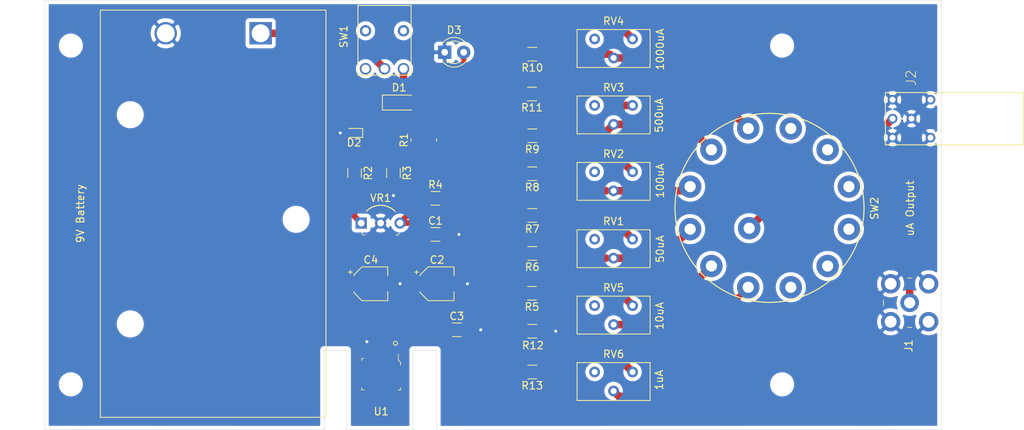
<source format=kicad_pcb>
(kicad_pcb (version 20171130) (host pcbnew "(5.1.4)-1")

  (general
    (thickness 1.6)
    (drawings 23)
    (tracks 141)
    (zones 0)
    (modules 37)
    (nets 19)
  )

  (page A4)
  (title_block
    (title Voltage_Current_Source)
    (rev v01)
    (company FRIB)
    (comment 4 "Author: Mike Scherer")
  )

  (layers
    (0 F.Cu signal)
    (31 B.Cu signal hide)
    (32 B.Adhes user)
    (33 F.Adhes user)
    (34 B.Paste user)
    (35 F.Paste user)
    (36 B.SilkS user)
    (37 F.SilkS user)
    (38 B.Mask user)
    (39 F.Mask user)
    (40 Dwgs.User user)
    (41 Cmts.User user)
    (42 Eco1.User user)
    (43 Eco2.User user)
    (44 Edge.Cuts user)
    (45 Margin user)
    (46 B.CrtYd user)
    (47 F.CrtYd user)
    (48 B.Fab user)
    (49 F.Fab user)
  )

  (setup
    (last_trace_width 0.25)
    (user_trace_width 0.762)
    (user_trace_width 1.016)
    (trace_clearance 0.2)
    (zone_clearance 0.508)
    (zone_45_only no)
    (trace_min 0.2)
    (via_size 0.8)
    (via_drill 0.4)
    (via_min_size 0.4)
    (via_min_drill 0.3)
    (uvia_size 0.3)
    (uvia_drill 0.1)
    (uvias_allowed no)
    (uvia_min_size 0.2)
    (uvia_min_drill 0.1)
    (edge_width 0.05)
    (segment_width 0.2)
    (pcb_text_width 0.3)
    (pcb_text_size 1.5 1.5)
    (mod_edge_width 0.12)
    (mod_text_size 1 1)
    (mod_text_width 0.15)
    (pad_size 2.2 2.2)
    (pad_drill 2.2)
    (pad_to_mask_clearance 0.051)
    (solder_mask_min_width 0.000762)
    (aux_axis_origin 0 0)
    (visible_elements 7FFFFFFF)
    (pcbplotparams
      (layerselection 0x010fc_ffffffff)
      (usegerberextensions false)
      (usegerberattributes false)
      (usegerberadvancedattributes false)
      (creategerberjobfile false)
      (excludeedgelayer true)
      (linewidth 0.100000)
      (plotframeref false)
      (viasonmask false)
      (mode 1)
      (useauxorigin false)
      (hpglpennumber 1)
      (hpglpenspeed 20)
      (hpglpendiameter 15.000000)
      (psnegative false)
      (psa4output false)
      (plotreference true)
      (plotvalue true)
      (plotinvisibletext false)
      (padsonsilk false)
      (subtractmaskfromsilk false)
      (outputformat 1)
      (mirror false)
      (drillshape 1)
      (scaleselection 1)
      (outputdirectory ""))
  )

  (net 0 "")
  (net 1 GNDREF)
  (net 2 "Net-(BT1-Pad1)")
  (net 3 "Net-(C1-Pad1)")
  (net 4 "Net-(C3-Pad1)")
  (net 5 "Net-(D1-Pad1)")
  (net 6 "Net-(D1-Pad2)")
  (net 7 "Net-(D3-Pad2)")
  (net 8 "Net-(J1-Pad1)")
  (net 9 "Net-(R2-Pad2)")
  (net 10 "Net-(R12-Pad1)")
  (net 11 "Net-(R6-Pad1)")
  (net 12 "Net-(R13-Pad1)")
  (net 13 "Net-(R7-Pad1)")
  (net 14 "Net-(R8-Pad1)")
  (net 15 "Net-(R9-Pad1)")
  (net 16 "Net-(R10-Pad1)")
  (net 17 "Net-(RV5-Pad2)")
  (net 18 "Net-(RV6-Pad2)")

  (net_class Default "This is the default net class."
    (clearance 0.2)
    (trace_width 0.25)
    (via_dia 0.8)
    (via_drill 0.4)
    (uvia_dia 0.3)
    (uvia_drill 0.1)
    (add_net GNDREF)
    (add_net "Net-(BT1-Pad1)")
    (add_net "Net-(C1-Pad1)")
    (add_net "Net-(C3-Pad1)")
    (add_net "Net-(D1-Pad1)")
    (add_net "Net-(D1-Pad2)")
    (add_net "Net-(D3-Pad2)")
    (add_net "Net-(J1-Pad1)")
    (add_net "Net-(R10-Pad1)")
    (add_net "Net-(R12-Pad1)")
    (add_net "Net-(R13-Pad1)")
    (add_net "Net-(R2-Pad2)")
    (add_net "Net-(R6-Pad1)")
    (add_net "Net-(R7-Pad1)")
    (add_net "Net-(R8-Pad1)")
    (add_net "Net-(R9-Pad1)")
    (add_net "Net-(RV5-Pad2)")
    (add_net "Net-(RV6-Pad2)")
  )

  (module MountingHole:MountingHole_2.2mm_M2 (layer F.Cu) (tedit 56D1B4CB) (tstamp 5E26420D)
    (at 158.7 76.58)
    (descr "Mounting Hole 2.2mm, no annular, M2")
    (tags "mounting hole 2.2mm no annular m2")
    (attr virtual)
    (fp_text reference REF** (at 0 -3.2) (layer F.SilkS) hide
      (effects (font (size 1 1) (thickness 0.15)))
    )
    (fp_text value MountingHole_2.2mm_M2 (at 0 3.2) (layer F.Fab)
      (effects (font (size 1 1) (thickness 0.15)))
    )
    (fp_circle (center 0 0) (end 2.45 0) (layer F.CrtYd) (width 0.05))
    (fp_circle (center 0 0) (end 2.2 0) (layer Cmts.User) (width 0.15))
    (fp_text user %R (at 0.3 0) (layer F.Fab)
      (effects (font (size 1 1) (thickness 0.15)))
    )
    (pad 1 np_thru_hole circle (at 0 0) (size 2.2 2.2) (drill 2.2) (layers *.Cu *.Mask))
  )

  (module MountingHole:MountingHole_2.2mm_M2 (layer F.Cu) (tedit 56D1B4CB) (tstamp 5E2641F0)
    (at 63.5 76.58)
    (descr "Mounting Hole 2.2mm, no annular, M2")
    (tags "mounting hole 2.2mm no annular m2")
    (attr virtual)
    (fp_text reference REF** (at 0 -3.2) (layer F.SilkS) hide
      (effects (font (size 1 1) (thickness 0.15)))
    )
    (fp_text value MountingHole_2.2mm_M2 (at 0 3.2) (layer F.Fab)
      (effects (font (size 1 1) (thickness 0.15)))
    )
    (fp_circle (center 0 0) (end 2.45 0) (layer F.CrtYd) (width 0.05))
    (fp_circle (center 0 0) (end 2.2 0) (layer Cmts.User) (width 0.15))
    (fp_text user %R (at 0.3 0) (layer F.Fab)
      (effects (font (size 1 1) (thickness 0.15)))
    )
    (pad 1 np_thru_hole circle (at 0 0) (size 2.2 2.2) (drill 2.2) (layers *.Cu *.Mask))
  )

  (module MountingHole:MountingHole_2.2mm_M2 (layer F.Cu) (tedit 56D1B4CB) (tstamp 5E2641D3)
    (at 63.5 121.92)
    (descr "Mounting Hole 2.2mm, no annular, M2")
    (tags "mounting hole 2.2mm no annular m2")
    (attr virtual)
    (fp_text reference REF** (at 0 -3.2) (layer F.SilkS) hide
      (effects (font (size 1 1) (thickness 0.15)))
    )
    (fp_text value MountingHole_2.2mm_M2 (at 0 3.2) (layer F.Fab)
      (effects (font (size 1 1) (thickness 0.15)))
    )
    (fp_circle (center 0 0) (end 2.45 0) (layer F.CrtYd) (width 0.05))
    (fp_circle (center 0 0) (end 2.2 0) (layer Cmts.User) (width 0.15))
    (fp_text user %R (at 0.3 0) (layer F.Fab)
      (effects (font (size 1 1) (thickness 0.15)))
    )
    (pad 1 np_thru_hole circle (at 0 0) (size 2.2 2.2) (drill 2.2) (layers *.Cu *.Mask))
  )

  (module MountingHole:MountingHole_2.2mm_M2 (layer F.Cu) (tedit 56D1B4CB) (tstamp 5E260C7B)
    (at 158.7 121.92)
    (descr "Mounting Hole 2.2mm, no annular, M2")
    (tags "mounting hole 2.2mm no annular m2")
    (attr virtual)
    (fp_text reference REF** (at 0 -3.175) (layer F.SilkS) hide
      (effects (font (size 1 1) (thickness 0.15)))
    )
    (fp_text value MountingHole_2.2mm_M2 (at 0 3.2) (layer F.Fab)
      (effects (font (size 1 1) (thickness 0.15)))
    )
    (fp_circle (center 0 0) (end 2.45 0) (layer F.CrtYd) (width 0.05))
    (fp_circle (center 0 0) (end 2.2 0) (layer Cmts.User) (width 0.15))
    (fp_text user %R (at 0.331 0) (layer F.Fab)
      (effects (font (size 1 1) (thickness 0.15)))
    )
    (pad 1 np_thru_hole circle (at 0 0) (size 2.2 2.2) (drill 2.2) (layers *.Cu *.Mask))
  )

  (module Battery:BatteryHolder_Eagle_12BH611-GR (layer F.Cu) (tedit 5BFC95F9) (tstamp 5E05223F)
    (at 88.9 74.93 90)
    (descr https://eu.mouser.com/datasheet/2/209/EPD-200766-1274481.pdf)
    (tags "9V Battery Holder")
    (path /5E009DDB)
    (fp_text reference "9V Battery" (at -24.13 -24.13 90) (layer F.SilkS)
      (effects (font (size 1 1) (thickness 0.15)))
    )
    (fp_text value 9V (at -24.13 11.43 270) (layer F.Fab)
      (effects (font (size 1 1) (thickness 0.15)))
    )
    (fp_line (start -51.4 -21.45) (end 3.1 -21.45) (layer F.SilkS) (width 0.12))
    (fp_line (start 3.1 -21.45) (end 3.1 8.75) (layer F.SilkS) (width 0.12))
    (fp_line (start 3.1 8.75) (end -51.4 8.75) (layer F.SilkS) (width 0.12))
    (fp_line (start -51.4 8.75) (end -51.4 -21.45) (layer F.SilkS) (width 0.12))
    (fp_text user + (at -7 0 90) (layer F.Fab)
      (effects (font (size 3 3) (thickness 0.45)))
    )
    (fp_text user - (at -7 -12.7 90) (layer F.Fab)
      (effects (font (size 3 3) (thickness 0.45)))
    )
    (fp_line (start -51.9 -21.95) (end 3.6 -21.95) (layer F.CrtYd) (width 0.05))
    (fp_line (start 3.6 -21.95) (end 3.6 9.25) (layer F.CrtYd) (width 0.05))
    (fp_line (start 3.6 9.25) (end -51.9 9.25) (layer F.CrtYd) (width 0.05))
    (fp_line (start -51.9 9.25) (end -51.9 -21.95) (layer F.CrtYd) (width 0.05))
    (fp_line (start 1.85 8.75) (end 1.85 -21.45) (layer F.Fab) (width 0.1))
    (fp_line (start -2 -21.45) (end -2 8.75) (layer F.Fab) (width 0.1))
    (fp_line (start -2 -14.75) (end -4 -14.75) (layer F.Fab) (width 0.1))
    (fp_line (start -4 -14.75) (end -4 -10.65) (layer F.Fab) (width 0.1))
    (fp_line (start -4 -10.65) (end -2 -10.65) (layer F.Fab) (width 0.1))
    (fp_line (start -2 -0.25) (end -4 -0.25) (layer F.Fab) (width 0.1))
    (fp_line (start -4 -2.55) (end -4 2.55) (layer F.Fab) (width 0.1))
    (fp_line (start -4 0.25) (end -2 0.25) (layer F.Fab) (width 0.1))
    (fp_line (start -4 -2.05) (end -2 -2.05) (layer F.Fab) (width 0.1))
    (fp_line (start -2 -2.55) (end -4 -2.55) (layer F.Fab) (width 0.1))
    (fp_line (start -4 2.55) (end -2 2.55) (layer F.Fab) (width 0.1))
    (fp_line (start -2 2.05) (end -4 2.05) (layer F.Fab) (width 0.1))
    (fp_line (start -2 -19.35) (end -27 -19.35) (layer F.Fab) (width 0.1))
    (fp_line (start -27 -19.35) (end -27 -21.45) (layer F.Fab) (width 0.1))
    (fp_line (start -2 6.65) (end -27 6.65) (layer F.Fab) (width 0.1))
    (fp_line (start -27 6.65) (end -27 8.75) (layer F.Fab) (width 0.1))
    (fp_line (start -51.4 -15.35) (end -47 -15.35) (layer F.Fab) (width 0.1))
    (fp_line (start -51.4 2.65) (end -47 2.65) (layer F.Fab) (width 0.1))
    (fp_line (start -50 2.65) (end -50 -15.35) (layer F.Fab) (width 0.1))
    (fp_line (start -49 2.65) (end -49 -15.35) (layer F.Fab) (width 0.1))
    (fp_line (start -48 2.65) (end -48 -15.35) (layer F.Fab) (width 0.1))
    (fp_line (start -47 2.65) (end -47 -15.35) (layer F.Fab) (width 0.1))
    (fp_line (start -51.4 8.75) (end -51.4 -21.45) (layer F.Fab) (width 0.1))
    (fp_line (start -51.4 -21.45) (end 3.1 -21.45) (layer F.Fab) (width 0.1))
    (fp_line (start 3.1 8.75) (end -51.4 8.75) (layer F.Fab) (width 0.1))
    (fp_line (start 3.1 -21.45) (end 3.1 8.75) (layer F.Fab) (width 0.1))
    (fp_text user %R (at -24.13 -6.35 270) (layer F.Fab)
      (effects (font (size 1 1) (thickness 0.15)))
    )
    (pad 2 thru_hole circle (at 0 -12.7 90) (size 3 3) (drill 2.4) (layers *.Cu *.Mask)
      (net 1 GNDREF))
    (pad 1 thru_hole rect (at 0 0 90) (size 3 3) (drill 2.4) (layers *.Cu *.Mask)
      (net 2 "Net-(BT1-Pad1)"))
    (pad "" np_thru_hole circle (at -10.9 -17.45 90) (size 2.6 2.6) (drill 2.6) (layers *.Cu *.Mask))
    (pad "" np_thru_hole circle (at -38.9 -17.45 90) (size 2.6 2.6) (drill 2.6) (layers *.Cu *.Mask))
    (pad "" np_thru_hole circle (at -24.9 4.75 90) (size 2.6 2.6) (drill 2.6) (layers *.Cu *.Mask))
    (model ${KISYS3DMOD}/Battery.3dshapes/BatteryHolder_Eagle_12BH611-GR.wrl
      (at (xyz 0 0 0))
      (scale (xyz 1 1 1))
      (rotate (xyz 0 0 0))
    )
  )

  (module Capacitor_SMD:C_1206_3216Metric_Pad1.42x1.75mm_HandSolder (layer F.Cu) (tedit 5B301BBE) (tstamp 5E052250)
    (at 112.3045 101.854)
    (descr "Capacitor SMD 1206 (3216 Metric), square (rectangular) end terminal, IPC_7351 nominal with elongated pad for handsoldering. (Body size source: http://www.tortai-tech.com/upload/download/2011102023233369053.pdf), generated with kicad-footprint-generator")
    (tags "capacitor handsolder")
    (path /5DF94AB9)
    (attr smd)
    (fp_text reference C1 (at 0 -1.82) (layer F.SilkS)
      (effects (font (size 1 1) (thickness 0.15)))
    )
    (fp_text value .01uF (at 0 1.82) (layer F.Fab)
      (effects (font (size 1 1) (thickness 0.15)))
    )
    (fp_line (start -1.6 0.8) (end -1.6 -0.8) (layer F.Fab) (width 0.1))
    (fp_line (start -1.6 -0.8) (end 1.6 -0.8) (layer F.Fab) (width 0.1))
    (fp_line (start 1.6 -0.8) (end 1.6 0.8) (layer F.Fab) (width 0.1))
    (fp_line (start 1.6 0.8) (end -1.6 0.8) (layer F.Fab) (width 0.1))
    (fp_line (start -0.602064 -0.91) (end 0.602064 -0.91) (layer F.SilkS) (width 0.12))
    (fp_line (start -0.602064 0.91) (end 0.602064 0.91) (layer F.SilkS) (width 0.12))
    (fp_line (start -2.45 1.12) (end -2.45 -1.12) (layer F.CrtYd) (width 0.05))
    (fp_line (start -2.45 -1.12) (end 2.45 -1.12) (layer F.CrtYd) (width 0.05))
    (fp_line (start 2.45 -1.12) (end 2.45 1.12) (layer F.CrtYd) (width 0.05))
    (fp_line (start 2.45 1.12) (end -2.45 1.12) (layer F.CrtYd) (width 0.05))
    (fp_text user %R (at 0 0) (layer F.Fab)
      (effects (font (size 0.8 0.8) (thickness 0.12)))
    )
    (pad 1 smd roundrect (at -1.4875 0) (size 1.425 1.75) (layers F.Cu F.Paste F.Mask) (roundrect_rratio 0.175439)
      (net 3 "Net-(C1-Pad1)"))
    (pad 2 smd roundrect (at 1.4875 0) (size 1.425 1.75) (layers F.Cu F.Paste F.Mask) (roundrect_rratio 0.175439)
      (net 1 GNDREF))
    (model ${KISYS3DMOD}/Capacitor_SMD.3dshapes/C_1206_3216Metric.wrl
      (at (xyz 0 0 0))
      (scale (xyz 1 1 1))
      (rotate (xyz 0 0 0))
    )
  )

  (module Capacitor_SMD:CP_Elec_4x5.4 (layer F.Cu) (tedit 5BCA39CF) (tstamp 5E052278)
    (at 112.522 108.458)
    (descr "SMD capacitor, aluminum electrolytic, Panasonic A5 / Nichicon, 4.0x5.4mm")
    (tags "capacitor electrolytic")
    (path /5DF93B59)
    (attr smd)
    (fp_text reference C2 (at 0 -3.2) (layer F.SilkS)
      (effects (font (size 1 1) (thickness 0.15)))
    )
    (fp_text value 4.7uF (at 0 3.2) (layer F.Fab)
      (effects (font (size 1 1) (thickness 0.15)))
    )
    (fp_circle (center 0 0) (end 2 0) (layer F.Fab) (width 0.1))
    (fp_line (start 2.15 -2.15) (end 2.15 2.15) (layer F.Fab) (width 0.1))
    (fp_line (start -1.15 -2.15) (end 2.15 -2.15) (layer F.Fab) (width 0.1))
    (fp_line (start -1.15 2.15) (end 2.15 2.15) (layer F.Fab) (width 0.1))
    (fp_line (start -2.15 -1.15) (end -2.15 1.15) (layer F.Fab) (width 0.1))
    (fp_line (start -2.15 -1.15) (end -1.15 -2.15) (layer F.Fab) (width 0.1))
    (fp_line (start -2.15 1.15) (end -1.15 2.15) (layer F.Fab) (width 0.1))
    (fp_line (start -1.574773 -1) (end -1.174773 -1) (layer F.Fab) (width 0.1))
    (fp_line (start -1.374773 -1.2) (end -1.374773 -0.8) (layer F.Fab) (width 0.1))
    (fp_line (start 2.26 2.26) (end 2.26 1.06) (layer F.SilkS) (width 0.12))
    (fp_line (start 2.26 -2.26) (end 2.26 -1.06) (layer F.SilkS) (width 0.12))
    (fp_line (start -1.195563 -2.26) (end 2.26 -2.26) (layer F.SilkS) (width 0.12))
    (fp_line (start -1.195563 2.26) (end 2.26 2.26) (layer F.SilkS) (width 0.12))
    (fp_line (start -2.26 1.195563) (end -2.26 1.06) (layer F.SilkS) (width 0.12))
    (fp_line (start -2.26 -1.195563) (end -2.26 -1.06) (layer F.SilkS) (width 0.12))
    (fp_line (start -2.26 -1.195563) (end -1.195563 -2.26) (layer F.SilkS) (width 0.12))
    (fp_line (start -2.26 1.195563) (end -1.195563 2.26) (layer F.SilkS) (width 0.12))
    (fp_line (start -3 -1.56) (end -2.5 -1.56) (layer F.SilkS) (width 0.12))
    (fp_line (start -2.75 -1.81) (end -2.75 -1.31) (layer F.SilkS) (width 0.12))
    (fp_line (start 2.4 -2.4) (end 2.4 -1.05) (layer F.CrtYd) (width 0.05))
    (fp_line (start 2.4 -1.05) (end 3.35 -1.05) (layer F.CrtYd) (width 0.05))
    (fp_line (start 3.35 -1.05) (end 3.35 1.05) (layer F.CrtYd) (width 0.05))
    (fp_line (start 3.35 1.05) (end 2.4 1.05) (layer F.CrtYd) (width 0.05))
    (fp_line (start 2.4 1.05) (end 2.4 2.4) (layer F.CrtYd) (width 0.05))
    (fp_line (start -1.25 2.4) (end 2.4 2.4) (layer F.CrtYd) (width 0.05))
    (fp_line (start -1.25 -2.4) (end 2.4 -2.4) (layer F.CrtYd) (width 0.05))
    (fp_line (start -2.4 1.25) (end -1.25 2.4) (layer F.CrtYd) (width 0.05))
    (fp_line (start -2.4 -1.25) (end -1.25 -2.4) (layer F.CrtYd) (width 0.05))
    (fp_line (start -2.4 -1.25) (end -2.4 -1.05) (layer F.CrtYd) (width 0.05))
    (fp_line (start -2.4 1.05) (end -2.4 1.25) (layer F.CrtYd) (width 0.05))
    (fp_line (start -2.4 -1.05) (end -3.35 -1.05) (layer F.CrtYd) (width 0.05))
    (fp_line (start -3.35 -1.05) (end -3.35 1.05) (layer F.CrtYd) (width 0.05))
    (fp_line (start -3.35 1.05) (end -2.4 1.05) (layer F.CrtYd) (width 0.05))
    (fp_text user %R (at 0 0) (layer F.Fab)
      (effects (font (size 0.8 0.8) (thickness 0.12)))
    )
    (pad 1 smd roundrect (at -1.8 0) (size 2.6 1.6) (layers F.Cu F.Paste F.Mask) (roundrect_rratio 0.15625)
      (net 3 "Net-(C1-Pad1)"))
    (pad 2 smd roundrect (at 1.8 0) (size 2.6 1.6) (layers F.Cu F.Paste F.Mask) (roundrect_rratio 0.15625)
      (net 1 GNDREF))
    (model ${KISYS3DMOD}/Capacitor_SMD.3dshapes/CP_Elec_4x5.4.wrl
      (at (xyz 0 0 0))
      (scale (xyz 1 1 1))
      (rotate (xyz 0 0 0))
    )
  )

  (module Capacitor_SMD:C_1206_3216Metric_Pad1.42x1.75mm_HandSolder (layer F.Cu) (tedit 5B301BBE) (tstamp 5E052289)
    (at 115.162 114.6175)
    (descr "Capacitor SMD 1206 (3216 Metric), square (rectangular) end terminal, IPC_7351 nominal with elongated pad for handsoldering. (Body size source: http://www.tortai-tech.com/upload/download/2011102023233369053.pdf), generated with kicad-footprint-generator")
    (tags "capacitor handsolder")
    (path /5DF965F3)
    (attr smd)
    (fp_text reference C3 (at 0 -1.82) (layer F.SilkS)
      (effects (font (size 1 1) (thickness 0.15)))
    )
    (fp_text value .001uF (at 0 1.82) (layer F.Fab)
      (effects (font (size 1 1) (thickness 0.15)))
    )
    (fp_text user %R (at 0 0) (layer F.Fab)
      (effects (font (size 0.8 0.8) (thickness 0.12)))
    )
    (fp_line (start 2.45 1.12) (end -2.45 1.12) (layer F.CrtYd) (width 0.05))
    (fp_line (start 2.45 -1.12) (end 2.45 1.12) (layer F.CrtYd) (width 0.05))
    (fp_line (start -2.45 -1.12) (end 2.45 -1.12) (layer F.CrtYd) (width 0.05))
    (fp_line (start -2.45 1.12) (end -2.45 -1.12) (layer F.CrtYd) (width 0.05))
    (fp_line (start -0.602064 0.91) (end 0.602064 0.91) (layer F.SilkS) (width 0.12))
    (fp_line (start -0.602064 -0.91) (end 0.602064 -0.91) (layer F.SilkS) (width 0.12))
    (fp_line (start 1.6 0.8) (end -1.6 0.8) (layer F.Fab) (width 0.1))
    (fp_line (start 1.6 -0.8) (end 1.6 0.8) (layer F.Fab) (width 0.1))
    (fp_line (start -1.6 -0.8) (end 1.6 -0.8) (layer F.Fab) (width 0.1))
    (fp_line (start -1.6 0.8) (end -1.6 -0.8) (layer F.Fab) (width 0.1))
    (pad 2 smd roundrect (at 1.4875 0) (size 1.425 1.75) (layers F.Cu F.Paste F.Mask) (roundrect_rratio 0.175439)
      (net 1 GNDREF))
    (pad 1 smd roundrect (at -1.4875 0) (size 1.425 1.75) (layers F.Cu F.Paste F.Mask) (roundrect_rratio 0.175439)
      (net 4 "Net-(C3-Pad1)"))
    (model ${KISYS3DMOD}/Capacitor_SMD.3dshapes/C_1206_3216Metric.wrl
      (at (xyz 0 0 0))
      (scale (xyz 1 1 1))
      (rotate (xyz 0 0 0))
    )
  )

  (module Capacitor_SMD:CP_Elec_4x5.4 (layer F.Cu) (tedit 5BCA39CF) (tstamp 5E0522B1)
    (at 103.654 108.458)
    (descr "SMD capacitor, aluminum electrolytic, Panasonic A5 / Nichicon, 4.0x5.4mm")
    (tags "capacitor electrolytic")
    (path /5DF9415F)
    (attr smd)
    (fp_text reference C4 (at 0 -3.2) (layer F.SilkS)
      (effects (font (size 1 1) (thickness 0.15)))
    )
    (fp_text value 4.7uF (at 0 3.2) (layer F.Fab)
      (effects (font (size 1 1) (thickness 0.15)))
    )
    (fp_text user %R (at 0 0) (layer F.Fab)
      (effects (font (size 0.8 0.8) (thickness 0.12)))
    )
    (fp_line (start -3.35 1.05) (end -2.4 1.05) (layer F.CrtYd) (width 0.05))
    (fp_line (start -3.35 -1.05) (end -3.35 1.05) (layer F.CrtYd) (width 0.05))
    (fp_line (start -2.4 -1.05) (end -3.35 -1.05) (layer F.CrtYd) (width 0.05))
    (fp_line (start -2.4 1.05) (end -2.4 1.25) (layer F.CrtYd) (width 0.05))
    (fp_line (start -2.4 -1.25) (end -2.4 -1.05) (layer F.CrtYd) (width 0.05))
    (fp_line (start -2.4 -1.25) (end -1.25 -2.4) (layer F.CrtYd) (width 0.05))
    (fp_line (start -2.4 1.25) (end -1.25 2.4) (layer F.CrtYd) (width 0.05))
    (fp_line (start -1.25 -2.4) (end 2.4 -2.4) (layer F.CrtYd) (width 0.05))
    (fp_line (start -1.25 2.4) (end 2.4 2.4) (layer F.CrtYd) (width 0.05))
    (fp_line (start 2.4 1.05) (end 2.4 2.4) (layer F.CrtYd) (width 0.05))
    (fp_line (start 3.35 1.05) (end 2.4 1.05) (layer F.CrtYd) (width 0.05))
    (fp_line (start 3.35 -1.05) (end 3.35 1.05) (layer F.CrtYd) (width 0.05))
    (fp_line (start 2.4 -1.05) (end 3.35 -1.05) (layer F.CrtYd) (width 0.05))
    (fp_line (start 2.4 -2.4) (end 2.4 -1.05) (layer F.CrtYd) (width 0.05))
    (fp_line (start -2.75 -1.81) (end -2.75 -1.31) (layer F.SilkS) (width 0.12))
    (fp_line (start -3 -1.56) (end -2.5 -1.56) (layer F.SilkS) (width 0.12))
    (fp_line (start -2.26 1.195563) (end -1.195563 2.26) (layer F.SilkS) (width 0.12))
    (fp_line (start -2.26 -1.195563) (end -1.195563 -2.26) (layer F.SilkS) (width 0.12))
    (fp_line (start -2.26 -1.195563) (end -2.26 -1.06) (layer F.SilkS) (width 0.12))
    (fp_line (start -2.26 1.195563) (end -2.26 1.06) (layer F.SilkS) (width 0.12))
    (fp_line (start -1.195563 2.26) (end 2.26 2.26) (layer F.SilkS) (width 0.12))
    (fp_line (start -1.195563 -2.26) (end 2.26 -2.26) (layer F.SilkS) (width 0.12))
    (fp_line (start 2.26 -2.26) (end 2.26 -1.06) (layer F.SilkS) (width 0.12))
    (fp_line (start 2.26 2.26) (end 2.26 1.06) (layer F.SilkS) (width 0.12))
    (fp_line (start -1.374773 -1.2) (end -1.374773 -0.8) (layer F.Fab) (width 0.1))
    (fp_line (start -1.574773 -1) (end -1.174773 -1) (layer F.Fab) (width 0.1))
    (fp_line (start -2.15 1.15) (end -1.15 2.15) (layer F.Fab) (width 0.1))
    (fp_line (start -2.15 -1.15) (end -1.15 -2.15) (layer F.Fab) (width 0.1))
    (fp_line (start -2.15 -1.15) (end -2.15 1.15) (layer F.Fab) (width 0.1))
    (fp_line (start -1.15 2.15) (end 2.15 2.15) (layer F.Fab) (width 0.1))
    (fp_line (start -1.15 -2.15) (end 2.15 -2.15) (layer F.Fab) (width 0.1))
    (fp_line (start 2.15 -2.15) (end 2.15 2.15) (layer F.Fab) (width 0.1))
    (fp_circle (center 0 0) (end 2 0) (layer F.Fab) (width 0.1))
    (pad 2 smd roundrect (at 1.8 0) (size 2.6 1.6) (layers F.Cu F.Paste F.Mask) (roundrect_rratio 0.15625)
      (net 1 GNDREF))
    (pad 1 smd roundrect (at -1.8 0) (size 2.6 1.6) (layers F.Cu F.Paste F.Mask) (roundrect_rratio 0.15625)
      (net 4 "Net-(C3-Pad1)"))
    (model ${KISYS3DMOD}/Capacitor_SMD.3dshapes/CP_Elec_4x5.4.wrl
      (at (xyz 0 0 0))
      (scale (xyz 1 1 1))
      (rotate (xyz 0 0 0))
    )
  )

  (module Diode_SMD:D_SOD-123 (layer F.Cu) (tedit 58645DC7) (tstamp 5E0522CA)
    (at 107.443 84.201)
    (descr SOD-123)
    (tags SOD-123)
    (path /5E00EB73)
    (attr smd)
    (fp_text reference D1 (at 0 -2) (layer F.SilkS)
      (effects (font (size 1 1) (thickness 0.15)))
    )
    (fp_text value 1N5819 (at 0 2.1) (layer F.Fab)
      (effects (font (size 1 1) (thickness 0.15)))
    )
    (fp_text user %R (at 0 -2) (layer F.Fab)
      (effects (font (size 1 1) (thickness 0.15)))
    )
    (fp_line (start -2.25 -1) (end -2.25 1) (layer F.SilkS) (width 0.12))
    (fp_line (start 0.25 0) (end 0.75 0) (layer F.Fab) (width 0.1))
    (fp_line (start 0.25 0.4) (end -0.35 0) (layer F.Fab) (width 0.1))
    (fp_line (start 0.25 -0.4) (end 0.25 0.4) (layer F.Fab) (width 0.1))
    (fp_line (start -0.35 0) (end 0.25 -0.4) (layer F.Fab) (width 0.1))
    (fp_line (start -0.35 0) (end -0.35 0.55) (layer F.Fab) (width 0.1))
    (fp_line (start -0.35 0) (end -0.35 -0.55) (layer F.Fab) (width 0.1))
    (fp_line (start -0.75 0) (end -0.35 0) (layer F.Fab) (width 0.1))
    (fp_line (start -1.4 0.9) (end -1.4 -0.9) (layer F.Fab) (width 0.1))
    (fp_line (start 1.4 0.9) (end -1.4 0.9) (layer F.Fab) (width 0.1))
    (fp_line (start 1.4 -0.9) (end 1.4 0.9) (layer F.Fab) (width 0.1))
    (fp_line (start -1.4 -0.9) (end 1.4 -0.9) (layer F.Fab) (width 0.1))
    (fp_line (start -2.35 -1.15) (end 2.35 -1.15) (layer F.CrtYd) (width 0.05))
    (fp_line (start 2.35 -1.15) (end 2.35 1.15) (layer F.CrtYd) (width 0.05))
    (fp_line (start 2.35 1.15) (end -2.35 1.15) (layer F.CrtYd) (width 0.05))
    (fp_line (start -2.35 -1.15) (end -2.35 1.15) (layer F.CrtYd) (width 0.05))
    (fp_line (start -2.25 1) (end 1.65 1) (layer F.SilkS) (width 0.12))
    (fp_line (start -2.25 -1) (end 1.65 -1) (layer F.SilkS) (width 0.12))
    (pad 1 smd rect (at -1.65 0) (size 0.9 1.2) (layers F.Cu F.Paste F.Mask)
      (net 5 "Net-(D1-Pad1)"))
    (pad 2 smd rect (at 1.65 0) (size 0.9 1.2) (layers F.Cu F.Paste F.Mask)
      (net 6 "Net-(D1-Pad2)"))
    (model ${KISYS3DMOD}/Diode_SMD.3dshapes/D_SOD-123.wrl
      (at (xyz 0 0 0))
      (scale (xyz 1 1 1))
      (rotate (xyz 0 0 0))
    )
  )

  (module Diode_SMD:D_SOD-523 (layer F.Cu) (tedit 586419F0) (tstamp 5E0522E2)
    (at 101.408 88.265 180)
    (descr "http://www.diodes.com/datasheets/ap02001.pdf p.144")
    (tags "Diode SOD523")
    (path /5DF8AA69)
    (attr smd)
    (fp_text reference D2 (at 0 -1.3) (layer F.SilkS)
      (effects (font (size 1 1) (thickness 0.15)))
    )
    (fp_text value 1N914 (at 0 1.4) (layer F.Fab)
      (effects (font (size 1 1) (thickness 0.15)))
    )
    (fp_text user %R (at 0 -1.3) (layer F.Fab)
      (effects (font (size 1 1) (thickness 0.15)))
    )
    (fp_line (start -1.15 -0.6) (end -1.15 0.6) (layer F.SilkS) (width 0.12))
    (fp_line (start 1.25 -0.7) (end 1.25 0.7) (layer F.CrtYd) (width 0.05))
    (fp_line (start -1.25 -0.7) (end 1.25 -0.7) (layer F.CrtYd) (width 0.05))
    (fp_line (start -1.25 0.7) (end -1.25 -0.7) (layer F.CrtYd) (width 0.05))
    (fp_line (start 1.25 0.7) (end -1.25 0.7) (layer F.CrtYd) (width 0.05))
    (fp_line (start 0.1 0) (end 0.25 0) (layer F.Fab) (width 0.1))
    (fp_line (start 0.1 -0.2) (end -0.2 0) (layer F.Fab) (width 0.1))
    (fp_line (start 0.1 0.2) (end 0.1 -0.2) (layer F.Fab) (width 0.1))
    (fp_line (start -0.2 0) (end 0.1 0.2) (layer F.Fab) (width 0.1))
    (fp_line (start -0.2 0) (end -0.35 0) (layer F.Fab) (width 0.1))
    (fp_line (start -0.2 0.2) (end -0.2 -0.2) (layer F.Fab) (width 0.1))
    (fp_line (start 0.65 -0.45) (end 0.65 0.45) (layer F.Fab) (width 0.1))
    (fp_line (start -0.65 -0.45) (end 0.65 -0.45) (layer F.Fab) (width 0.1))
    (fp_line (start -0.65 0.45) (end -0.65 -0.45) (layer F.Fab) (width 0.1))
    (fp_line (start 0.65 0.45) (end -0.65 0.45) (layer F.Fab) (width 0.1))
    (fp_line (start 0.7 -0.6) (end -1.15 -0.6) (layer F.SilkS) (width 0.12))
    (fp_line (start 0.7 0.6) (end -1.15 0.6) (layer F.SilkS) (width 0.12))
    (pad 2 smd rect (at 0.7 0) (size 0.6 0.7) (layers F.Cu F.Paste F.Mask)
      (net 1 GNDREF))
    (pad 1 smd rect (at -0.7 0) (size 0.6 0.7) (layers F.Cu F.Paste F.Mask)
      (net 3 "Net-(C1-Pad1)"))
    (model ${KISYS3DMOD}/Diode_SMD.3dshapes/D_SOD-523.wrl
      (at (xyz 0 0 0))
      (scale (xyz 1 1 1))
      (rotate (xyz 0 0 0))
    )
  )

  (module LED_THT:LED_D3.0mm (layer F.Cu) (tedit 587A3A7B) (tstamp 5E0522F5)
    (at 113.538 77.47)
    (descr "LED, diameter 3.0mm, 2 pins")
    (tags "LED diameter 3.0mm 2 pins")
    (path /5DFD0CB3)
    (fp_text reference D3 (at 1.27 -2.96) (layer F.SilkS)
      (effects (font (size 1 1) (thickness 0.15)))
    )
    (fp_text value K150 (at 1.27 2.96) (layer F.Fab)
      (effects (font (size 1 1) (thickness 0.15)))
    )
    (fp_arc (start 1.27 0) (end -0.23 -1.16619) (angle 284.3) (layer F.Fab) (width 0.1))
    (fp_arc (start 1.27 0) (end -0.29 -1.235516) (angle 108.8) (layer F.SilkS) (width 0.12))
    (fp_arc (start 1.27 0) (end -0.29 1.235516) (angle -108.8) (layer F.SilkS) (width 0.12))
    (fp_arc (start 1.27 0) (end 0.229039 -1.08) (angle 87.9) (layer F.SilkS) (width 0.12))
    (fp_arc (start 1.27 0) (end 0.229039 1.08) (angle -87.9) (layer F.SilkS) (width 0.12))
    (fp_circle (center 1.27 0) (end 2.77 0) (layer F.Fab) (width 0.1))
    (fp_line (start -0.23 -1.16619) (end -0.23 1.16619) (layer F.Fab) (width 0.1))
    (fp_line (start -0.29 -1.236) (end -0.29 -1.08) (layer F.SilkS) (width 0.12))
    (fp_line (start -0.29 1.08) (end -0.29 1.236) (layer F.SilkS) (width 0.12))
    (fp_line (start -1.15 -2.25) (end -1.15 2.25) (layer F.CrtYd) (width 0.05))
    (fp_line (start -1.15 2.25) (end 3.7 2.25) (layer F.CrtYd) (width 0.05))
    (fp_line (start 3.7 2.25) (end 3.7 -2.25) (layer F.CrtYd) (width 0.05))
    (fp_line (start 3.7 -2.25) (end -1.15 -2.25) (layer F.CrtYd) (width 0.05))
    (pad 1 thru_hole rect (at 0 0) (size 1.8 1.8) (drill 0.9) (layers *.Cu *.Mask)
      (net 1 GNDREF))
    (pad 2 thru_hole circle (at 2.54 0) (size 1.8 1.8) (drill 0.9) (layers *.Cu *.Mask)
      (net 7 "Net-(D3-Pad2)"))
    (model ${KISYS3DMOD}/LED_THT.3dshapes/LED_D3.0mm.wrl
      (at (xyz 0 0 0))
      (scale (xyz 1 1 1))
      (rotate (xyz 0 0 0))
    )
  )

  (module digikey-footprints:RF_SMA_RightAngle_5-1814400-1 (layer F.Cu) (tedit 5A4BE44C) (tstamp 5E05230B)
    (at 175.768 110.998 270)
    (descr http://www.te.com/commerce/DocumentDelivery/DDEController?Action=srchrtrv&DocNm=1814400&DocType=Customer+Drawing&DocLang=English)
    (path /5DFCB882)
    (fp_text reference J1 (at 5.7785 0.127 90) (layer F.SilkS)
      (effects (font (size 1 1) (thickness 0.15)))
    )
    (fp_text value Conn_Coaxial_Power (at 0 6.27 90) (layer F.Fab)
      (effects (font (size 1 1) (thickness 0.15)))
    )
    (fp_line (start 4.09 4.09) (end -4.09 4.09) (layer F.CrtYd) (width 0.05))
    (fp_line (start -4.09 -3.9) (end -4.09 4.09) (layer F.CrtYd) (width 0.05))
    (fp_line (start 4.09 -3.9) (end 4.09 4.09) (layer F.CrtYd) (width 0.05))
    (fp_line (start 4.09 -3.9) (end -4.09 -3.9) (layer F.CrtYd) (width 0.05))
    (fp_line (start 3.3 0.3) (end 3.3 -0.3) (layer F.SilkS) (width 0.1))
    (fp_line (start -3.3 0.3) (end -3.3 -0.3) (layer F.SilkS) (width 0.1))
    (fp_line (start 0 3.5) (end -0.4 3.5) (layer F.SilkS) (width 0.1))
    (fp_line (start 0 3.5) (end 0.4 3.5) (layer F.SilkS) (width 0.1))
    (fp_text user %R (at -5.207 1.27 90) (layer F.Fab)
      (effects (font (size 1 1) (thickness 0.15)))
    )
    (fp_line (start -3.15 -10.86) (end 3.15 -10.86) (layer F.Fab) (width 0.1))
    (fp_line (start 3.15 -10.86) (end 3.15 3.34) (layer F.Fab) (width 0.1))
    (fp_line (start -3.15 -10.86) (end -3.15 3.34) (layer F.Fab) (width 0.1))
    (fp_line (start -3.15 3.34) (end 3.15 3.34) (layer F.Fab) (width 0.1))
    (pad 2 thru_hole circle (at -2.54 2.54 270) (size 2.6 2.6) (drill 1.6) (layers *.Cu *.Mask)
      (net 1 GNDREF))
    (pad 2 thru_hole circle (at -2.54 -2.54 270) (size 2.6 2.6) (drill 1.6) (layers *.Cu *.Mask)
      (net 1 GNDREF))
    (pad 2 thru_hole circle (at 2.54 2.54 270) (size 2.6 2.6) (drill 1.6) (layers *.Cu *.Mask)
      (net 1 GNDREF))
    (pad 2 thru_hole circle (at 2.54 -2.54 270) (size 2.6 2.6) (drill 1.6) (layers *.Cu *.Mask)
      (net 1 GNDREF))
    (pad 1 thru_hole circle (at 0 0 270) (size 2.5 2.5) (drill 1.5) (layers *.Cu *.Mask)
      (net 8 "Net-(J1-Pad1)"))
  )

  (module Resistor_SMD:R_0612_1632Metric_Pad1.18x3.40mm_HandSolder (layer F.Cu) (tedit 5B301BBD) (tstamp 5E1FD851)
    (at 110.744 89.2295 90)
    (descr "Resistor SMD 0612 (1632 Metric), square (rectangular) end terminal, IPC_7351 nominal with elongated pad for handsoldering. (Body size source: https://www.vishay.com/docs/20019/rcwe.pdf), generated with kicad-footprint-generator")
    (tags "resistor handsolder")
    (path /5DF8E384)
    (attr smd)
    (fp_text reference R1 (at 0 -2.65 90) (layer F.SilkS)
      (effects (font (size 1 1) (thickness 0.15)))
    )
    (fp_text value 560 (at 0 2.65 90) (layer F.Fab)
      (effects (font (size 1 1) (thickness 0.15)))
    )
    (fp_line (start -0.8 1.6) (end -0.8 -1.6) (layer F.Fab) (width 0.1))
    (fp_line (start -0.8 -1.6) (end 0.8 -1.6) (layer F.Fab) (width 0.1))
    (fp_line (start 0.8 -1.6) (end 0.8 1.6) (layer F.Fab) (width 0.1))
    (fp_line (start 0.8 1.6) (end -0.8 1.6) (layer F.Fab) (width 0.1))
    (fp_line (start -0.182983 -1.71) (end 0.182983 -1.71) (layer F.SilkS) (width 0.12))
    (fp_line (start -0.182983 1.71) (end 0.182983 1.71) (layer F.SilkS) (width 0.12))
    (fp_line (start -1.68 1.95) (end -1.68 -1.95) (layer F.CrtYd) (width 0.05))
    (fp_line (start -1.68 -1.95) (end 1.68 -1.95) (layer F.CrtYd) (width 0.05))
    (fp_line (start 1.68 -1.95) (end 1.68 1.95) (layer F.CrtYd) (width 0.05))
    (fp_line (start 1.68 1.95) (end -1.68 1.95) (layer F.CrtYd) (width 0.05))
    (fp_text user %R (at -0.8375 0 90) (layer F.Fab)
      (effects (font (size 0.4 0.4) (thickness 0.06)))
    )
    (pad 1 smd roundrect (at -0.8375 0 90) (size 1.175 3.4) (layers F.Cu F.Paste F.Mask) (roundrect_rratio 0.212766)
      (net 3 "Net-(C1-Pad1)"))
    (pad 2 smd roundrect (at 0.8375 0 90) (size 1.175 3.4) (layers F.Cu F.Paste F.Mask) (roundrect_rratio 0.212766)
      (net 5 "Net-(D1-Pad1)"))
    (model ${KISYS3DMOD}/Resistor_SMD.3dshapes/R_0612_1632Metric.wrl
      (at (xyz 0 0 0))
      (scale (xyz 1 1 1))
      (rotate (xyz 0 0 0))
    )
  )

  (module Resistor_SMD:R_1206_3216Metric_Pad1.42x1.75mm_HandSolder (layer F.Cu) (tedit 5B301BBD) (tstamp 5E052361)
    (at 101.473 93.6355 270)
    (descr "Resistor SMD 1206 (3216 Metric), square (rectangular) end terminal, IPC_7351 nominal with elongated pad for handsoldering. (Body size source: http://www.tortai-tech.com/upload/download/2011102023233369053.pdf), generated with kicad-footprint-generator")
    (tags "resistor handsolder")
    (path /5DF8EB10)
    (attr smd)
    (fp_text reference R2 (at 0 -1.82 90) (layer F.SilkS)
      (effects (font (size 1 1) (thickness 0.15)))
    )
    (fp_text value 14.9K (at 0 1.82 90) (layer F.Fab)
      (effects (font (size 1 1) (thickness 0.15)))
    )
    (fp_line (start -1.6 0.8) (end -1.6 -0.8) (layer F.Fab) (width 0.1))
    (fp_line (start -1.6 -0.8) (end 1.6 -0.8) (layer F.Fab) (width 0.1))
    (fp_line (start 1.6 -0.8) (end 1.6 0.8) (layer F.Fab) (width 0.1))
    (fp_line (start 1.6 0.8) (end -1.6 0.8) (layer F.Fab) (width 0.1))
    (fp_line (start -0.602064 -0.91) (end 0.602064 -0.91) (layer F.SilkS) (width 0.12))
    (fp_line (start -0.602064 0.91) (end 0.602064 0.91) (layer F.SilkS) (width 0.12))
    (fp_line (start -2.45 1.12) (end -2.45 -1.12) (layer F.CrtYd) (width 0.05))
    (fp_line (start -2.45 -1.12) (end 2.45 -1.12) (layer F.CrtYd) (width 0.05))
    (fp_line (start 2.45 -1.12) (end 2.45 1.12) (layer F.CrtYd) (width 0.05))
    (fp_line (start 2.45 1.12) (end -2.45 1.12) (layer F.CrtYd) (width 0.05))
    (fp_text user %R (at 0 0 90) (layer F.Fab)
      (effects (font (size 0.8 0.8) (thickness 0.12)))
    )
    (pad 1 smd roundrect (at -1.4875 0 270) (size 1.425 1.75) (layers F.Cu F.Paste F.Mask) (roundrect_rratio 0.175439)
      (net 3 "Net-(C1-Pad1)"))
    (pad 2 smd roundrect (at 1.4875 0 270) (size 1.425 1.75) (layers F.Cu F.Paste F.Mask) (roundrect_rratio 0.175439)
      (net 9 "Net-(R2-Pad2)"))
    (model ${KISYS3DMOD}/Resistor_SMD.3dshapes/R_1206_3216Metric.wrl
      (at (xyz 0 0 0))
      (scale (xyz 1 1 1))
      (rotate (xyz 0 0 0))
    )
  )

  (module Resistor_SMD:R_1206_3216Metric_Pad1.42x1.75mm_HandSolder (layer F.Cu) (tedit 5B301BBD) (tstamp 5E052372)
    (at 106.68 93.6355 270)
    (descr "Resistor SMD 1206 (3216 Metric), square (rectangular) end terminal, IPC_7351 nominal with elongated pad for handsoldering. (Body size source: http://www.tortai-tech.com/upload/download/2011102023233369053.pdf), generated with kicad-footprint-generator")
    (tags "resistor handsolder")
    (path /5DF8F23A)
    (attr smd)
    (fp_text reference R3 (at 0 -1.82 90) (layer F.SilkS)
      (effects (font (size 1 1) (thickness 0.15)))
    )
    (fp_text value 24.9K (at 0 1.82 90) (layer F.Fab)
      (effects (font (size 1 1) (thickness 0.15)))
    )
    (fp_line (start -1.6 0.8) (end -1.6 -0.8) (layer F.Fab) (width 0.1))
    (fp_line (start -1.6 -0.8) (end 1.6 -0.8) (layer F.Fab) (width 0.1))
    (fp_line (start 1.6 -0.8) (end 1.6 0.8) (layer F.Fab) (width 0.1))
    (fp_line (start 1.6 0.8) (end -1.6 0.8) (layer F.Fab) (width 0.1))
    (fp_line (start -0.602064 -0.91) (end 0.602064 -0.91) (layer F.SilkS) (width 0.12))
    (fp_line (start -0.602064 0.91) (end 0.602064 0.91) (layer F.SilkS) (width 0.12))
    (fp_line (start -2.45 1.12) (end -2.45 -1.12) (layer F.CrtYd) (width 0.05))
    (fp_line (start -2.45 -1.12) (end 2.45 -1.12) (layer F.CrtYd) (width 0.05))
    (fp_line (start 2.45 -1.12) (end 2.45 1.12) (layer F.CrtYd) (width 0.05))
    (fp_line (start 2.45 1.12) (end -2.45 1.12) (layer F.CrtYd) (width 0.05))
    (fp_text user %R (at 0 0 90) (layer F.Fab)
      (effects (font (size 0.8 0.8) (thickness 0.12)))
    )
    (pad 1 smd roundrect (at -1.4875 0 270) (size 1.425 1.75) (layers F.Cu F.Paste F.Mask) (roundrect_rratio 0.175439)
      (net 9 "Net-(R2-Pad2)"))
    (pad 2 smd roundrect (at 1.4875 0 270) (size 1.425 1.75) (layers F.Cu F.Paste F.Mask) (roundrect_rratio 0.175439)
      (net 1 GNDREF))
    (model ${KISYS3DMOD}/Resistor_SMD.3dshapes/R_1206_3216Metric.wrl
      (at (xyz 0 0 0))
      (scale (xyz 1 1 1))
      (rotate (xyz 0 0 0))
    )
  )

  (module Resistor_SMD:R_1206_3216Metric_Pad1.42x1.75mm_HandSolder (layer F.Cu) (tedit 5B301BBD) (tstamp 5E052383)
    (at 112.3045 97.028)
    (descr "Resistor SMD 1206 (3216 Metric), square (rectangular) end terminal, IPC_7351 nominal with elongated pad for handsoldering. (Body size source: http://www.tortai-tech.com/upload/download/2011102023233369053.pdf), generated with kicad-footprint-generator")
    (tags "resistor handsolder")
    (path /5DF8EED5)
    (attr smd)
    (fp_text reference R4 (at 0 -1.82) (layer F.SilkS)
      (effects (font (size 1 1) (thickness 0.15)))
    )
    (fp_text value 1.5K (at 0 1.82) (layer F.Fab)
      (effects (font (size 1 1) (thickness 0.15)))
    )
    (fp_text user %R (at 0 0) (layer F.Fab)
      (effects (font (size 0.8 0.8) (thickness 0.12)))
    )
    (fp_line (start 2.45 1.12) (end -2.45 1.12) (layer F.CrtYd) (width 0.05))
    (fp_line (start 2.45 -1.12) (end 2.45 1.12) (layer F.CrtYd) (width 0.05))
    (fp_line (start -2.45 -1.12) (end 2.45 -1.12) (layer F.CrtYd) (width 0.05))
    (fp_line (start -2.45 1.12) (end -2.45 -1.12) (layer F.CrtYd) (width 0.05))
    (fp_line (start -0.602064 0.91) (end 0.602064 0.91) (layer F.SilkS) (width 0.12))
    (fp_line (start -0.602064 -0.91) (end 0.602064 -0.91) (layer F.SilkS) (width 0.12))
    (fp_line (start 1.6 0.8) (end -1.6 0.8) (layer F.Fab) (width 0.1))
    (fp_line (start 1.6 -0.8) (end 1.6 0.8) (layer F.Fab) (width 0.1))
    (fp_line (start -1.6 -0.8) (end 1.6 -0.8) (layer F.Fab) (width 0.1))
    (fp_line (start -1.6 0.8) (end -1.6 -0.8) (layer F.Fab) (width 0.1))
    (pad 2 smd roundrect (at 1.4875 0) (size 1.425 1.75) (layers F.Cu F.Paste F.Mask) (roundrect_rratio 0.175439)
      (net 7 "Net-(D3-Pad2)"))
    (pad 1 smd roundrect (at -1.4875 0) (size 1.425 1.75) (layers F.Cu F.Paste F.Mask) (roundrect_rratio 0.175439)
      (net 3 "Net-(C1-Pad1)"))
    (model ${KISYS3DMOD}/Resistor_SMD.3dshapes/R_1206_3216Metric.wrl
      (at (xyz 0 0 0))
      (scale (xyz 1 1 1))
      (rotate (xyz 0 0 0))
    )
  )

  (module Resistor_SMD:R_1206_3216Metric_Pad1.42x1.75mm_HandSolder (layer F.Cu) (tedit 5B301BBD) (tstamp 5E052394)
    (at 125.222 109.728 180)
    (descr "Resistor SMD 1206 (3216 Metric), square (rectangular) end terminal, IPC_7351 nominal with elongated pad for handsoldering. (Body size source: http://www.tortai-tech.com/upload/download/2011102023233369053.pdf), generated with kicad-footprint-generator")
    (tags "resistor handsolder")
    (path /5DF964D3)
    (attr smd)
    (fp_text reference R5 (at 0 -1.82) (layer F.SilkS)
      (effects (font (size 1 1) (thickness 0.15)))
    )
    (fp_text value 221K (at 0 1.82) (layer F.Fab)
      (effects (font (size 1 1) (thickness 0.15)))
    )
    (fp_text user %R (at 0 0) (layer F.Fab)
      (effects (font (size 0.8 0.8) (thickness 0.12)))
    )
    (fp_line (start 2.45 1.12) (end -2.45 1.12) (layer F.CrtYd) (width 0.05))
    (fp_line (start 2.45 -1.12) (end 2.45 1.12) (layer F.CrtYd) (width 0.05))
    (fp_line (start -2.45 -1.12) (end 2.45 -1.12) (layer F.CrtYd) (width 0.05))
    (fp_line (start -2.45 1.12) (end -2.45 -1.12) (layer F.CrtYd) (width 0.05))
    (fp_line (start -0.602064 0.91) (end 0.602064 0.91) (layer F.SilkS) (width 0.12))
    (fp_line (start -0.602064 -0.91) (end 0.602064 -0.91) (layer F.SilkS) (width 0.12))
    (fp_line (start 1.6 0.8) (end -1.6 0.8) (layer F.Fab) (width 0.1))
    (fp_line (start 1.6 -0.8) (end 1.6 0.8) (layer F.Fab) (width 0.1))
    (fp_line (start -1.6 -0.8) (end 1.6 -0.8) (layer F.Fab) (width 0.1))
    (fp_line (start -1.6 0.8) (end -1.6 -0.8) (layer F.Fab) (width 0.1))
    (pad 2 smd roundrect (at 1.4875 0 180) (size 1.425 1.75) (layers F.Cu F.Paste F.Mask) (roundrect_rratio 0.175439)
      (net 4 "Net-(C3-Pad1)"))
    (pad 1 smd roundrect (at -1.4875 0 180) (size 1.425 1.75) (layers F.Cu F.Paste F.Mask) (roundrect_rratio 0.175439)
      (net 10 "Net-(R12-Pad1)"))
    (model ${KISYS3DMOD}/Resistor_SMD.3dshapes/R_1206_3216Metric.wrl
      (at (xyz 0 0 0))
      (scale (xyz 1 1 1))
      (rotate (xyz 0 0 0))
    )
  )

  (module Resistor_SMD:R_1206_3216Metric_Pad1.42x1.75mm_HandSolder (layer F.Cu) (tedit 5B301BBD) (tstamp 5E0523A5)
    (at 125.2585 104.394 180)
    (descr "Resistor SMD 1206 (3216 Metric), square (rectangular) end terminal, IPC_7351 nominal with elongated pad for handsoldering. (Body size source: http://www.tortai-tech.com/upload/download/2011102023233369053.pdf), generated with kicad-footprint-generator")
    (tags "resistor handsolder")
    (path /5DF985D6)
    (attr smd)
    (fp_text reference R6 (at 0 -1.82) (layer F.SilkS)
      (effects (font (size 1 1) (thickness 0.15)))
    )
    (fp_text value 221K (at 0 1.82) (layer F.Fab)
      (effects (font (size 1 1) (thickness 0.15)))
    )
    (fp_text user %R (at 0 0) (layer F.Fab)
      (effects (font (size 0.8 0.8) (thickness 0.12)))
    )
    (fp_line (start 2.45 1.12) (end -2.45 1.12) (layer F.CrtYd) (width 0.05))
    (fp_line (start 2.45 -1.12) (end 2.45 1.12) (layer F.CrtYd) (width 0.05))
    (fp_line (start -2.45 -1.12) (end 2.45 -1.12) (layer F.CrtYd) (width 0.05))
    (fp_line (start -2.45 1.12) (end -2.45 -1.12) (layer F.CrtYd) (width 0.05))
    (fp_line (start -0.602064 0.91) (end 0.602064 0.91) (layer F.SilkS) (width 0.12))
    (fp_line (start -0.602064 -0.91) (end 0.602064 -0.91) (layer F.SilkS) (width 0.12))
    (fp_line (start 1.6 0.8) (end -1.6 0.8) (layer F.Fab) (width 0.1))
    (fp_line (start 1.6 -0.8) (end 1.6 0.8) (layer F.Fab) (width 0.1))
    (fp_line (start -1.6 -0.8) (end 1.6 -0.8) (layer F.Fab) (width 0.1))
    (fp_line (start -1.6 0.8) (end -1.6 -0.8) (layer F.Fab) (width 0.1))
    (pad 2 smd roundrect (at 1.4875 0 180) (size 1.425 1.75) (layers F.Cu F.Paste F.Mask) (roundrect_rratio 0.175439)
      (net 4 "Net-(C3-Pad1)"))
    (pad 1 smd roundrect (at -1.4875 0 180) (size 1.425 1.75) (layers F.Cu F.Paste F.Mask) (roundrect_rratio 0.175439)
      (net 11 "Net-(R6-Pad1)"))
    (model ${KISYS3DMOD}/Resistor_SMD.3dshapes/R_1206_3216Metric.wrl
      (at (xyz 0 0 0))
      (scale (xyz 1 1 1))
      (rotate (xyz 0 0 0))
    )
  )

  (module Resistor_SMD:R_1206_3216Metric_Pad1.42x1.75mm_HandSolder (layer F.Cu) (tedit 5B301BBD) (tstamp 5E0523B6)
    (at 125.2585 99.314 180)
    (descr "Resistor SMD 1206 (3216 Metric), square (rectangular) end terminal, IPC_7351 nominal with elongated pad for handsoldering. (Body size source: http://www.tortai-tech.com/upload/download/2011102023233369053.pdf), generated with kicad-footprint-generator")
    (tags "resistor handsolder")
    (path /5DF98DC9)
    (attr smd)
    (fp_text reference R7 (at 0 -1.82) (layer F.SilkS)
      (effects (font (size 1 1) (thickness 0.15)))
    )
    (fp_text value 53.6K (at 0 1.82) (layer F.Fab)
      (effects (font (size 1 1) (thickness 0.15)))
    )
    (fp_line (start -1.6 0.8) (end -1.6 -0.8) (layer F.Fab) (width 0.1))
    (fp_line (start -1.6 -0.8) (end 1.6 -0.8) (layer F.Fab) (width 0.1))
    (fp_line (start 1.6 -0.8) (end 1.6 0.8) (layer F.Fab) (width 0.1))
    (fp_line (start 1.6 0.8) (end -1.6 0.8) (layer F.Fab) (width 0.1))
    (fp_line (start -0.602064 -0.91) (end 0.602064 -0.91) (layer F.SilkS) (width 0.12))
    (fp_line (start -0.602064 0.91) (end 0.602064 0.91) (layer F.SilkS) (width 0.12))
    (fp_line (start -2.45 1.12) (end -2.45 -1.12) (layer F.CrtYd) (width 0.05))
    (fp_line (start -2.45 -1.12) (end 2.45 -1.12) (layer F.CrtYd) (width 0.05))
    (fp_line (start 2.45 -1.12) (end 2.45 1.12) (layer F.CrtYd) (width 0.05))
    (fp_line (start 2.45 1.12) (end -2.45 1.12) (layer F.CrtYd) (width 0.05))
    (fp_text user %R (at 0 0) (layer F.Fab)
      (effects (font (size 0.8 0.8) (thickness 0.12)))
    )
    (pad 1 smd roundrect (at -1.4875 0 180) (size 1.425 1.75) (layers F.Cu F.Paste F.Mask) (roundrect_rratio 0.175439)
      (net 13 "Net-(R7-Pad1)"))
    (pad 2 smd roundrect (at 1.4875 0 180) (size 1.425 1.75) (layers F.Cu F.Paste F.Mask) (roundrect_rratio 0.175439)
      (net 4 "Net-(C3-Pad1)"))
    (model ${KISYS3DMOD}/Resistor_SMD.3dshapes/R_1206_3216Metric.wrl
      (at (xyz 0 0 0))
      (scale (xyz 1 1 1))
      (rotate (xyz 0 0 0))
    )
  )

  (module Resistor_SMD:R_1206_3216Metric_Pad1.42x1.75mm_HandSolder (layer F.Cu) (tedit 5B301BBD) (tstamp 5E20DC98)
    (at 125.2585 93.726 180)
    (descr "Resistor SMD 1206 (3216 Metric), square (rectangular) end terminal, IPC_7351 nominal with elongated pad for handsoldering. (Body size source: http://www.tortai-tech.com/upload/download/2011102023233369053.pdf), generated with kicad-footprint-generator")
    (tags "resistor handsolder")
    (path /5DF994E9)
    (attr smd)
    (fp_text reference R8 (at 0 -1.82) (layer F.SilkS)
      (effects (font (size 1 1) (thickness 0.15)))
    )
    (fp_text value 26.1K (at 0 1.82) (layer F.Fab)
      (effects (font (size 1 1) (thickness 0.15)))
    )
    (fp_text user %R (at 0 0) (layer F.Fab)
      (effects (font (size 0.8 0.8) (thickness 0.12)))
    )
    (fp_line (start 2.45 1.12) (end -2.45 1.12) (layer F.CrtYd) (width 0.05))
    (fp_line (start 2.45 -1.12) (end 2.45 1.12) (layer F.CrtYd) (width 0.05))
    (fp_line (start -2.45 -1.12) (end 2.45 -1.12) (layer F.CrtYd) (width 0.05))
    (fp_line (start -2.45 1.12) (end -2.45 -1.12) (layer F.CrtYd) (width 0.05))
    (fp_line (start -0.602064 0.91) (end 0.602064 0.91) (layer F.SilkS) (width 0.12))
    (fp_line (start -0.602064 -0.91) (end 0.602064 -0.91) (layer F.SilkS) (width 0.12))
    (fp_line (start 1.6 0.8) (end -1.6 0.8) (layer F.Fab) (width 0.1))
    (fp_line (start 1.6 -0.8) (end 1.6 0.8) (layer F.Fab) (width 0.1))
    (fp_line (start -1.6 -0.8) (end 1.6 -0.8) (layer F.Fab) (width 0.1))
    (fp_line (start -1.6 0.8) (end -1.6 -0.8) (layer F.Fab) (width 0.1))
    (pad 2 smd roundrect (at 1.4875 0 180) (size 1.425 1.75) (layers F.Cu F.Paste F.Mask) (roundrect_rratio 0.175439)
      (net 4 "Net-(C3-Pad1)"))
    (pad 1 smd roundrect (at -1.4875 0 180) (size 1.425 1.75) (layers F.Cu F.Paste F.Mask) (roundrect_rratio 0.175439)
      (net 14 "Net-(R8-Pad1)"))
    (model ${KISYS3DMOD}/Resistor_SMD.3dshapes/R_1206_3216Metric.wrl
      (at (xyz 0 0 0))
      (scale (xyz 1 1 1))
      (rotate (xyz 0 0 0))
    )
  )

  (module Resistor_SMD:R_1206_3216Metric_Pad1.42x1.75mm_HandSolder (layer F.Cu) (tedit 5B301BBD) (tstamp 5E0523D8)
    (at 125.2585 88.646 180)
    (descr "Resistor SMD 1206 (3216 Metric), square (rectangular) end terminal, IPC_7351 nominal with elongated pad for handsoldering. (Body size source: http://www.tortai-tech.com/upload/download/2011102023233369053.pdf), generated with kicad-footprint-generator")
    (tags "resistor handsolder")
    (path /5DF99E8D)
    (attr smd)
    (fp_text reference R9 (at 0 -1.82) (layer F.SilkS)
      (effects (font (size 1 1) (thickness 0.15)))
    )
    (fp_text value 5.11K (at 0 1.82) (layer F.Fab)
      (effects (font (size 1 1) (thickness 0.15)))
    )
    (fp_line (start -1.6 0.8) (end -1.6 -0.8) (layer F.Fab) (width 0.1))
    (fp_line (start -1.6 -0.8) (end 1.6 -0.8) (layer F.Fab) (width 0.1))
    (fp_line (start 1.6 -0.8) (end 1.6 0.8) (layer F.Fab) (width 0.1))
    (fp_line (start 1.6 0.8) (end -1.6 0.8) (layer F.Fab) (width 0.1))
    (fp_line (start -0.602064 -0.91) (end 0.602064 -0.91) (layer F.SilkS) (width 0.12))
    (fp_line (start -0.602064 0.91) (end 0.602064 0.91) (layer F.SilkS) (width 0.12))
    (fp_line (start -2.45 1.12) (end -2.45 -1.12) (layer F.CrtYd) (width 0.05))
    (fp_line (start -2.45 -1.12) (end 2.45 -1.12) (layer F.CrtYd) (width 0.05))
    (fp_line (start 2.45 -1.12) (end 2.45 1.12) (layer F.CrtYd) (width 0.05))
    (fp_line (start 2.45 1.12) (end -2.45 1.12) (layer F.CrtYd) (width 0.05))
    (fp_text user %R (at 0 0) (layer F.Fab)
      (effects (font (size 0.8 0.8) (thickness 0.12)))
    )
    (pad 1 smd roundrect (at -1.4875 0 180) (size 1.425 1.75) (layers F.Cu F.Paste F.Mask) (roundrect_rratio 0.175439)
      (net 15 "Net-(R9-Pad1)"))
    (pad 2 smd roundrect (at 1.4875 0 180) (size 1.425 1.75) (layers F.Cu F.Paste F.Mask) (roundrect_rratio 0.175439)
      (net 4 "Net-(C3-Pad1)"))
    (model ${KISYS3DMOD}/Resistor_SMD.3dshapes/R_1206_3216Metric.wrl
      (at (xyz 0 0 0))
      (scale (xyz 1 1 1))
      (rotate (xyz 0 0 0))
    )
  )

  (module Resistor_SMD:R_1206_3216Metric_Pad1.42x1.75mm_HandSolder (layer F.Cu) (tedit 5B301BBD) (tstamp 5E0523E9)
    (at 125.2585 77.724 180)
    (descr "Resistor SMD 1206 (3216 Metric), square (rectangular) end terminal, IPC_7351 nominal with elongated pad for handsoldering. (Body size source: http://www.tortai-tech.com/upload/download/2011102023233369053.pdf), generated with kicad-footprint-generator")
    (tags "resistor handsolder")
    (path /5DF9A414)
    (attr smd)
    (fp_text reference R10 (at 0 -1.82) (layer F.SilkS)
      (effects (font (size 1 1) (thickness 0.15)))
    )
    (fp_text value 5.11K (at 0 1.82) (layer F.Fab)
      (effects (font (size 1 1) (thickness 0.15)))
    )
    (fp_text user %R (at 0 0) (layer F.Fab)
      (effects (font (size 0.8 0.8) (thickness 0.12)))
    )
    (fp_line (start 2.45 1.12) (end -2.45 1.12) (layer F.CrtYd) (width 0.05))
    (fp_line (start 2.45 -1.12) (end 2.45 1.12) (layer F.CrtYd) (width 0.05))
    (fp_line (start -2.45 -1.12) (end 2.45 -1.12) (layer F.CrtYd) (width 0.05))
    (fp_line (start -2.45 1.12) (end -2.45 -1.12) (layer F.CrtYd) (width 0.05))
    (fp_line (start -0.602064 0.91) (end 0.602064 0.91) (layer F.SilkS) (width 0.12))
    (fp_line (start -0.602064 -0.91) (end 0.602064 -0.91) (layer F.SilkS) (width 0.12))
    (fp_line (start 1.6 0.8) (end -1.6 0.8) (layer F.Fab) (width 0.1))
    (fp_line (start 1.6 -0.8) (end 1.6 0.8) (layer F.Fab) (width 0.1))
    (fp_line (start -1.6 -0.8) (end 1.6 -0.8) (layer F.Fab) (width 0.1))
    (fp_line (start -1.6 0.8) (end -1.6 -0.8) (layer F.Fab) (width 0.1))
    (pad 2 smd roundrect (at 1.4875 0 180) (size 1.425 1.75) (layers F.Cu F.Paste F.Mask) (roundrect_rratio 0.175439)
      (net 4 "Net-(C3-Pad1)"))
    (pad 1 smd roundrect (at -1.4875 0 180) (size 1.425 1.75) (layers F.Cu F.Paste F.Mask) (roundrect_rratio 0.175439)
      (net 16 "Net-(R10-Pad1)"))
    (model ${KISYS3DMOD}/Resistor_SMD.3dshapes/R_1206_3216Metric.wrl
      (at (xyz 0 0 0))
      (scale (xyz 1 1 1))
      (rotate (xyz 0 0 0))
    )
  )

  (module Resistor_SMD:R_1206_3216Metric_Pad1.42x1.75mm_HandSolder (layer F.Cu) (tedit 5B301BBD) (tstamp 5E0523FA)
    (at 125.222 83.058 180)
    (descr "Resistor SMD 1206 (3216 Metric), square (rectangular) end terminal, IPC_7351 nominal with elongated pad for handsoldering. (Body size source: http://www.tortai-tech.com/upload/download/2011102023233369053.pdf), generated with kicad-footprint-generator")
    (tags "resistor handsolder")
    (path /5DF9AB51)
    (attr smd)
    (fp_text reference R11 (at 0 -1.82) (layer F.SilkS)
      (effects (font (size 1 1) (thickness 0.15)))
    )
    (fp_text value 4.99K (at 0 1.82) (layer F.Fab)
      (effects (font (size 1 1) (thickness 0.15)))
    )
    (fp_line (start -1.6 0.8) (end -1.6 -0.8) (layer F.Fab) (width 0.1))
    (fp_line (start -1.6 -0.8) (end 1.6 -0.8) (layer F.Fab) (width 0.1))
    (fp_line (start 1.6 -0.8) (end 1.6 0.8) (layer F.Fab) (width 0.1))
    (fp_line (start 1.6 0.8) (end -1.6 0.8) (layer F.Fab) (width 0.1))
    (fp_line (start -0.602064 -0.91) (end 0.602064 -0.91) (layer F.SilkS) (width 0.12))
    (fp_line (start -0.602064 0.91) (end 0.602064 0.91) (layer F.SilkS) (width 0.12))
    (fp_line (start -2.45 1.12) (end -2.45 -1.12) (layer F.CrtYd) (width 0.05))
    (fp_line (start -2.45 -1.12) (end 2.45 -1.12) (layer F.CrtYd) (width 0.05))
    (fp_line (start 2.45 -1.12) (end 2.45 1.12) (layer F.CrtYd) (width 0.05))
    (fp_line (start 2.45 1.12) (end -2.45 1.12) (layer F.CrtYd) (width 0.05))
    (fp_text user %R (at 0 0) (layer F.Fab)
      (effects (font (size 0.8 0.8) (thickness 0.12)))
    )
    (pad 1 smd roundrect (at -1.4875 0 180) (size 1.425 1.75) (layers F.Cu F.Paste F.Mask) (roundrect_rratio 0.175439)
      (net 16 "Net-(R10-Pad1)"))
    (pad 2 smd roundrect (at 1.4875 0 180) (size 1.425 1.75) (layers F.Cu F.Paste F.Mask) (roundrect_rratio 0.175439)
      (net 4 "Net-(C3-Pad1)"))
    (model ${KISYS3DMOD}/Resistor_SMD.3dshapes/R_1206_3216Metric.wrl
      (at (xyz 0 0 0))
      (scale (xyz 1 1 1))
      (rotate (xyz 0 0 0))
    )
  )

  (module Resistor_SMD:R_1206_3216Metric_Pad1.42x1.75mm_HandSolder (layer F.Cu) (tedit 5B301BBD) (tstamp 5E05240B)
    (at 125.2585 114.808)
    (descr "Resistor SMD 1206 (3216 Metric), square (rectangular) end terminal, IPC_7351 nominal with elongated pad for handsoldering. (Body size source: http://www.tortai-tech.com/upload/download/2011102023233369053.pdf), generated with kicad-footprint-generator")
    (tags "resistor handsolder")
    (path /5DF975A5)
    (attr smd)
    (fp_text reference R12 (at 0.0905 1.905) (layer F.SilkS)
      (effects (font (size 1 1) (thickness 0.15)))
    )
    (fp_text value 47K (at 0.0905 -1.778) (layer F.Fab)
      (effects (font (size 1 1) (thickness 0.15)))
    )
    (fp_text user %R (at 0 0) (layer F.Fab)
      (effects (font (size 0.8 0.8) (thickness 0.12)))
    )
    (fp_line (start 2.45 1.12) (end -2.45 1.12) (layer F.CrtYd) (width 0.05))
    (fp_line (start 2.45 -1.12) (end 2.45 1.12) (layer F.CrtYd) (width 0.05))
    (fp_line (start -2.45 -1.12) (end 2.45 -1.12) (layer F.CrtYd) (width 0.05))
    (fp_line (start -2.45 1.12) (end -2.45 -1.12) (layer F.CrtYd) (width 0.05))
    (fp_line (start -0.602064 0.91) (end 0.602064 0.91) (layer F.SilkS) (width 0.12))
    (fp_line (start -0.602064 -0.91) (end 0.602064 -0.91) (layer F.SilkS) (width 0.12))
    (fp_line (start 1.6 0.8) (end -1.6 0.8) (layer F.Fab) (width 0.1))
    (fp_line (start 1.6 -0.8) (end 1.6 0.8) (layer F.Fab) (width 0.1))
    (fp_line (start -1.6 -0.8) (end 1.6 -0.8) (layer F.Fab) (width 0.1))
    (fp_line (start -1.6 0.8) (end -1.6 -0.8) (layer F.Fab) (width 0.1))
    (pad 2 smd roundrect (at 1.4875 0) (size 1.425 1.75) (layers F.Cu F.Paste F.Mask) (roundrect_rratio 0.175439)
      (net 1 GNDREF))
    (pad 1 smd roundrect (at -1.4875 0) (size 1.425 1.75) (layers F.Cu F.Paste F.Mask) (roundrect_rratio 0.175439)
      (net 10 "Net-(R12-Pad1)"))
    (model ${KISYS3DMOD}/Resistor_SMD.3dshapes/R_1206_3216Metric.wrl
      (at (xyz 0 0 0))
      (scale (xyz 1 1 1))
      (rotate (xyz 0 0 0))
    )
  )

  (module Resistor_SMD:R_1206_3216Metric_Pad1.42x1.75mm_HandSolder (layer F.Cu) (tedit 5B301BBD) (tstamp 5E05241C)
    (at 125.2585 120.269 180)
    (descr "Resistor SMD 1206 (3216 Metric), square (rectangular) end terminal, IPC_7351 nominal with elongated pad for handsoldering. (Body size source: http://www.tortai-tech.com/upload/download/2011102023233369053.pdf), generated with kicad-footprint-generator")
    (tags "resistor handsolder")
    (path /5DF97E93)
    (attr smd)
    (fp_text reference R13 (at 0 -1.82) (layer F.SilkS)
      (effects (font (size 1 1) (thickness 0.15)))
    )
    (fp_text value 390K (at 0 1.82) (layer F.Fab)
      (effects (font (size 1 1) (thickness 0.15)))
    )
    (fp_line (start -1.6 0.8) (end -1.6 -0.8) (layer F.Fab) (width 0.1))
    (fp_line (start -1.6 -0.8) (end 1.6 -0.8) (layer F.Fab) (width 0.1))
    (fp_line (start 1.6 -0.8) (end 1.6 0.8) (layer F.Fab) (width 0.1))
    (fp_line (start 1.6 0.8) (end -1.6 0.8) (layer F.Fab) (width 0.1))
    (fp_line (start -0.602064 -0.91) (end 0.602064 -0.91) (layer F.SilkS) (width 0.12))
    (fp_line (start -0.602064 0.91) (end 0.602064 0.91) (layer F.SilkS) (width 0.12))
    (fp_line (start -2.45 1.12) (end -2.45 -1.12) (layer F.CrtYd) (width 0.05))
    (fp_line (start -2.45 -1.12) (end 2.45 -1.12) (layer F.CrtYd) (width 0.05))
    (fp_line (start 2.45 -1.12) (end 2.45 1.12) (layer F.CrtYd) (width 0.05))
    (fp_line (start 2.45 1.12) (end -2.45 1.12) (layer F.CrtYd) (width 0.05))
    (fp_text user %R (at 0 0) (layer F.Fab)
      (effects (font (size 0.8 0.8) (thickness 0.12)))
    )
    (pad 1 smd roundrect (at -1.4875 0 180) (size 1.425 1.75) (layers F.Cu F.Paste F.Mask) (roundrect_rratio 0.175439)
      (net 12 "Net-(R13-Pad1)"))
    (pad 2 smd roundrect (at 1.4875 0 180) (size 1.425 1.75) (layers F.Cu F.Paste F.Mask) (roundrect_rratio 0.175439)
      (net 10 "Net-(R12-Pad1)"))
    (model ${KISYS3DMOD}/Resistor_SMD.3dshapes/R_1206_3216Metric.wrl
      (at (xyz 0 0 0))
      (scale (xyz 1 1 1))
      (rotate (xyz 0 0 0))
    )
  )

  (module Potentiometer_THT:Potentiometer_Bourns_3296Y_Vertical (layer F.Cu) (tedit 5A3D4994) (tstamp 5E052433)
    (at 138.684 102.489)
    (descr "Potentiometer, vertical, Bourns 3296Y, https://www.bourns.com/pdfs/3296.pdf")
    (tags "Potentiometer vertical Bourns 3296Y")
    (path /5DF92165)
    (fp_text reference RV1 (at -2.54 -2.39) (layer F.SilkS)
      (effects (font (size 1 1) (thickness 0.15)))
    )
    (fp_text value 1M (at -2.54 4.94) (layer F.Fab)
      (effects (font (size 1 1) (thickness 0.15)))
    )
    (fp_text user %R (at -3.175 1.275) (layer F.Fab)
      (effects (font (size 1 1) (thickness 0.15)))
    )
    (fp_line (start 2.5 -1.4) (end -7.6 -1.4) (layer F.CrtYd) (width 0.05))
    (fp_line (start 2.5 3.95) (end 2.5 -1.4) (layer F.CrtYd) (width 0.05))
    (fp_line (start -7.6 3.95) (end 2.5 3.95) (layer F.CrtYd) (width 0.05))
    (fp_line (start -7.6 -1.4) (end -7.6 3.95) (layer F.CrtYd) (width 0.05))
    (fp_line (start 2.345 -1.26) (end 2.345 3.81) (layer F.SilkS) (width 0.12))
    (fp_line (start -7.425 -1.26) (end -7.425 3.81) (layer F.SilkS) (width 0.12))
    (fp_line (start -7.425 3.81) (end 2.345 3.81) (layer F.SilkS) (width 0.12))
    (fp_line (start -7.425 -1.26) (end 2.345 -1.26) (layer F.SilkS) (width 0.12))
    (fp_line (start 0.955 3.505) (end 0.956 1.336) (layer F.Fab) (width 0.1))
    (fp_line (start 0.955 3.505) (end 0.956 1.336) (layer F.Fab) (width 0.1))
    (fp_line (start 2.225 -1.14) (end -7.305 -1.14) (layer F.Fab) (width 0.1))
    (fp_line (start 2.225 3.69) (end 2.225 -1.14) (layer F.Fab) (width 0.1))
    (fp_line (start -7.305 3.69) (end 2.225 3.69) (layer F.Fab) (width 0.1))
    (fp_line (start -7.305 -1.14) (end -7.305 3.69) (layer F.Fab) (width 0.1))
    (fp_circle (center 0.955 2.42) (end 2.05 2.42) (layer F.Fab) (width 0.1))
    (pad 3 thru_hole circle (at -5.08 0) (size 1.44 1.44) (drill 0.8) (layers *.Cu *.Mask))
    (pad 2 thru_hole circle (at -2.54 2.54) (size 1.44 1.44) (drill 0.8) (layers *.Cu *.Mask)
      (net 13 "Net-(R7-Pad1)"))
    (pad 1 thru_hole circle (at 0 0) (size 1.44 1.44) (drill 0.8) (layers *.Cu *.Mask)
      (net 4 "Net-(C3-Pad1)"))
    (model ${KISYS3DMOD}/Potentiometer_THT.3dshapes/Potentiometer_Bourns_3296Y_Vertical.wrl
      (at (xyz 0 0 0))
      (scale (xyz 1 1 1))
      (rotate (xyz 0 0 0))
    )
  )

  (module Potentiometer_THT:Potentiometer_Bourns_3296Y_Vertical (layer F.Cu) (tedit 5A3D4994) (tstamp 5E05244A)
    (at 138.684 93.472)
    (descr "Potentiometer, vertical, Bourns 3296Y, https://www.bourns.com/pdfs/3296.pdf")
    (tags "Potentiometer vertical Bourns 3296Y")
    (path /5DF91626)
    (fp_text reference RV2 (at -2.54 -2.39) (layer F.SilkS)
      (effects (font (size 1 1) (thickness 0.15)))
    )
    (fp_text value 1M (at -2.54 4.94) (layer F.Fab)
      (effects (font (size 1 1) (thickness 0.15)))
    )
    (fp_circle (center 0.955 2.42) (end 2.05 2.42) (layer F.Fab) (width 0.1))
    (fp_line (start -7.305 -1.14) (end -7.305 3.69) (layer F.Fab) (width 0.1))
    (fp_line (start -7.305 3.69) (end 2.225 3.69) (layer F.Fab) (width 0.1))
    (fp_line (start 2.225 3.69) (end 2.225 -1.14) (layer F.Fab) (width 0.1))
    (fp_line (start 2.225 -1.14) (end -7.305 -1.14) (layer F.Fab) (width 0.1))
    (fp_line (start 0.955 3.505) (end 0.956 1.336) (layer F.Fab) (width 0.1))
    (fp_line (start 0.955 3.505) (end 0.956 1.336) (layer F.Fab) (width 0.1))
    (fp_line (start -7.425 -1.26) (end 2.345 -1.26) (layer F.SilkS) (width 0.12))
    (fp_line (start -7.425 3.81) (end 2.345 3.81) (layer F.SilkS) (width 0.12))
    (fp_line (start -7.425 -1.26) (end -7.425 3.81) (layer F.SilkS) (width 0.12))
    (fp_line (start 2.345 -1.26) (end 2.345 3.81) (layer F.SilkS) (width 0.12))
    (fp_line (start -7.6 -1.4) (end -7.6 3.95) (layer F.CrtYd) (width 0.05))
    (fp_line (start -7.6 3.95) (end 2.5 3.95) (layer F.CrtYd) (width 0.05))
    (fp_line (start 2.5 3.95) (end 2.5 -1.4) (layer F.CrtYd) (width 0.05))
    (fp_line (start 2.5 -1.4) (end -7.6 -1.4) (layer F.CrtYd) (width 0.05))
    (fp_text user %R (at -3.175 1.275) (layer F.Fab)
      (effects (font (size 1 1) (thickness 0.15)))
    )
    (pad 1 thru_hole circle (at 0 0) (size 1.44 1.44) (drill 0.8) (layers *.Cu *.Mask)
      (net 4 "Net-(C3-Pad1)"))
    (pad 2 thru_hole circle (at -2.54 2.54) (size 1.44 1.44) (drill 0.8) (layers *.Cu *.Mask)
      (net 14 "Net-(R8-Pad1)"))
    (pad 3 thru_hole circle (at -5.08 0) (size 1.44 1.44) (drill 0.8) (layers *.Cu *.Mask))
    (model ${KISYS3DMOD}/Potentiometer_THT.3dshapes/Potentiometer_Bourns_3296Y_Vertical.wrl
      (at (xyz 0 0 0))
      (scale (xyz 1 1 1))
      (rotate (xyz 0 0 0))
    )
  )

  (module Potentiometer_THT:Potentiometer_Bourns_3296Y_Vertical (layer F.Cu) (tedit 5A3D4994) (tstamp 5E1FD594)
    (at 138.684 84.582)
    (descr "Potentiometer, vertical, Bourns 3296Y, https://www.bourns.com/pdfs/3296.pdf")
    (tags "Potentiometer vertical Bourns 3296Y")
    (path /5DF92A6C)
    (fp_text reference RV3 (at -2.54 -2.39) (layer F.SilkS)
      (effects (font (size 1 1) (thickness 0.15)))
    )
    (fp_text value 1M (at -2.54 4.94) (layer F.Fab)
      (effects (font (size 1 1) (thickness 0.15)))
    )
    (fp_circle (center 0.955 2.42) (end 2.05 2.42) (layer F.Fab) (width 0.1))
    (fp_line (start -7.305 -1.14) (end -7.305 3.69) (layer F.Fab) (width 0.1))
    (fp_line (start -7.305 3.69) (end 2.225 3.69) (layer F.Fab) (width 0.1))
    (fp_line (start 2.225 3.69) (end 2.225 -1.14) (layer F.Fab) (width 0.1))
    (fp_line (start 2.225 -1.14) (end -7.305 -1.14) (layer F.Fab) (width 0.1))
    (fp_line (start 0.955 3.505) (end 0.956 1.336) (layer F.Fab) (width 0.1))
    (fp_line (start 0.955 3.505) (end 0.956 1.336) (layer F.Fab) (width 0.1))
    (fp_line (start -7.425 -1.26) (end 2.345 -1.26) (layer F.SilkS) (width 0.12))
    (fp_line (start -7.425 3.81) (end 2.345 3.81) (layer F.SilkS) (width 0.12))
    (fp_line (start -7.425 -1.26) (end -7.425 3.81) (layer F.SilkS) (width 0.12))
    (fp_line (start 2.345 -1.26) (end 2.345 3.81) (layer F.SilkS) (width 0.12))
    (fp_line (start -7.6 -1.4) (end -7.6 3.95) (layer F.CrtYd) (width 0.05))
    (fp_line (start -7.6 3.95) (end 2.5 3.95) (layer F.CrtYd) (width 0.05))
    (fp_line (start 2.5 3.95) (end 2.5 -1.4) (layer F.CrtYd) (width 0.05))
    (fp_line (start 2.5 -1.4) (end -7.6 -1.4) (layer F.CrtYd) (width 0.05))
    (fp_text user %R (at -3.175 1.275) (layer F.Fab)
      (effects (font (size 1 1) (thickness 0.15)))
    )
    (pad 1 thru_hole circle (at 0 0) (size 1.44 1.44) (drill 0.8) (layers *.Cu *.Mask)
      (net 4 "Net-(C3-Pad1)"))
    (pad 2 thru_hole circle (at -2.54 2.54) (size 1.44 1.44) (drill 0.8) (layers *.Cu *.Mask)
      (net 15 "Net-(R9-Pad1)"))
    (pad 3 thru_hole circle (at -5.08 0) (size 1.44 1.44) (drill 0.8) (layers *.Cu *.Mask))
    (model ${KISYS3DMOD}/Potentiometer_THT.3dshapes/Potentiometer_Bourns_3296Y_Vertical.wrl
      (at (xyz 0 0 0))
      (scale (xyz 1 1 1))
      (rotate (xyz 0 0 0))
    )
  )

  (module Potentiometer_THT:Potentiometer_Bourns_3296Y_Vertical (layer F.Cu) (tedit 5A3D4994) (tstamp 5E052478)
    (at 138.684 75.692)
    (descr "Potentiometer, vertical, Bourns 3296Y, https://www.bourns.com/pdfs/3296.pdf")
    (tags "Potentiometer vertical Bourns 3296Y")
    (path /5DF931C0)
    (fp_text reference RV4 (at -2.54 -2.39) (layer F.SilkS)
      (effects (font (size 1 1) (thickness 0.15)))
    )
    (fp_text value 1M (at -2.54 4.94) (layer F.Fab)
      (effects (font (size 1 1) (thickness 0.15)))
    )
    (fp_text user %R (at -3.175 1.275) (layer F.Fab)
      (effects (font (size 1 1) (thickness 0.15)))
    )
    (fp_line (start 2.5 -1.4) (end -7.6 -1.4) (layer F.CrtYd) (width 0.05))
    (fp_line (start 2.5 3.95) (end 2.5 -1.4) (layer F.CrtYd) (width 0.05))
    (fp_line (start -7.6 3.95) (end 2.5 3.95) (layer F.CrtYd) (width 0.05))
    (fp_line (start -7.6 -1.4) (end -7.6 3.95) (layer F.CrtYd) (width 0.05))
    (fp_line (start 2.345 -1.26) (end 2.345 3.81) (layer F.SilkS) (width 0.12))
    (fp_line (start -7.425 -1.26) (end -7.425 3.81) (layer F.SilkS) (width 0.12))
    (fp_line (start -7.425 3.81) (end 2.345 3.81) (layer F.SilkS) (width 0.12))
    (fp_line (start -7.425 -1.26) (end 2.345 -1.26) (layer F.SilkS) (width 0.12))
    (fp_line (start 0.955 3.505) (end 0.956 1.336) (layer F.Fab) (width 0.1))
    (fp_line (start 0.955 3.505) (end 0.956 1.336) (layer F.Fab) (width 0.1))
    (fp_line (start 2.225 -1.14) (end -7.305 -1.14) (layer F.Fab) (width 0.1))
    (fp_line (start 2.225 3.69) (end 2.225 -1.14) (layer F.Fab) (width 0.1))
    (fp_line (start -7.305 3.69) (end 2.225 3.69) (layer F.Fab) (width 0.1))
    (fp_line (start -7.305 -1.14) (end -7.305 3.69) (layer F.Fab) (width 0.1))
    (fp_circle (center 0.955 2.42) (end 2.05 2.42) (layer F.Fab) (width 0.1))
    (pad 3 thru_hole circle (at -5.08 0) (size 1.44 1.44) (drill 0.8) (layers *.Cu *.Mask))
    (pad 2 thru_hole circle (at -2.54 2.54) (size 1.44 1.44) (drill 0.8) (layers *.Cu *.Mask)
      (net 16 "Net-(R10-Pad1)"))
    (pad 1 thru_hole circle (at 0 0) (size 1.44 1.44) (drill 0.8) (layers *.Cu *.Mask)
      (net 4 "Net-(C3-Pad1)"))
    (model ${KISYS3DMOD}/Potentiometer_THT.3dshapes/Potentiometer_Bourns_3296Y_Vertical.wrl
      (at (xyz 0 0 0))
      (scale (xyz 1 1 1))
      (rotate (xyz 0 0 0))
    )
  )

  (module Potentiometer_THT:Potentiometer_Bourns_3296Y_Vertical (layer F.Cu) (tedit 5A3D4994) (tstamp 5E05248F)
    (at 138.684 111.379)
    (descr "Potentiometer, vertical, Bourns 3296Y, https://www.bourns.com/pdfs/3296.pdf")
    (tags "Potentiometer vertical Bourns 3296Y")
    (path /5DF90BA3)
    (fp_text reference RV5 (at -2.54 -2.39) (layer F.SilkS)
      (effects (font (size 1 1) (thickness 0.15)))
    )
    (fp_text value 100K (at -2.54 4.94) (layer F.Fab)
      (effects (font (size 1 1) (thickness 0.15)))
    )
    (fp_circle (center 0.955 2.42) (end 2.05 2.42) (layer F.Fab) (width 0.1))
    (fp_line (start -7.305 -1.14) (end -7.305 3.69) (layer F.Fab) (width 0.1))
    (fp_line (start -7.305 3.69) (end 2.225 3.69) (layer F.Fab) (width 0.1))
    (fp_line (start 2.225 3.69) (end 2.225 -1.14) (layer F.Fab) (width 0.1))
    (fp_line (start 2.225 -1.14) (end -7.305 -1.14) (layer F.Fab) (width 0.1))
    (fp_line (start 0.955 3.505) (end 0.956 1.336) (layer F.Fab) (width 0.1))
    (fp_line (start 0.955 3.505) (end 0.956 1.336) (layer F.Fab) (width 0.1))
    (fp_line (start -7.425 -1.26) (end 2.345 -1.26) (layer F.SilkS) (width 0.12))
    (fp_line (start -7.425 3.81) (end 2.345 3.81) (layer F.SilkS) (width 0.12))
    (fp_line (start -7.425 -1.26) (end -7.425 3.81) (layer F.SilkS) (width 0.12))
    (fp_line (start 2.345 -1.26) (end 2.345 3.81) (layer F.SilkS) (width 0.12))
    (fp_line (start -7.6 -1.4) (end -7.6 3.95) (layer F.CrtYd) (width 0.05))
    (fp_line (start -7.6 3.95) (end 2.5 3.95) (layer F.CrtYd) (width 0.05))
    (fp_line (start 2.5 3.95) (end 2.5 -1.4) (layer F.CrtYd) (width 0.05))
    (fp_line (start 2.5 -1.4) (end -7.6 -1.4) (layer F.CrtYd) (width 0.05))
    (fp_text user %R (at -3.175 1.275) (layer F.Fab)
      (effects (font (size 1 1) (thickness 0.15)))
    )
    (pad 1 thru_hole circle (at 0 0) (size 1.44 1.44) (drill 0.8) (layers *.Cu *.Mask)
      (net 11 "Net-(R6-Pad1)"))
    (pad 2 thru_hole circle (at -2.54 2.54) (size 1.44 1.44) (drill 0.8) (layers *.Cu *.Mask)
      (net 17 "Net-(RV5-Pad2)"))
    (pad 3 thru_hole circle (at -5.08 0) (size 1.44 1.44) (drill 0.8) (layers *.Cu *.Mask))
    (model ${KISYS3DMOD}/Potentiometer_THT.3dshapes/Potentiometer_Bourns_3296Y_Vertical.wrl
      (at (xyz 0 0 0))
      (scale (xyz 1 1 1))
      (rotate (xyz 0 0 0))
    )
  )

  (module Potentiometer_THT:Potentiometer_Bourns_3296Y_Vertical (layer F.Cu) (tedit 5A3D4994) (tstamp 5E0524A6)
    (at 138.684 120.269)
    (descr "Potentiometer, vertical, Bourns 3296Y, https://www.bourns.com/pdfs/3296.pdf")
    (tags "Potentiometer vertical Bourns 3296Y")
    (path /5DF8FD2E)
    (fp_text reference RV6 (at -2.54 -2.39) (layer F.SilkS)
      (effects (font (size 1 1) (thickness 0.15)))
    )
    (fp_text value 100K (at -2.54 4.94) (layer F.Fab)
      (effects (font (size 1 1) (thickness 0.15)))
    )
    (fp_text user %R (at -3.175 1.275) (layer F.Fab)
      (effects (font (size 1 1) (thickness 0.15)))
    )
    (fp_line (start 2.5 -1.4) (end -7.6 -1.4) (layer F.CrtYd) (width 0.05))
    (fp_line (start 2.5 3.95) (end 2.5 -1.4) (layer F.CrtYd) (width 0.05))
    (fp_line (start -7.6 3.95) (end 2.5 3.95) (layer F.CrtYd) (width 0.05))
    (fp_line (start -7.6 -1.4) (end -7.6 3.95) (layer F.CrtYd) (width 0.05))
    (fp_line (start 2.345 -1.26) (end 2.345 3.81) (layer F.SilkS) (width 0.12))
    (fp_line (start -7.425 -1.26) (end -7.425 3.81) (layer F.SilkS) (width 0.12))
    (fp_line (start -7.425 3.81) (end 2.345 3.81) (layer F.SilkS) (width 0.12))
    (fp_line (start -7.425 -1.26) (end 2.345 -1.26) (layer F.SilkS) (width 0.12))
    (fp_line (start 0.955 3.505) (end 0.956 1.336) (layer F.Fab) (width 0.1))
    (fp_line (start 0.955 3.505) (end 0.956 1.336) (layer F.Fab) (width 0.1))
    (fp_line (start 2.225 -1.14) (end -7.305 -1.14) (layer F.Fab) (width 0.1))
    (fp_line (start 2.225 3.69) (end 2.225 -1.14) (layer F.Fab) (width 0.1))
    (fp_line (start -7.305 3.69) (end 2.225 3.69) (layer F.Fab) (width 0.1))
    (fp_line (start -7.305 -1.14) (end -7.305 3.69) (layer F.Fab) (width 0.1))
    (fp_circle (center 0.955 2.42) (end 2.05 2.42) (layer F.Fab) (width 0.1))
    (pad 3 thru_hole circle (at -5.08 0) (size 1.44 1.44) (drill 0.8) (layers *.Cu *.Mask))
    (pad 2 thru_hole circle (at -2.54 2.54) (size 1.44 1.44) (drill 0.8) (layers *.Cu *.Mask)
      (net 18 "Net-(RV6-Pad2)"))
    (pad 1 thru_hole circle (at 0 0) (size 1.44 1.44) (drill 0.8) (layers *.Cu *.Mask)
      (net 12 "Net-(R13-Pad1)"))
    (model ${KISYS3DMOD}/Potentiometer_THT.3dshapes/Potentiometer_Bourns_3296Y_Vertical.wrl
      (at (xyz 0 0 0))
      (scale (xyz 1 1 1))
      (rotate (xyz 0 0 0))
    )
  )

  (module digikey-footprints:SOIC-8_W3.9mm (layer F.Cu) (tedit 5D28A544) (tstamp 5E1FD31C)
    (at 105.029 120.56 180)
    (path /5DF97539)
    (attr smd)
    (fp_text reference U1 (at -0.0127 -4.9922) (layer F.SilkS)
      (effects (font (size 1 1) (thickness 0.15)))
    )
    (fp_text value ADR4525BRZ-R7 (at 0.06604 4.80314) (layer F.Fab)
      (effects (font (size 1 1) (thickness 0.15)))
    )
    (fp_line (start -2.7 -3.7) (end 2.7 -3.7) (layer F.CrtYd) (width 0.05))
    (fp_line (start -2.7 3.7) (end 2.7 3.7) (layer F.CrtYd) (width 0.05))
    (fp_line (start -2.7 -3.7) (end -2.7 3.7) (layer F.CrtYd) (width 0.05))
    (fp_line (start 2.7 -3.7) (end 2.7 3.7) (layer F.CrtYd) (width 0.05))
    (fp_line (start -2.6 1.2) (end -2.6 1.6) (layer F.SilkS) (width 0.1))
    (fp_line (start -2.6 1.6) (end -2.3 1.9) (layer F.SilkS) (width 0.1))
    (fp_line (start -2.3 1.9) (end -2.3 2.7) (layer F.SilkS) (width 0.1))
    (fp_line (start -2.45 1.55) (end -2.45 -1.95) (layer F.Fab) (width 0.1))
    (fp_line (start -2.05 1.95) (end 2.45 1.95) (layer F.Fab) (width 0.1))
    (fp_line (start -2.45 1.55) (end -2.05 1.95) (layer F.Fab) (width 0.1))
    (fp_line (start 2.3 2.1) (end 2.6 2.1) (layer F.SilkS) (width 0.1))
    (fp_line (start 2.6 2.1) (end 2.6 1.8) (layer F.SilkS) (width 0.1))
    (fp_line (start -2.3 -2.1) (end -2.6 -2.1) (layer F.SilkS) (width 0.1))
    (fp_line (start -2.6 -2.1) (end -2.6 -1.8) (layer F.SilkS) (width 0.1))
    (fp_line (start 2.3 -2.1) (end 2.6 -2.1) (layer F.SilkS) (width 0.1))
    (fp_line (start 2.6 -2.1) (end 2.6 -1.8) (layer F.SilkS) (width 0.1))
    (fp_text user %R (at 0 0) (layer F.Fab)
      (effects (font (size 1 1) (thickness 0.15)))
    )
    (fp_line (start -2.45 -1.95) (end 2.45 -1.95) (layer F.Fab) (width 0.1))
    (fp_line (start 2.45 -1.95) (end 2.45 1.95) (layer F.Fab) (width 0.1))
    (pad 1 smd rect (at -1.905 2.45 180) (size 0.6 2) (layers F.Cu F.Paste F.Mask))
    (pad 2 smd rect (at -0.635 2.45 180) (size 0.6 2) (layers F.Cu F.Paste F.Mask)
      (net 3 "Net-(C1-Pad1)"))
    (pad 4 smd rect (at 1.905 2.45 180) (size 0.6 2) (layers F.Cu F.Paste F.Mask)
      (net 1 GNDREF))
    (pad 5 smd rect (at 1.905 -2.45 180) (size 0.6 2) (layers F.Cu F.Paste F.Mask))
    (pad 6 smd rect (at 0.635 -2.45 180) (size 0.6 2) (layers F.Cu F.Paste F.Mask)
      (net 4 "Net-(C3-Pad1)"))
    (pad 7 smd rect (at -0.635 -2.45 180) (size 0.6 2) (layers F.Cu F.Paste F.Mask))
    (pad 8 smd rect (at -1.905 -2.45 180) (size 0.6 2) (layers F.Cu F.Paste F.Mask))
    (pad 3 smd rect (at 0.635 2.45 180) (size 0.6 2) (layers F.Cu F.Paste F.Mask))
  )

  (module digikey-footprints:TO-92-3_Formed_Leads (layer F.Cu) (tedit 5AF4B307) (tstamp 5E053292)
    (at 102.362 100.33)
    (descr http://www.ti.com/lit/ds/symlink/tl431a.pdf)
    (path /5E00774F)
    (fp_text reference VR1 (at 2.6 -3.35) (layer F.SilkS)
      (effects (font (size 1 1) (thickness 0.15)))
    )
    (fp_text value LM431 (at 2.6 2.5) (layer F.Fab)
      (effects (font (size 1 1) (thickness 0.15)))
    )
    (fp_arc (start 2.6 0.35) (end 0.7 -1.6) (angle 90) (layer F.SilkS) (width 0.15))
    (fp_line (start 4.9 1.5) (end 0.3 1.5) (layer F.Fab) (width 0.15))
    (fp_arc (start 2.6 0.3) (end 0.3 1.5) (angle 90) (layer F.Fab) (width 0.15))
    (fp_arc (start 2.6 0.3) (end 3.8 -2) (angle 90) (layer F.Fab) (width 0.15))
    (fp_arc (start 2.6 0.3) (end 0 0.3) (angle 90) (layer F.Fab) (width 0.15))
    (fp_arc (start 2.6 0.3) (end 2.6 -2.3) (angle 90) (layer F.Fab) (width 0.15))
    (fp_line (start -1 -2.5) (end 6.2 -2.5) (layer F.CrtYd) (width 0.05))
    (fp_line (start -1 1.7) (end 6.2 1.7) (layer F.CrtYd) (width 0.05))
    (fp_line (start -1 1.75) (end -1 -2.5) (layer F.CrtYd) (width 0.05))
    (fp_line (start 6.2 1.75) (end 6.2 -2.5) (layer F.CrtYd) (width 0.05))
    (fp_line (start 4.95 1.6) (end 5.1 1.3) (layer F.SilkS) (width 0.1))
    (fp_line (start 4.95 1.6) (end 4.65 1.6) (layer F.SilkS) (width 0.1))
    (fp_line (start 0.55 1.6) (end 0.25 1.6) (layer F.SilkS) (width 0.1))
    (fp_line (start 0.25 1.6) (end 0.1 1.3) (layer F.SilkS) (width 0.1))
    (fp_text user %R (at 2.6 -1.25 180) (layer F.Fab)
      (effects (font (size 0.75 0.75) (thickness 0.15)))
    )
    (pad 2 thru_hole circle (at 2.6 0 180) (size 1.5 1.5) (drill 0.9) (layers *.Cu *.Mask)
      (net 1 GNDREF))
    (pad 3 thru_hole circle (at 5.2 0 180) (size 1.5 1.5) (drill 0.9) (layers *.Cu *.Mask)
      (net 3 "Net-(C1-Pad1)"))
    (pad 1 thru_hole rect (at 0 0 180) (size 1.5 1.5) (drill 0.9) (layers *.Cu *.Mask)
      (net 9 "Net-(R2-Pad2)"))
  )

  (module SW_Rocker_411001:SW_Rocker_411001 (layer F.Cu) (tedit 5E1F7807) (tstamp 5E1FD12C)
    (at 105.4862 77.1398 180)
    (path /5E15DC7F)
    (fp_text reference SW1 (at 5.461 1.778 90) (layer F.SilkS)
      (effects (font (size 1 1) (thickness 0.15)))
    )
    (fp_text value SW_SPDT (at -5.207 1.524 90) (layer F.Fab)
      (effects (font (size 1 1) (thickness 0.15)))
    )
    (fp_line (start 4.065 -3.683) (end -4.065 -3.683) (layer F.CrtYd) (width 0.12))
    (fp_line (start -4.065 -3.683) (end -4.065 6.4) (layer F.CrtYd) (width 0.12))
    (fp_line (start -4.065 6.4) (end 4.065 6.4) (layer F.CrtYd) (width 0.12))
    (fp_line (start 4.065 6.4) (end 4.065 -3.683) (layer F.CrtYd) (width 0.12))
    (fp_line (start -3.556 -3.4) (end 3.556 -3.4) (layer F.SilkS) (width 0.12))
    (fp_line (start 3.556 -3.4) (end 3.556 5.94) (layer F.SilkS) (width 0.12))
    (fp_line (start 3.556 5.94) (end -3.556 5.94) (layer F.SilkS) (width 0.12))
    (fp_line (start -3.556 5.94) (end -3.556 -3.4) (layer F.SilkS) (width 0.12))
    (pad 1 thru_hole circle (at 2.54 -2.54 180) (size 1.55 1.55) (drill 1.09) (layers *.Cu *.Mask))
    (pad 2 thru_hole circle (at 0 -2.54 180) (size 1.55 1.55) (drill 1.09) (layers *.Cu *.Mask)
      (net 2 "Net-(BT1-Pad1)"))
    (pad 3 thru_hole circle (at -2.54 -2.54 180) (size 1.55 1.55) (drill 1.09) (layers *.Cu *.Mask)
      (net 6 "Net-(D1-Pad2)"))
    (pad "" thru_hole circle (at -2.54 2.54 180) (size 1.524 1.524) (drill 0.92) (layers *.Cu *.Mask))
    (pad "" thru_hole circle (at 2.54 2.54 180) (size 1.524 1.524) (drill 0.92) (layers *.Cu *.Mask))
  )

  (module Mikes_lib:CPA_12 (layer F.Cu) (tedit 5E1E2C8D) (tstamp 5E1FD140)
    (at 157.014816 98.298 270)
    (path /5E14C995)
    (fp_text reference SW2 (at 0.0635 -14.054184 90) (layer F.SilkS)
      (effects (font (size 1 1) (thickness 0.15)))
    )
    (fp_text value SW_Rotary12 (at 0 -1.989184 90) (layer F.Fab)
      (effects (font (size 1 1) (thickness 0.15)))
    )
    (fp_circle (center 0 0) (end 0 12.5) (layer F.Fab) (width 0.15))
    (fp_circle (center 0 0) (end 0 12.65) (layer F.SilkS) (width 0.15))
    (fp_circle (center 0 0) (end 0 12.9) (layer F.CrtYd) (width 0.05))
    (pad 1 thru_hole oval (at 10.625184 2.847009 270) (size 3 3) (drill 1.5) (layers *.Cu *.Mask)
      (net 18 "Net-(RV6-Pad2)"))
    (pad 2 thru_hole oval (at 7.778174 7.778174 270) (size 3 3) (drill 1.5) (layers *.Cu *.Mask)
      (net 17 "Net-(RV5-Pad2)"))
    (pad 3 thru_hole oval (at 2.847009 10.625184 270) (size 3 3) (drill 1.5) (layers *.Cu *.Mask)
      (net 13 "Net-(R7-Pad1)"))
    (pad 4 thru_hole oval (at -2.847009 10.625184 270) (size 3 3) (drill 1.5) (layers *.Cu *.Mask)
      (net 14 "Net-(R8-Pad1)"))
    (pad 5 thru_hole oval (at -7.778174 7.778174 270) (size 3 3) (drill 1.5) (layers *.Cu *.Mask)
      (net 15 "Net-(R9-Pad1)"))
    (pad 6 thru_hole oval (at -10.625184 2.847009 270) (size 3 3) (drill 1.5) (layers *.Cu *.Mask)
      (net 16 "Net-(R10-Pad1)"))
    (pad 7 thru_hole oval (at -10.625184 -2.847009 270) (size 3 3) (drill 1.5) (layers *.Cu *.Mask))
    (pad 8 thru_hole oval (at -7.778174 -7.778174 270) (size 3 3) (drill 1.5) (layers *.Cu *.Mask))
    (pad 9 thru_hole oval (at -2.847009 -10.625184 270) (size 3 3) (drill 1.5) (layers *.Cu *.Mask))
    (pad 10 thru_hole oval (at 2.847009 -10.625184 270) (size 3 3) (drill 1.5) (layers *.Cu *.Mask))
    (pad 11 thru_hole oval (at 7.778174 -7.778174 270) (size 3 3) (drill 1.5) (layers *.Cu *.Mask))
    (pad 12 thru_hole oval (at 10.625184 -2.847009 270) (size 3 3) (drill 1.5) (layers *.Cu *.Mask))
    (pad A thru_hole circle (at 2.72236 2.72236 270) (size 3 3) (drill 1.5) (layers *.Cu *.Mask)
      (net 8 "Net-(J1-Pad1)"))
  )

  (module LEMO-EPL.00.650.NLN:LEMO-EPL.00.650.NLN (layer F.Cu) (tedit 5E25D900) (tstamp 5E263B5A)
    (at 176.022 86.36)
    (descr "LEMO CONNECTOR")
    (tags "LEMO CONNECTOR")
    (path /5E1DFCE4)
    (attr virtual)
    (fp_text reference J2 (at -0.0635 -5.461 270) (layer F.SilkS)
      (effects (font (size 1.27 1.27) (thickness 0.1016)))
    )
    (fp_text value Conn_Triaxial_Power (at -5.1435 -0.381 90) (layer F.SilkS) hide
      (effects (font (size 1.27 1.27) (thickness 0.1016)))
    )
    (fp_line (start -3.49758 -3.49758) (end 14.9987 -3.49758) (layer F.SilkS) (width 0.127))
    (fp_line (start -3.49758 3.49758) (end 14.9987 3.49758) (layer F.SilkS) (width 0.127))
    (fp_line (start 14.9987 3.49758) (end 14.9987 -3.49758) (layer F.SilkS) (width 0.127))
    (fp_line (start -3.49758 3.49758) (end -3.49758 -3.49758) (layer F.SilkS) (width 0.127))
    (pad 3 thru_hole circle (at 2.54 -2.54) (size 1.29794 1.29794) (drill 0.79756) (layers *.Cu *.Paste *.Mask)
      (net 1 GNDREF))
    (pad 3 thru_hole circle (at 2.54 2.54) (size 1.29794 1.29794) (drill 0.79756) (layers *.Cu *.Paste *.Mask)
      (net 1 GNDREF))
    (pad 3 thru_hole circle (at -2.54 2.54) (size 1.29794 1.29794) (drill 0.79756) (layers *.Cu *.Paste *.Mask)
      (net 1 GNDREF))
    (pad 3 thru_hole circle (at -2.54 -2.54) (size 1.29794 1.29794) (drill 0.79756) (layers *.Cu *.Paste *.Mask)
      (net 1 GNDREF))
    (pad 1 thru_hole circle (at -2.54 0) (size 1.29794 1.29794) (drill 0.79756) (layers *.Cu *.Paste *.Mask)
      (net 8 "Net-(J1-Pad1)"))
    (pad 2 thru_hole circle (at 0 0) (size 1.29794 1.29794) (drill 0.79756) (layers *.Cu *.Paste *.Mask)
      (net 1 GNDREF))
  )

  (gr_circle (center 106.9467 116.4209) (end 107.2007 116.332) (layer F.SilkS) (width 0.12))
  (gr_text "uA Output" (at 175.8188 98.3615 90) (layer F.SilkS)
    (effects (font (size 1 1) (thickness 0.15)))
  )
  (gr_text 1000uA (at 142.367 77.089 90) (layer F.SilkS)
    (effects (font (size 1 1) (thickness 0.15)))
  )
  (gr_text 500uA (at 142.24 85.9282 90) (layer F.SilkS)
    (effects (font (size 1 1) (thickness 0.15)))
  )
  (gr_text 100uA (at 142.367 94.6785 90) (layer F.SilkS)
    (effects (font (size 1 1) (thickness 0.15)))
  )
  (gr_text 50uA (at 142.367 103.8098 90) (layer F.SilkS)
    (effects (font (size 1 1) (thickness 0.15)))
  )
  (gr_line (start 97.409 117.348) (end 97.409 128.016) (layer Edge.Cuts) (width 0.05) (tstamp 5E39E654))
  (gr_line (start 112.4585 128.016) (end 112.8395 128.016) (layer Edge.Cuts) (width 0.05) (tstamp 5E39E5CF))
  (gr_line (start 112.4585 117.348) (end 112.4585 128.016) (layer Edge.Cuts) (width 0.05))
  (gr_line (start 112.8395 128.016) (end 180 128) (layer Edge.Cuts) (width 0.05) (tstamp 5E27679E))
  (gr_line (start 100.457 128.016) (end 109.347 128.016) (layer Edge.Cuts) (width 0.05) (tstamp 5E27676B))
  (gr_line (start 60 128) (end 97.409 128.016) (layer Edge.Cuts) (width 0.05) (tstamp 5E276755))
  (gr_line (start 109.347 128.016) (end 109.347 117.348) (layer Edge.Cuts) (width 0.05) (tstamp 5E270ACE))
  (gr_line (start 109.347 117.348) (end 112.4585 117.348) (layer Edge.Cuts) (width 0.05) (tstamp 5E270ACC))
  (gr_line (start 100.457 117.348) (end 100.457 128.016) (layer Edge.Cuts) (width 0.05))
  (gr_line (start 97.409 117.348) (end 100.457 117.348) (layer Edge.Cuts) (width 0.05) (tstamp 5E2707F4))
  (gr_text 10uA (at 142.3035 112.7506 90) (layer F.SilkS)
    (effects (font (size 1 1) (thickness 0.15)))
  )
  (gr_text 1uA (at 142.24 121.3485 90) (layer F.SilkS)
    (effects (font (size 1 1) (thickness 0.15)))
  )
  (gr_poly (pts (xy 120.904 113.538) (xy 123.444 113.538) (xy 123.444 121.412) (xy 120.904 121.412)) (layer F.Cu) (width 0.1))
  (gr_poly (pts (xy 118.872 76.327) (xy 123.698 76.327) (xy 123.571 110.363) (xy 118.872 110.363) (xy 118.872 110.236)) (layer F.Cu) (width 0.1))
  (gr_line (start 60 70.5) (end 60 128) (layer Edge.Cuts) (width 0.05) (tstamp 5E210503))
  (gr_line (start 180 70.5) (end 180 128) (layer Edge.Cuts) (width 0.05))
  (gr_line (start 60 70.5) (end 180 70.5) (layer Edge.Cuts) (width 0.05))

  (via (at 128.397 114.808) (size 0.8) (drill 0.4) (layers F.Cu B.Cu) (net 1))
  (via (at 103.124 116.205) (size 0.8) (drill 0.4) (layers F.Cu B.Cu) (net 1))
  (via (at 107.569 108.458) (size 0.8) (drill 0.4) (layers F.Cu B.Cu) (net 1))
  (via (at 116.586 108.458) (size 0.8) (drill 0.4) (layers F.Cu B.Cu) (net 1))
  (via (at 115.443 101.854) (size 0.8) (drill 0.4) (layers F.Cu B.Cu) (net 1))
  (via (at 99.568 88.265) (size 0.8) (drill 0.4) (layers F.Cu B.Cu) (net 1))
  (via (at 106.68 96.647) (size 0.8) (drill 0.4) (layers F.Cu B.Cu) (net 1))
  (segment (start 99.568 88.265) (end 100.708 88.265) (width 0.762) (layer F.Cu) (net 1))
  (segment (start 128.397 114.808) (end 126.746 114.808) (width 1.016) (layer F.Cu) (net 1))
  (segment (start 114.322 108.458) (end 116.586 108.458) (width 0.762) (layer F.Cu) (net 1))
  (segment (start 105.454 108.458) (end 107.569 108.458) (width 0.762) (layer F.Cu) (net 1))
  (segment (start 113.792 101.854) (end 115.443 101.854) (width 0.762) (layer F.Cu) (net 1))
  (segment (start 106.68 95.123) (end 106.68 96.647) (width 0.762) (layer F.Cu) (net 1))
  (segment (start 103.124 118.11) (end 103.124 116.205) (width 0.762) (layer F.Cu) (net 1))
  (segment (start 116.6495 114.6175) (end 118.364 114.6175) (width 0.762) (layer F.Cu) (net 1))
  (segment (start 118.364 114.6175) (end 118.364 114.6175) (width 0.762) (layer F.Cu) (net 1) (tstamp 5E39DFB7))
  (via (at 118.364 114.6175) (size 0.8) (drill 0.4) (layers F.Cu B.Cu) (net 1))
  (segment (start 91.162 74.93) (end 93.956 77.724) (width 1.016) (layer F.Cu) (net 2))
  (segment (start 88.9 74.93) (end 91.162 74.93) (width 1.016) (layer F.Cu) (net 2))
  (segment (start 103.5304 77.724) (end 105.4862 79.6798) (width 1.016) (layer F.Cu) (net 2))
  (segment (start 93.956 77.724) (end 103.5304 77.724) (width 1.016) (layer F.Cu) (net 2))
  (segment (start 110.744 96.955) (end 110.817 97.028) (width 0.762) (layer F.Cu) (net 3))
  (segment (start 110.744 90.067) (end 110.744 96.955) (width 0.762) (layer F.Cu) (net 3))
  (segment (start 108.944 90.067) (end 110.744 90.067) (width 0.762) (layer F.Cu) (net 3))
  (segment (start 104.972 90.067) (end 108.944 90.067) (width 0.762) (layer F.Cu) (net 3))
  (segment (start 103.17 88.265) (end 104.972 90.067) (width 0.762) (layer F.Cu) (net 3))
  (segment (start 102.108 88.265) (end 103.17 88.265) (width 0.762) (layer F.Cu) (net 3))
  (segment (start 102.108 91.513) (end 101.473 92.148) (width 0.762) (layer F.Cu) (net 3))
  (segment (start 102.108 88.265) (end 102.108 91.513) (width 0.762) (layer F.Cu) (net 3))
  (segment (start 107.562 100.283) (end 110.817 97.028) (width 0.762) (layer F.Cu) (net 3))
  (segment (start 107.562 100.33) (end 107.562 100.283) (width 0.762) (layer F.Cu) (net 3))
  (segment (start 109.293 100.33) (end 110.817 101.854) (width 0.762) (layer F.Cu) (net 3))
  (segment (start 107.562 100.33) (end 109.293 100.33) (width 0.762) (layer F.Cu) (net 3))
  (segment (start 110.817 108.363) (end 110.722 108.458) (width 0.762) (layer F.Cu) (net 3))
  (segment (start 110.817 101.854) (end 110.817 108.363) (width 0.762) (layer F.Cu) (net 3))
  (segment (start 105.664 113.516) (end 110.722 108.458) (width 0.762) (layer F.Cu) (net 3))
  (segment (start 105.664 118.11) (end 105.664 113.516) (width 0.762) (layer F.Cu) (net 3))
  (segment (start 104.394 121.248) (end 103.886 120.74) (width 0.762) (layer F.Cu) (net 4))
  (segment (start 101.854 120.576) (end 101.854 108.458) (width 0.762) (layer F.Cu) (net 4))
  (segment (start 104.394 121.248) (end 104.394 123.01) (width 0.762) (layer F.Cu) (net 4))
  (segment (start 103.722 120.576) (end 104.394 121.248) (width 0.762) (layer F.Cu) (net 4))
  (segment (start 101.854 120.576) (end 103.722 120.576) (width 0.762) (layer F.Cu) (net 4))
  (segment (start 123.7345 104.4305) (end 123.771 104.394) (width 0.762) (layer F.Cu) (net 4))
  (segment (start 123.7345 109.728) (end 123.7345 104.4305) (width 0.762) (layer F.Cu) (net 4))
  (segment (start 123.771 91.259) (end 137.595 91.259) (width 1.016) (layer F.Cu) (net 4))
  (segment (start 137.595 92.383) (end 138.684 93.472) (width 1.016) (layer F.Cu) (net 4))
  (segment (start 137.595 91.259) (end 137.595 92.383) (width 1.016) (layer F.Cu) (net 4))
  (segment (start 124.04401 96.97401) (end 127.96201 96.97401) (width 1.016) (layer F.Cu) (net 4))
  (segment (start 123.771 96.701) (end 124.04401 96.97401) (width 0.762) (layer F.Cu) (net 4))
  (segment (start 123.771 96.701) (end 123.771 91.259) (width 0.762) (layer F.Cu) (net 4))
  (segment (start 123.771 104.394) (end 123.771 96.701) (width 0.762) (layer F.Cu) (net 4))
  (segment (start 127.96201 96.97401) (end 131.064 100.076) (width 1.016) (layer F.Cu) (net 4))
  (segment (start 136.271 100.076) (end 138.684 102.489) (width 1.016) (layer F.Cu) (net 4))
  (segment (start 131.064 100.076) (end 136.271 100.076) (width 1.016) (layer F.Cu) (net 4))
  (segment (start 137.665767 84.582) (end 138.684 84.582) (width 1.016) (layer F.Cu) (net 4))
  (segment (start 136.758518 84.582) (end 137.665767 84.582) (width 1.016) (layer F.Cu) (net 4))
  (segment (start 123.771 86.033) (end 123.771 77.724) (width 0.762) (layer F.Cu) (net 4))
  (segment (start 135.382 72.39) (end 127.762 72.39) (width 1.016) (layer F.Cu) (net 4))
  (segment (start 138.684 75.692) (end 135.382 72.39) (width 1.016) (layer F.Cu) (net 4))
  (segment (start 127.762 73.733) (end 123.771 77.724) (width 1.016) (layer F.Cu) (net 4))
  (segment (start 127.762 72.39) (end 127.762 73.733) (width 1.016) (layer F.Cu) (net 4))
  (segment (start 104.394 121.248) (end 104.394 120.904) (width 1.016) (layer F.Cu) (net 4))
  (segment (start 104.394 120.904) (end 105.283 120.015) (width 1.016) (layer F.Cu) (net 4))
  (segment (start 107.603402 120.015) (end 108.204 119.414402) (width 1.016) (layer F.Cu) (net 4))
  (segment (start 105.283 120.015) (end 107.603402 120.015) (width 1.016) (layer F.Cu) (net 4))
  (segment (start 108.204 119.414402) (end 108.204 115.824) (width 1.016) (layer F.Cu) (net 4))
  (segment (start 108.204 115.824) (end 108.6755 115.3525) (width 1.016) (layer F.Cu) (net 4))
  (segment (start 112.862 114.6175) (end 113.6745 114.6175) (width 0.762) (layer F.Cu) (net 4))
  (segment (start 109.4105 114.6175) (end 112.862 114.6175) (width 1.016) (layer F.Cu) (net 4))
  (segment (start 108.6755 115.3525) (end 109.4105 114.6175) (width 1.016) (layer F.Cu) (net 4))
  (segment (start 121.6025 109.728) (end 123.7345 109.728) (width 0.762) (layer F.Cu) (net 4))
  (segment (start 119.507 111.8235) (end 121.6025 109.728) (width 1.016) (layer F.Cu) (net 4))
  (segment (start 115.4935 111.8235) (end 119.507 111.8235) (width 1.016) (layer F.Cu) (net 4))
  (segment (start 113.6745 114.6175) (end 113.6745 113.6425) (width 1.016) (layer F.Cu) (net 4))
  (segment (start 113.6745 113.6425) (end 115.4935 111.8235) (width 1.016) (layer F.Cu) (net 4))
  (segment (start 133.931 86.7315) (end 123.771 86.7315) (width 1.016) (layer F.Cu) (net 4))
  (segment (start 136.0805 84.582) (end 133.931 86.7315) (width 1.016) (layer F.Cu) (net 4))
  (segment (start 136.758518 84.582) (end 136.0805 84.582) (width 1.016) (layer F.Cu) (net 4))
  (segment (start 123.771 91.259) (end 123.771 86.7315) (width 0.762) (layer F.Cu) (net 4))
  (segment (start 123.771 86.7315) (end 123.771 86.033) (width 0.762) (layer F.Cu) (net 4))
  (segment (start 108.966 86.614) (end 110.744 88.392) (width 1.016) (layer F.Cu) (net 5))
  (segment (start 108.056 86.614) (end 108.966 86.614) (width 1.016) (layer F.Cu) (net 5))
  (segment (start 105.793 84.201) (end 105.793 84.351) (width 0.762) (layer F.Cu) (net 5))
  (segment (start 105.793 84.351) (end 108.056 86.614) (width 1.016) (layer F.Cu) (net 5))
  (segment (start 108.0262 79.6798) (end 108.0262 81.3562) (width 1.016) (layer F.Cu) (net 6))
  (segment (start 109.093 82.423) (end 109.093 84.201) (width 1.016) (layer F.Cu) (net 6))
  (segment (start 108.0262 81.3562) (end 109.093 82.423) (width 1.016) (layer F.Cu) (net 6))
  (segment (start 116.078 78.742792) (end 116.078 77.47) (width 0.762) (layer F.Cu) (net 7))
  (segment (start 116.078 93.767) (end 116.078 78.742792) (width 0.762) (layer F.Cu) (net 7))
  (segment (start 113.792 96.053) (end 116.078 93.767) (width 0.762) (layer F.Cu) (net 7))
  (segment (start 113.792 97.028) (end 113.792 96.053) (width 0.762) (layer F.Cu) (net 7))
  (segment (start 154.292456 101.02036) (end 155.792455 99.520361) (width 0.762) (layer F.Cu) (net 8))
  (segment (start 154.292456 101.02036) (end 162.348816 92.964) (width 1.016) (layer F.Cu) (net 8))
  (segment (start 175.768 110.998) (end 175.768 92.5576) (width 1.016) (layer F.Cu) (net 8))
  (segment (start 175.768 92.5576) (end 166.5224 92.5576) (width 1.016) (layer F.Cu) (net 8))
  (segment (start 166.116 92.964) (end 162.348816 92.964) (width 1.016) (layer F.Cu) (net 8))
  (segment (start 166.5224 92.5576) (end 166.116 92.964) (width 0.762) (layer F.Cu) (net 8))
  (segment (start 167.2844 92.5576) (end 166.5224 92.5576) (width 1.016) (layer F.Cu) (net 8))
  (segment (start 173.482 86.36) (end 167.2844 92.5576) (width 1.016) (layer F.Cu) (net 8))
  (segment (start 103.705 95.123) (end 106.68 92.148) (width 0.762) (layer F.Cu) (net 9))
  (segment (start 101.473 95.123) (end 103.705 95.123) (width 0.762) (layer F.Cu) (net 9))
  (segment (start 101.473 99.441) (end 102.362 100.33) (width 0.762) (layer F.Cu) (net 9))
  (segment (start 101.473 95.123) (end 101.473 99.441) (width 0.762) (layer F.Cu) (net 9))
  (segment (start 123.771 120.269) (end 123.771 114.808) (width 0.762) (layer F.Cu) (net 10))
  (segment (start 123.771 114.808) (end 123.771 113.719) (width 1.016) (layer F.Cu) (net 10))
  (segment (start 126.7095 110.7805) (end 126.7095 109.728) (width 1.016) (layer F.Cu) (net 10))
  (segment (start 123.771 113.719) (end 126.7095 110.7805) (width 1.016) (layer F.Cu) (net 10))
  (segment (start 126.746 104.394) (end 130.81 108.458) (width 1.016) (layer F.Cu) (net 11))
  (segment (start 135.763 108.458) (end 138.684 111.379) (width 1.016) (layer F.Cu) (net 11))
  (segment (start 130.81 108.458) (end 135.763 108.458) (width 1.016) (layer F.Cu) (net 11))
  (segment (start 126.746 120.269) (end 128.143 120.269) (width 1.016) (layer F.Cu) (net 12))
  (segment (start 128.143 120.269) (end 131.064 117.348) (width 1.016) (layer F.Cu) (net 12))
  (segment (start 135.763 117.348) (end 138.684 120.269) (width 1.016) (layer F.Cu) (net 12))
  (segment (start 131.064 117.348) (end 135.763 117.348) (width 1.016) (layer F.Cu) (net 12))
  (segment (start 135.125767 105.029) (end 136.144 105.029) (width 0.762) (layer F.Cu) (net 13))
  (segment (start 133.2735 105.029) (end 135.125767 105.029) (width 1.016) (layer F.Cu) (net 13))
  (segment (start 127.5585 99.314) (end 133.2735 105.029) (width 1.016) (layer F.Cu) (net 13))
  (segment (start 126.746 99.314) (end 127.5585 99.314) (width 1.016) (layer F.Cu) (net 13))
  (segment (start 142.505641 105.029) (end 146.389632 101.145009) (width 1.016) (layer F.Cu) (net 13))
  (segment (start 136.144 105.029) (end 142.505641 105.029) (width 1.016) (layer F.Cu) (net 13))
  (segment (start 135.125767 96.012) (end 136.144 96.012) (width 0.762) (layer F.Cu) (net 14))
  (segment (start 129.032 96.012) (end 135.125767 96.012) (width 1.016) (layer F.Cu) (net 14))
  (segment (start 126.746 93.726) (end 129.032 96.012) (width 1.016) (layer F.Cu) (net 14))
  (segment (start 145.828623 96.012) (end 146.389632 95.450991) (width 0.762) (layer F.Cu) (net 14))
  (segment (start 136.144 96.012) (end 145.828623 96.012) (width 1.016) (layer F.Cu) (net 14))
  (segment (start 134.62 88.646) (end 136.144 87.122) (width 1.016) (layer F.Cu) (net 15))
  (segment (start 126.746 88.646) (end 134.62 88.646) (width 1.016) (layer F.Cu) (net 15))
  (segment (start 145.838816 87.122) (end 149.236642 90.519826) (width 1.016) (layer F.Cu) (net 15))
  (segment (start 136.144 87.122) (end 145.838816 87.122) (width 1.016) (layer F.Cu) (net 15))
  (segment (start 126.7095 77.7605) (end 126.746 77.724) (width 0.762) (layer F.Cu) (net 16))
  (segment (start 126.7095 83.058) (end 126.7095 77.7605) (width 1.016) (layer F.Cu) (net 16))
  (segment (start 135.636 77.724) (end 136.144 78.232) (width 0.762) (layer F.Cu) (net 16))
  (segment (start 126.746 77.724) (end 135.636 77.724) (width 1.016) (layer F.Cu) (net 16))
  (segment (start 144.726991 78.232) (end 154.167807 87.672816) (width 1.016) (layer F.Cu) (net 16))
  (segment (start 136.144 78.232) (end 144.726991 78.232) (width 1.016) (layer F.Cu) (net 16))
  (segment (start 141.393816 113.919) (end 149.236642 106.076174) (width 1.016) (layer F.Cu) (net 17))
  (segment (start 136.144 113.919) (end 141.393816 113.919) (width 1.016) (layer F.Cu) (net 17))
  (segment (start 152.667808 110.423183) (end 154.167807 108.923184) (width 0.762) (layer F.Cu) (net 18))
  (segment (start 139.561992 123.528999) (end 152.667808 110.423183) (width 1.016) (layer F.Cu) (net 18))
  (segment (start 136.863999 123.528999) (end 139.561992 123.528999) (width 1.016) (layer F.Cu) (net 18))
  (segment (start 136.144 122.809) (end 136.863999 123.528999) (width 1.016) (layer F.Cu) (net 18))

  (zone (net 1) (net_name GNDREF) (layer B.Cu) (tstamp 5E3B2DB7) (hatch edge 0.508)
    (connect_pads (clearance 0.508))
    (min_thickness 0.254)
    (fill yes (arc_segments 32) (thermal_gap 0.508) (thermal_bridge_width 0.508))
    (polygon
      (pts
        (xy 59.182 69.469) (xy 181.737 69.469) (xy 181.737 129.3495) (xy 59.182 129.3495)
      )
    )
    (filled_polygon
      (pts
        (xy 179.34 82.862392) (xy 179.267185 82.935207) (xy 179.213923 82.706641) (xy 178.98419 82.60085) (xy 178.738234 82.54191)
        (xy 178.485504 82.532086) (xy 178.235715 82.571756) (xy 177.998464 82.659396) (xy 177.910077 82.706641) (xy 177.856814 82.935209)
        (xy 178.562 83.640395) (xy 178.576143 83.626253) (xy 178.755748 83.805858) (xy 178.741605 83.82) (xy 178.755748 83.834143)
        (xy 178.576143 84.013748) (xy 178.562 83.999605) (xy 177.856814 84.704791) (xy 177.910077 84.933359) (xy 178.13981 85.03915)
        (xy 178.385766 85.09809) (xy 178.638496 85.107914) (xy 178.888285 85.068244) (xy 179.125536 84.980604) (xy 179.213923 84.933359)
        (xy 179.267185 84.704793) (xy 179.34 84.777608) (xy 179.34 87.942392) (xy 179.267185 88.015207) (xy 179.213923 87.786641)
        (xy 178.98419 87.68085) (xy 178.738234 87.62191) (xy 178.485504 87.612086) (xy 178.235715 87.651756) (xy 177.998464 87.739396)
        (xy 177.910077 87.786641) (xy 177.856814 88.015209) (xy 178.562 88.720395) (xy 178.576143 88.706253) (xy 178.755748 88.885858)
        (xy 178.741605 88.9) (xy 178.755748 88.914143) (xy 178.576143 89.093748) (xy 178.562 89.079605) (xy 177.856814 89.784791)
        (xy 177.910077 90.013359) (xy 178.13981 90.11915) (xy 178.385766 90.17809) (xy 178.638496 90.187914) (xy 178.888285 90.148244)
        (xy 179.125536 90.060604) (xy 179.213923 90.013359) (xy 179.267185 89.784793) (xy 179.34 89.857608) (xy 179.340001 106.810839)
        (xy 179.004955 106.642841) (xy 178.637443 106.54175) (xy 178.257271 106.514299) (xy 177.879049 106.561543) (xy 177.51731 106.681667)
        (xy 177.270317 106.813688) (xy 177.138381 107.108776) (xy 178.308 108.278395) (xy 178.322143 108.264253) (xy 178.501748 108.443858)
        (xy 178.487605 108.458) (xy 178.501748 108.472143) (xy 178.322143 108.651748) (xy 178.308 108.637605) (xy 178.293858 108.651748)
        (xy 178.114253 108.472143) (xy 178.128395 108.458) (xy 176.958776 107.288381) (xy 176.663688 107.420317) (xy 176.492841 107.761045)
        (xy 176.39175 108.128557) (xy 176.364299 108.508729) (xy 176.411543 108.886951) (xy 176.531667 109.24869) (xy 176.54905 109.281212)
        (xy 176.317834 109.185439) (xy 175.953656 109.113) (xy 175.582344 109.113) (xy 175.218166 109.185439) (xy 174.977991 109.284923)
        (xy 175.043159 109.154955) (xy 175.14425 108.787443) (xy 175.171701 108.407271) (xy 175.124457 108.029049) (xy 175.004333 107.66731)
        (xy 174.872312 107.420317) (xy 174.577224 107.288381) (xy 173.407605 108.458) (xy 173.421748 108.472143) (xy 173.242143 108.651748)
        (xy 173.228 108.637605) (xy 172.058381 109.807224) (xy 172.190317 110.102312) (xy 172.531045 110.273159) (xy 172.898557 110.37425)
        (xy 173.278729 110.401701) (xy 173.656951 110.354457) (xy 174.01869 110.234333) (xy 174.051212 110.21695) (xy 173.955439 110.448166)
        (xy 173.883 110.812344) (xy 173.883 111.183656) (xy 173.955439 111.547834) (xy 174.054923 111.788009) (xy 173.924955 111.722841)
        (xy 173.557443 111.62175) (xy 173.177271 111.594299) (xy 172.799049 111.641543) (xy 172.43731 111.761667) (xy 172.190317 111.893688)
        (xy 172.058381 112.188776) (xy 173.228 113.358395) (xy 173.242143 113.344253) (xy 173.421748 113.523858) (xy 173.407605 113.538)
        (xy 174.577224 114.707619) (xy 174.872312 114.575683) (xy 175.043159 114.234955) (xy 175.14425 113.867443) (xy 175.171701 113.487271)
        (xy 175.124457 113.109049) (xy 175.004333 112.74731) (xy 174.98695 112.714788) (xy 175.218166 112.810561) (xy 175.582344 112.883)
        (xy 175.953656 112.883) (xy 176.317834 112.810561) (xy 176.558009 112.711077) (xy 176.492841 112.841045) (xy 176.39175 113.208557)
        (xy 176.364299 113.588729) (xy 176.411543 113.966951) (xy 176.531667 114.32869) (xy 176.663688 114.575683) (xy 176.958776 114.707619)
        (xy 178.128395 113.538) (xy 178.114253 113.523858) (xy 178.293858 113.344253) (xy 178.308 113.358395) (xy 178.322143 113.344253)
        (xy 178.501748 113.523858) (xy 178.487605 113.538) (xy 178.501748 113.552143) (xy 178.322143 113.731748) (xy 178.308 113.717605)
        (xy 177.138381 114.887224) (xy 177.270317 115.182312) (xy 177.611045 115.353159) (xy 177.978557 115.45425) (xy 178.358729 115.481701)
        (xy 178.736951 115.434457) (xy 179.09869 115.314333) (xy 179.340001 115.185349) (xy 179.340001 127.340158) (xy 113.1185 127.355934)
        (xy 113.1185 122.675544) (xy 134.789 122.675544) (xy 134.789 122.942456) (xy 134.841072 123.204239) (xy 134.943215 123.450833)
        (xy 135.091503 123.672762) (xy 135.280238 123.861497) (xy 135.502167 124.009785) (xy 135.748761 124.111928) (xy 136.010544 124.164)
        (xy 136.277456 124.164) (xy 136.539239 124.111928) (xy 136.785833 124.009785) (xy 137.007762 123.861497) (xy 137.196497 123.672762)
        (xy 137.344785 123.450833) (xy 137.446928 123.204239) (xy 137.499 122.942456) (xy 137.499 122.675544) (xy 137.446928 122.413761)
        (xy 137.344785 122.167167) (xy 137.196497 121.945238) (xy 137.007762 121.756503) (xy 136.996709 121.749117) (xy 156.965 121.749117)
        (xy 156.965 122.090883) (xy 157.031675 122.426081) (xy 157.162463 122.741831) (xy 157.352337 123.025998) (xy 157.594002 123.267663)
        (xy 157.878169 123.457537) (xy 158.193919 123.588325) (xy 158.529117 123.655) (xy 158.870883 123.655) (xy 159.206081 123.588325)
        (xy 159.521831 123.457537) (xy 159.805998 123.267663) (xy 160.047663 123.025998) (xy 160.237537 122.741831) (xy 160.368325 122.426081)
        (xy 160.435 122.090883) (xy 160.435 121.749117) (xy 160.368325 121.413919) (xy 160.237537 121.098169) (xy 160.047663 120.814002)
        (xy 159.805998 120.572337) (xy 159.521831 120.382463) (xy 159.206081 120.251675) (xy 158.870883 120.185) (xy 158.529117 120.185)
        (xy 158.193919 120.251675) (xy 157.878169 120.382463) (xy 157.594002 120.572337) (xy 157.352337 120.814002) (xy 157.162463 121.098169)
        (xy 157.031675 121.413919) (xy 156.965 121.749117) (xy 136.996709 121.749117) (xy 136.785833 121.608215) (xy 136.539239 121.506072)
        (xy 136.277456 121.454) (xy 136.010544 121.454) (xy 135.748761 121.506072) (xy 135.502167 121.608215) (xy 135.280238 121.756503)
        (xy 135.091503 121.945238) (xy 134.943215 122.167167) (xy 134.841072 122.413761) (xy 134.789 122.675544) (xy 113.1185 122.675544)
        (xy 113.1185 120.135544) (xy 132.249 120.135544) (xy 132.249 120.402456) (xy 132.301072 120.664239) (xy 132.403215 120.910833)
        (xy 132.551503 121.132762) (xy 132.740238 121.321497) (xy 132.962167 121.469785) (xy 133.208761 121.571928) (xy 133.470544 121.624)
        (xy 133.737456 121.624) (xy 133.999239 121.571928) (xy 134.245833 121.469785) (xy 134.467762 121.321497) (xy 134.656497 121.132762)
        (xy 134.804785 120.910833) (xy 134.906928 120.664239) (xy 134.959 120.402456) (xy 134.959 120.135544) (xy 137.329 120.135544)
        (xy 137.329 120.402456) (xy 137.381072 120.664239) (xy 137.483215 120.910833) (xy 137.631503 121.132762) (xy 137.820238 121.321497)
        (xy 138.042167 121.469785) (xy 138.288761 121.571928) (xy 138.550544 121.624) (xy 138.817456 121.624) (xy 139.079239 121.571928)
        (xy 139.325833 121.469785) (xy 139.547762 121.321497) (xy 139.736497 121.132762) (xy 139.884785 120.910833) (xy 139.986928 120.664239)
        (xy 140.039 120.402456) (xy 140.039 120.135544) (xy 139.986928 119.873761) (xy 139.884785 119.627167) (xy 139.736497 119.405238)
        (xy 139.547762 119.216503) (xy 139.325833 119.068215) (xy 139.079239 118.966072) (xy 138.817456 118.914) (xy 138.550544 118.914)
        (xy 138.288761 118.966072) (xy 138.042167 119.068215) (xy 137.820238 119.216503) (xy 137.631503 119.405238) (xy 137.483215 119.627167)
        (xy 137.381072 119.873761) (xy 137.329 120.135544) (xy 134.959 120.135544) (xy 134.906928 119.873761) (xy 134.804785 119.627167)
        (xy 134.656497 119.405238) (xy 134.467762 119.216503) (xy 134.245833 119.068215) (xy 133.999239 118.966072) (xy 133.737456 118.914)
        (xy 133.470544 118.914) (xy 133.208761 118.966072) (xy 132.962167 119.068215) (xy 132.740238 119.216503) (xy 132.551503 119.405238)
        (xy 132.403215 119.627167) (xy 132.301072 119.873761) (xy 132.249 120.135544) (xy 113.1185 120.135544) (xy 113.1185 117.380419)
        (xy 113.121693 117.348) (xy 113.10895 117.218617) (xy 113.07121 117.094207) (xy 113.009925 116.97955) (xy 112.927448 116.879052)
        (xy 112.82695 116.796575) (xy 112.712293 116.73529) (xy 112.587883 116.69755) (xy 112.490919 116.688) (xy 112.4585 116.684807)
        (xy 112.426081 116.688) (xy 109.379419 116.688) (xy 109.347 116.684807) (xy 109.314581 116.688) (xy 109.217617 116.69755)
        (xy 109.093207 116.73529) (xy 108.97855 116.796575) (xy 108.878052 116.879052) (xy 108.795575 116.97955) (xy 108.73429 117.094207)
        (xy 108.69655 117.218617) (xy 108.683807 117.348) (xy 108.687001 117.380429) (xy 108.687 127.356) (xy 101.117 127.356)
        (xy 101.117 117.380419) (xy 101.120193 117.348) (xy 101.10745 117.218617) (xy 101.06971 117.094207) (xy 101.008425 116.97955)
        (xy 100.925948 116.879052) (xy 100.82545 116.796575) (xy 100.710793 116.73529) (xy 100.586383 116.69755) (xy 100.489419 116.688)
        (xy 100.457 116.684807) (xy 100.424581 116.688) (xy 97.441419 116.688) (xy 97.409 116.684807) (xy 97.376581 116.688)
        (xy 97.279617 116.69755) (xy 97.155207 116.73529) (xy 97.04055 116.796575) (xy 96.940052 116.879052) (xy 96.857575 116.97955)
        (xy 96.79629 117.094207) (xy 96.75855 117.218617) (xy 96.745807 117.348) (xy 96.749 117.380419) (xy 96.749001 127.355718)
        (xy 60.66 127.340283) (xy 60.66 121.749117) (xy 61.765 121.749117) (xy 61.765 122.090883) (xy 61.831675 122.426081)
        (xy 61.962463 122.741831) (xy 62.152337 123.025998) (xy 62.394002 123.267663) (xy 62.678169 123.457537) (xy 62.993919 123.588325)
        (xy 63.329117 123.655) (xy 63.670883 123.655) (xy 64.006081 123.588325) (xy 64.321831 123.457537) (xy 64.605998 123.267663)
        (xy 64.847663 123.025998) (xy 65.037537 122.741831) (xy 65.168325 122.426081) (xy 65.235 122.090883) (xy 65.235 121.749117)
        (xy 65.168325 121.413919) (xy 65.037537 121.098169) (xy 64.847663 120.814002) (xy 64.605998 120.572337) (xy 64.321831 120.382463)
        (xy 64.006081 120.251675) (xy 63.670883 120.185) (xy 63.329117 120.185) (xy 62.993919 120.251675) (xy 62.678169 120.382463)
        (xy 62.394002 120.572337) (xy 62.152337 120.814002) (xy 61.962463 121.098169) (xy 61.831675 121.413919) (xy 61.765 121.749117)
        (xy 60.66 121.749117) (xy 60.66 113.639419) (xy 69.515 113.639419) (xy 69.515 114.020581) (xy 69.589361 114.394419)
        (xy 69.735225 114.746566) (xy 69.946987 115.063491) (xy 70.216509 115.333013) (xy 70.533434 115.544775) (xy 70.885581 115.690639)
        (xy 71.259419 115.765) (xy 71.640581 115.765) (xy 72.014419 115.690639) (xy 72.366566 115.544775) (xy 72.683491 115.333013)
        (xy 72.953013 115.063491) (xy 73.164775 114.746566) (xy 73.310639 114.394419) (xy 73.385 114.020581) (xy 73.385 113.785544)
        (xy 134.789 113.785544) (xy 134.789 114.052456) (xy 134.841072 114.314239) (xy 134.943215 114.560833) (xy 135.091503 114.782762)
        (xy 135.280238 114.971497) (xy 135.502167 115.119785) (xy 135.748761 115.221928) (xy 136.010544 115.274) (xy 136.277456 115.274)
        (xy 136.539239 115.221928) (xy 136.785833 115.119785) (xy 137.007762 114.971497) (xy 137.092035 114.887224) (xy 172.058381 114.887224)
        (xy 172.190317 115.182312) (xy 172.531045 115.353159) (xy 172.898557 115.45425) (xy 173.278729 115.481701) (xy 173.656951 115.434457)
        (xy 174.01869 115.314333) (xy 174.265683 115.182312) (xy 174.397619 114.887224) (xy 173.228 113.717605) (xy 172.058381 114.887224)
        (xy 137.092035 114.887224) (xy 137.196497 114.782762) (xy 137.344785 114.560833) (xy 137.446928 114.314239) (xy 137.499 114.052456)
        (xy 137.499 113.785544) (xy 137.459851 113.588729) (xy 171.284299 113.588729) (xy 171.331543 113.966951) (xy 171.451667 114.32869)
        (xy 171.583688 114.575683) (xy 171.878776 114.707619) (xy 173.048395 113.538) (xy 171.878776 112.368381) (xy 171.583688 112.500317)
        (xy 171.412841 112.841045) (xy 171.31175 113.208557) (xy 171.284299 113.588729) (xy 137.459851 113.588729) (xy 137.446928 113.523761)
        (xy 137.344785 113.277167) (xy 137.196497 113.055238) (xy 137.007762 112.866503) (xy 136.785833 112.718215) (xy 136.539239 112.616072)
        (xy 136.277456 112.564) (xy 136.010544 112.564) (xy 135.748761 112.616072) (xy 135.502167 112.718215) (xy 135.280238 112.866503)
        (xy 135.091503 113.055238) (xy 134.943215 113.277167) (xy 134.841072 113.523761) (xy 134.789 113.785544) (xy 73.385 113.785544)
        (xy 73.385 113.639419) (xy 73.310639 113.265581) (xy 73.164775 112.913434) (xy 72.953013 112.596509) (xy 72.683491 112.326987)
        (xy 72.366566 112.115225) (xy 72.014419 111.969361) (xy 71.640581 111.895) (xy 71.259419 111.895) (xy 70.885581 111.969361)
        (xy 70.533434 112.115225) (xy 70.216509 112.326987) (xy 69.946987 112.596509) (xy 69.735225 112.913434) (xy 69.589361 113.265581)
        (xy 69.515 113.639419) (xy 60.66 113.639419) (xy 60.66 111.245544) (xy 132.249 111.245544) (xy 132.249 111.512456)
        (xy 132.301072 111.774239) (xy 132.403215 112.020833) (xy 132.551503 112.242762) (xy 132.740238 112.431497) (xy 132.962167 112.579785)
        (xy 133.208761 112.681928) (xy 133.470544 112.734) (xy 133.737456 112.734) (xy 133.999239 112.681928) (xy 134.245833 112.579785)
        (xy 134.467762 112.431497) (xy 134.656497 112.242762) (xy 134.804785 112.020833) (xy 134.906928 111.774239) (xy 134.959 111.512456)
        (xy 134.959 111.245544) (xy 137.329 111.245544) (xy 137.329 111.512456) (xy 137.381072 111.774239) (xy 137.483215 112.020833)
        (xy 137.631503 112.242762) (xy 137.820238 112.431497) (xy 138.042167 112.579785) (xy 138.288761 112.681928) (xy 138.550544 112.734)
        (xy 138.817456 112.734) (xy 139.079239 112.681928) (xy 139.325833 112.579785) (xy 139.547762 112.431497) (xy 139.736497 112.242762)
        (xy 139.884785 112.020833) (xy 139.986928 111.774239) (xy 140.039 111.512456) (xy 140.039 111.245544) (xy 139.986928 110.983761)
        (xy 139.884785 110.737167) (xy 139.736497 110.515238) (xy 139.547762 110.326503) (xy 139.325833 110.178215) (xy 139.079239 110.076072)
        (xy 138.817456 110.024) (xy 138.550544 110.024) (xy 138.288761 110.076072) (xy 138.042167 110.178215) (xy 137.820238 110.326503)
        (xy 137.631503 110.515238) (xy 137.483215 110.737167) (xy 137.381072 110.983761) (xy 137.329 111.245544) (xy 134.959 111.245544)
        (xy 134.906928 110.983761) (xy 134.804785 110.737167) (xy 134.656497 110.515238) (xy 134.467762 110.326503) (xy 134.245833 110.178215)
        (xy 133.999239 110.076072) (xy 133.737456 110.024) (xy 133.470544 110.024) (xy 133.208761 110.076072) (xy 132.962167 110.178215)
        (xy 132.740238 110.326503) (xy 132.551503 110.515238) (xy 132.403215 110.737167) (xy 132.301072 110.983761) (xy 132.249 111.245544)
        (xy 60.66 111.245544) (xy 60.66 108.923184) (xy 152.022477 108.923184) (xy 152.063699 109.341717) (xy 152.185781 109.744166)
        (xy 152.38403 110.115065) (xy 152.65083 110.440161) (xy 152.975926 110.706961) (xy 153.346825 110.90521) (xy 153.749274 111.027292)
        (xy 154.062925 111.058184) (xy 154.272689 111.058184) (xy 154.58634 111.027292) (xy 154.988789 110.90521) (xy 155.359688 110.706961)
        (xy 155.684784 110.440161) (xy 155.951584 110.115065) (xy 156.149833 109.744166) (xy 156.271915 109.341717) (xy 156.313137 108.923184)
        (xy 157.716495 108.923184) (xy 157.757717 109.341717) (xy 157.879799 109.744166) (xy 158.078048 110.115065) (xy 158.344848 110.440161)
        (xy 158.669944 110.706961) (xy 159.040843 110.90521) (xy 159.443292 111.027292) (xy 159.756943 111.058184) (xy 159.966707 111.058184)
        (xy 160.280358 111.027292) (xy 160.682807 110.90521) (xy 161.053706 110.706961) (xy 161.378802 110.440161) (xy 161.645602 110.115065)
        (xy 161.843851 109.744166) (xy 161.965933 109.341717) (xy 162.007155 108.923184) (xy 161.966335 108.508729) (xy 171.284299 108.508729)
        (xy 171.331543 108.886951) (xy 171.451667 109.24869) (xy 171.583688 109.495683) (xy 171.878776 109.627619) (xy 173.048395 108.458)
        (xy 171.878776 107.288381) (xy 171.583688 107.420317) (xy 171.412841 107.761045) (xy 171.31175 108.128557) (xy 171.284299 108.508729)
        (xy 161.966335 108.508729) (xy 161.965933 108.504651) (xy 161.843851 108.102202) (xy 161.645602 107.731303) (xy 161.378802 107.406207)
        (xy 161.053706 107.139407) (xy 160.682807 106.941158) (xy 160.280358 106.819076) (xy 159.966707 106.788184) (xy 159.756943 106.788184)
        (xy 159.443292 106.819076) (xy 159.040843 106.941158) (xy 158.669944 107.139407) (xy 158.344848 107.406207) (xy 158.078048 107.731303)
        (xy 157.879799 108.102202) (xy 157.757717 108.504651) (xy 157.716495 108.923184) (xy 156.313137 108.923184) (xy 156.271915 108.504651)
        (xy 156.149833 108.102202) (xy 155.951584 107.731303) (xy 155.684784 107.406207) (xy 155.359688 107.139407) (xy 154.988789 106.941158)
        (xy 154.58634 106.819076) (xy 154.272689 106.788184) (xy 154.062925 106.788184) (xy 153.749274 106.819076) (xy 153.346825 106.941158)
        (xy 152.975926 107.139407) (xy 152.65083 107.406207) (xy 152.38403 107.731303) (xy 152.185781 108.102202) (xy 152.063699 108.504651)
        (xy 152.022477 108.923184) (xy 60.66 108.923184) (xy 60.66 104.895544) (xy 134.789 104.895544) (xy 134.789 105.162456)
        (xy 134.841072 105.424239) (xy 134.943215 105.670833) (xy 135.091503 105.892762) (xy 135.280238 106.081497) (xy 135.502167 106.229785)
        (xy 135.748761 106.331928) (xy 136.010544 106.384) (xy 136.277456 106.384) (xy 136.539239 106.331928) (xy 136.785833 106.229785)
        (xy 137.007762 106.081497) (xy 137.013085 106.076174) (xy 147.091312 106.076174) (xy 147.132534 106.494707) (xy 147.254616 106.897156)
        (xy 147.452865 107.268055) (xy 147.719665 107.593151) (xy 148.044761 107.859951) (xy 148.41566 108.0582) (xy 148.818109 108.180282)
        (xy 149.13176 108.211174) (xy 149.341524 108.211174) (xy 149.655175 108.180282) (xy 150.057624 108.0582) (xy 150.428523 107.859951)
        (xy 150.753619 107.593151) (xy 151.020419 107.268055) (xy 151.218668 106.897156) (xy 151.34075 106.494707) (xy 151.381972 106.076174)
        (xy 162.64766 106.076174) (xy 162.688882 106.494707) (xy 162.810964 106.897156) (xy 163.009213 107.268055) (xy 163.276013 107.593151)
        (xy 163.601109 107.859951) (xy 163.972008 108.0582) (xy 164.374457 108.180282) (xy 164.688108 108.211174) (xy 164.897872 108.211174)
        (xy 165.211523 108.180282) (xy 165.613972 108.0582) (xy 165.984871 107.859951) (xy 166.309967 107.593151) (xy 166.576767 107.268055)
        (xy 166.661903 107.108776) (xy 172.058381 107.108776) (xy 173.228 108.278395) (xy 174.397619 107.108776) (xy 174.265683 106.813688)
        (xy 173.924955 106.642841) (xy 173.557443 106.54175) (xy 173.177271 106.514299) (xy 172.799049 106.561543) (xy 172.43731 106.681667)
        (xy 172.190317 106.813688) (xy 172.058381 107.108776) (xy 166.661903 107.108776) (xy 166.775016 106.897156) (xy 166.897098 106.494707)
        (xy 166.93832 106.076174) (xy 166.897098 105.657641) (xy 166.775016 105.255192) (xy 166.576767 104.884293) (xy 166.309967 104.559197)
        (xy 165.984871 104.292397) (xy 165.613972 104.094148) (xy 165.211523 103.972066) (xy 164.897872 103.941174) (xy 164.688108 103.941174)
        (xy 164.374457 103.972066) (xy 163.972008 104.094148) (xy 163.601109 104.292397) (xy 163.276013 104.559197) (xy 163.009213 104.884293)
        (xy 162.810964 105.255192) (xy 162.688882 105.657641) (xy 162.64766 106.076174) (xy 151.381972 106.076174) (xy 151.34075 105.657641)
        (xy 151.218668 105.255192) (xy 151.020419 104.884293) (xy 150.753619 104.559197) (xy 150.428523 104.292397) (xy 150.057624 104.094148)
        (xy 149.655175 103.972066) (xy 149.341524 103.941174) (xy 149.13176 103.941174) (xy 148.818109 103.972066) (xy 148.41566 104.094148)
        (xy 148.044761 104.292397) (xy 147.719665 104.559197) (xy 147.452865 104.884293) (xy 147.254616 105.255192) (xy 147.132534 105.657641)
        (xy 147.091312 106.076174) (xy 137.013085 106.076174) (xy 137.196497 105.892762) (xy 137.344785 105.670833) (xy 137.446928 105.424239)
        (xy 137.499 105.162456) (xy 137.499 104.895544) (xy 137.446928 104.633761) (xy 137.344785 104.387167) (xy 137.196497 104.165238)
        (xy 137.007762 103.976503) (xy 136.785833 103.828215) (xy 136.539239 103.726072) (xy 136.277456 103.674) (xy 136.010544 103.674)
        (xy 135.748761 103.726072) (xy 135.502167 103.828215) (xy 135.280238 103.976503) (xy 135.091503 104.165238) (xy 134.943215 104.387167)
        (xy 134.841072 104.633761) (xy 134.789 104.895544) (xy 60.66 104.895544) (xy 60.66 102.355544) (xy 132.249 102.355544)
        (xy 132.249 102.622456) (xy 132.301072 102.884239) (xy 132.403215 103.130833) (xy 132.551503 103.352762) (xy 132.740238 103.541497)
        (xy 132.962167 103.689785) (xy 133.208761 103.791928) (xy 133.470544 103.844) (xy 133.737456 103.844) (xy 133.999239 103.791928)
        (xy 134.245833 103.689785) (xy 134.467762 103.541497) (xy 134.656497 103.352762) (xy 134.804785 103.130833) (xy 134.906928 102.884239)
        (xy 134.959 102.622456) (xy 134.959 102.355544) (xy 137.329 102.355544) (xy 137.329 102.622456) (xy 137.381072 102.884239)
        (xy 137.483215 103.130833) (xy 137.631503 103.352762) (xy 137.820238 103.541497) (xy 138.042167 103.689785) (xy 138.288761 103.791928)
        (xy 138.550544 103.844) (xy 138.817456 103.844) (xy 139.079239 103.791928) (xy 139.325833 103.689785) (xy 139.547762 103.541497)
        (xy 139.736497 103.352762) (xy 139.884785 103.130833) (xy 139.986928 102.884239) (xy 140.039 102.622456) (xy 140.039 102.355544)
        (xy 139.986928 102.093761) (xy 139.884785 101.847167) (xy 139.736497 101.625238) (xy 139.547762 101.436503) (xy 139.325833 101.288215)
        (xy 139.079239 101.186072) (xy 138.872802 101.145009) (xy 144.244302 101.145009) (xy 144.285524 101.563542) (xy 144.407606 101.965991)
        (xy 144.605855 102.33689) (xy 144.872655 102.661986) (xy 145.197751 102.928786) (xy 145.56865 103.127035) (xy 145.971099 103.249117)
        (xy 146.28475 103.280009) (xy 146.494514 103.280009) (xy 146.808165 103.249117) (xy 147.210614 103.127035) (xy 147.581513 102.928786)
        (xy 147.906609 102.661986) (xy 148.173409 102.33689) (xy 148.371658 101.965991) (xy 148.49374 101.563542) (xy 148.534962 101.145009)
        (xy 148.501975 100.810081) (xy 152.157456 100.810081) (xy 152.157456 101.230639) (xy 152.239503 101.643116) (xy 152.400444 102.031662)
        (xy 152.634093 102.381343) (xy 152.931473 102.678723) (xy 153.281154 102.912372) (xy 153.6697 103.073313) (xy 154.082177 103.15536)
        (xy 154.502735 103.15536) (xy 154.915212 103.073313) (xy 155.303758 102.912372) (xy 155.653439 102.678723) (xy 155.950819 102.381343)
        (xy 156.184468 102.031662) (xy 156.345409 101.643116) (xy 156.427456 101.230639) (xy 156.427456 101.145009) (xy 165.49467 101.145009)
        (xy 165.535892 101.563542) (xy 165.657974 101.965991) (xy 165.856223 102.33689) (xy 166.123023 102.661986) (xy 166.448119 102.928786)
        (xy 166.819018 103.127035) (xy 167.221467 103.249117) (xy 167.535118 103.280009) (xy 167.744882 103.280009) (xy 168.058533 103.249117)
        (xy 168.460982 103.127035) (xy 168.831881 102.928786) (xy 169.156977 102.661986) (xy 169.423777 102.33689) (xy 169.622026 101.965991)
        (xy 169.744108 101.563542) (xy 169.78533 101.145009) (xy 169.744108 100.726476) (xy 169.622026 100.324027) (xy 169.423777 99.953128)
        (xy 169.156977 99.628032) (xy 168.831881 99.361232) (xy 168.460982 99.162983) (xy 168.058533 99.040901) (xy 167.744882 99.010009)
        (xy 167.535118 99.010009) (xy 167.221467 99.040901) (xy 166.819018 99.162983) (xy 166.448119 99.361232) (xy 166.123023 99.628032)
        (xy 165.856223 99.953128) (xy 165.657974 100.324027) (xy 165.535892 100.726476) (xy 165.49467 101.145009) (xy 156.427456 101.145009)
        (xy 156.427456 100.810081) (xy 156.345409 100.397604) (xy 156.184468 100.009058) (xy 155.950819 99.659377) (xy 155.653439 99.361997)
        (xy 155.303758 99.128348) (xy 154.915212 98.967407) (xy 154.502735 98.88536) (xy 154.082177 98.88536) (xy 153.6697 98.967407)
        (xy 153.281154 99.128348) (xy 152.931473 99.361997) (xy 152.634093 99.659377) (xy 152.400444 100.009058) (xy 152.239503 100.397604)
        (xy 152.157456 100.810081) (xy 148.501975 100.810081) (xy 148.49374 100.726476) (xy 148.371658 100.324027) (xy 148.173409 99.953128)
        (xy 147.906609 99.628032) (xy 147.581513 99.361232) (xy 147.210614 99.162983) (xy 146.808165 99.040901) (xy 146.494514 99.010009)
        (xy 146.28475 99.010009) (xy 145.971099 99.040901) (xy 145.56865 99.162983) (xy 145.197751 99.361232) (xy 144.872655 99.628032)
        (xy 144.605855 99.953128) (xy 144.407606 100.324027) (xy 144.285524 100.726476) (xy 144.244302 101.145009) (xy 138.872802 101.145009)
        (xy 138.817456 101.134) (xy 138.550544 101.134) (xy 138.288761 101.186072) (xy 138.042167 101.288215) (xy 137.820238 101.436503)
        (xy 137.631503 101.625238) (xy 137.483215 101.847167) (xy 137.381072 102.093761) (xy 137.329 102.355544) (xy 134.959 102.355544)
        (xy 134.906928 102.093761) (xy 134.804785 101.847167) (xy 134.656497 101.625238) (xy 134.467762 101.436503) (xy 134.245833 101.288215)
        (xy 133.999239 101.186072) (xy 133.737456 101.134) (xy 133.470544 101.134) (xy 133.208761 101.186072) (xy 132.962167 101.288215)
        (xy 132.740238 101.436503) (xy 132.551503 101.625238) (xy 132.403215 101.847167) (xy 132.301072 102.093761) (xy 132.249 102.355544)
        (xy 60.66 102.355544) (xy 60.66 99.639419) (xy 91.715 99.639419) (xy 91.715 100.020581) (xy 91.789361 100.394419)
        (xy 91.935225 100.746566) (xy 92.146987 101.063491) (xy 92.416509 101.333013) (xy 92.733434 101.544775) (xy 93.085581 101.690639)
        (xy 93.459419 101.765) (xy 93.840581 101.765) (xy 94.214419 101.690639) (xy 94.566566 101.544775) (xy 94.883491 101.333013)
        (xy 95.153013 101.063491) (xy 95.364775 100.746566) (xy 95.510639 100.394419) (xy 95.585 100.020581) (xy 95.585 99.639419)
        (xy 95.573181 99.58) (xy 100.973928 99.58) (xy 100.973928 101.08) (xy 100.986188 101.204482) (xy 101.022498 101.32418)
        (xy 101.081463 101.434494) (xy 101.160815 101.531185) (xy 101.257506 101.610537) (xy 101.36782 101.669502) (xy 101.487518 101.705812)
        (xy 101.612 101.718072) (xy 103.112 101.718072) (xy 103.236482 101.705812) (xy 103.35618 101.669502) (xy 103.466494 101.610537)
        (xy 103.563185 101.531185) (xy 103.642537 101.434494) (xy 103.701502 101.32418) (xy 103.712782 101.286993) (xy 104.184612 101.286993)
        (xy 104.250137 101.52586) (xy 104.497116 101.64176) (xy 104.76196 101.70725) (xy 105.034492 101.719812) (xy 105.304238 101.678965)
        (xy 105.560832 101.586277) (xy 105.673863 101.52586) (xy 105.739388 101.286993) (xy 104.962 100.509605) (xy 104.184612 101.286993)
        (xy 103.712782 101.286993) (xy 103.737812 101.204482) (xy 103.750072 101.08) (xy 103.750072 101.011802) (xy 103.76614 101.041863)
        (xy 104.005007 101.107388) (xy 104.782395 100.33) (xy 105.141605 100.33) (xy 105.918993 101.107388) (xy 106.15786 101.041863)
        (xy 106.264034 100.81561) (xy 106.334629 100.986043) (xy 106.486201 101.212886) (xy 106.679114 101.405799) (xy 106.905957 101.557371)
        (xy 107.158011 101.661775) (xy 107.425589 101.715) (xy 107.698411 101.715) (xy 107.965989 101.661775) (xy 108.218043 101.557371)
        (xy 108.444886 101.405799) (xy 108.637799 101.212886) (xy 108.789371 100.986043) (xy 108.893775 100.733989) (xy 108.947 100.466411)
        (xy 108.947 100.193589) (xy 108.893775 99.926011) (xy 108.789371 99.673957) (xy 108.637799 99.447114) (xy 108.444886 99.254201)
        (xy 108.218043 99.102629) (xy 107.965989 98.998225) (xy 107.698411 98.945) (xy 107.425589 98.945) (xy 107.158011 98.998225)
        (xy 106.905957 99.102629) (xy 106.679114 99.254201) (xy 106.486201 99.447114) (xy 106.334629 99.673957) (xy 106.261439 99.850655)
        (xy 106.218277 99.731168) (xy 106.15786 99.618137) (xy 105.918993 99.552612) (xy 105.141605 100.33) (xy 104.782395 100.33)
        (xy 104.005007 99.552612) (xy 103.76614 99.618137) (xy 103.750072 99.652377) (xy 103.750072 99.58) (xy 103.737812 99.455518)
        (xy 103.712783 99.373007) (xy 104.184612 99.373007) (xy 104.962 100.150395) (xy 105.739388 99.373007) (xy 105.673863 99.13414)
        (xy 105.426884 99.01824) (xy 105.16204 98.95275) (xy 104.889508 98.940188) (xy 104.619762 98.981035) (xy 104.363168 99.073723)
        (xy 104.250137 99.13414) (xy 104.184612 99.373007) (xy 103.712783 99.373007) (xy 103.701502 99.33582) (xy 103.642537 99.225506)
        (xy 103.563185 99.128815) (xy 103.466494 99.049463) (xy 103.35618 98.990498) (xy 103.236482 98.954188) (xy 103.112 98.941928)
        (xy 101.612 98.941928) (xy 101.487518 98.954188) (xy 101.36782 98.990498) (xy 101.257506 99.049463) (xy 101.160815 99.128815)
        (xy 101.081463 99.225506) (xy 101.022498 99.33582) (xy 100.986188 99.455518) (xy 100.973928 99.58) (xy 95.573181 99.58)
        (xy 95.510639 99.265581) (xy 95.364775 98.913434) (xy 95.153013 98.596509) (xy 94.883491 98.326987) (xy 94.566566 98.115225)
        (xy 94.214419 97.969361) (xy 93.840581 97.895) (xy 93.459419 97.895) (xy 93.085581 97.969361) (xy 92.733434 98.115225)
        (xy 92.416509 98.326987) (xy 92.146987 98.596509) (xy 91.935225 98.913434) (xy 91.789361 99.265581) (xy 91.715 99.639419)
        (xy 60.66 99.639419) (xy 60.66 95.878544) (xy 134.789 95.878544) (xy 134.789 96.145456) (xy 134.841072 96.407239)
        (xy 134.943215 96.653833) (xy 135.091503 96.875762) (xy 135.280238 97.064497) (xy 135.502167 97.212785) (xy 135.748761 97.314928)
        (xy 136.010544 97.367) (xy 136.277456 97.367) (xy 136.539239 97.314928) (xy 136.785833 97.212785) (xy 137.007762 97.064497)
        (xy 137.196497 96.875762) (xy 137.344785 96.653833) (xy 137.446928 96.407239) (xy 137.499 96.145456) (xy 137.499 95.878544)
        (xy 137.446928 95.616761) (xy 137.378264 95.450991) (xy 144.244302 95.450991) (xy 144.285524 95.869524) (xy 144.407606 96.271973)
        (xy 144.605855 96.642872) (xy 144.872655 96.967968) (xy 145.197751 97.234768) (xy 145.56865 97.433017) (xy 145.971099 97.555099)
        (xy 146.28475 97.585991) (xy 146.494514 97.585991) (xy 146.808165 97.555099) (xy 147.210614 97.433017) (xy 147.581513 97.234768)
        (xy 147.906609 96.967968) (xy 148.173409 96.642872) (xy 148.371658 96.271973) (xy 148.49374 95.869524) (xy 148.534962 95.450991)
        (xy 165.49467 95.450991) (xy 165.535892 95.869524) (xy 165.657974 96.271973) (xy 165.856223 96.642872) (xy 166.123023 96.967968)
        (xy 166.448119 97.234768) (xy 166.819018 97.433017) (xy 167.221467 97.555099) (xy 167.535118 97.585991) (xy 167.744882 97.585991)
        (xy 168.058533 97.555099) (xy 168.460982 97.433017) (xy 168.831881 97.234768) (xy 169.156977 96.967968) (xy 169.423777 96.642872)
        (xy 169.622026 96.271973) (xy 169.744108 95.869524) (xy 169.78533 95.450991) (xy 169.744108 95.032458) (xy 169.622026 94.630009)
        (xy 169.423777 94.25911) (xy 169.156977 93.934014) (xy 168.831881 93.667214) (xy 168.460982 93.468965) (xy 168.058533 93.346883)
        (xy 167.744882 93.315991) (xy 167.535118 93.315991) (xy 167.221467 93.346883) (xy 166.819018 93.468965) (xy 166.448119 93.667214)
        (xy 166.123023 93.934014) (xy 165.856223 94.25911) (xy 165.657974 94.630009) (xy 165.535892 95.032458) (xy 165.49467 95.450991)
        (xy 148.534962 95.450991) (xy 148.49374 95.032458) (xy 148.371658 94.630009) (xy 148.173409 94.25911) (xy 147.906609 93.934014)
        (xy 147.581513 93.667214) (xy 147.210614 93.468965) (xy 146.808165 93.346883) (xy 146.494514 93.315991) (xy 146.28475 93.315991)
        (xy 145.971099 93.346883) (xy 145.56865 93.468965) (xy 145.197751 93.667214) (xy 144.872655 93.934014) (xy 144.605855 94.25911)
        (xy 144.407606 94.630009) (xy 144.285524 95.032458) (xy 144.244302 95.450991) (xy 137.378264 95.450991) (xy 137.344785 95.370167)
        (xy 137.196497 95.148238) (xy 137.007762 94.959503) (xy 136.785833 94.811215) (xy 136.539239 94.709072) (xy 136.277456 94.657)
        (xy 136.010544 94.657) (xy 135.748761 94.709072) (xy 135.502167 94.811215) (xy 135.280238 94.959503) (xy 135.091503 95.148238)
        (xy 134.943215 95.370167) (xy 134.841072 95.616761) (xy 134.789 95.878544) (xy 60.66 95.878544) (xy 60.66 93.338544)
        (xy 132.249 93.338544) (xy 132.249 93.605456) (xy 132.301072 93.867239) (xy 132.403215 94.113833) (xy 132.551503 94.335762)
        (xy 132.740238 94.524497) (xy 132.962167 94.672785) (xy 133.208761 94.774928) (xy 133.470544 94.827) (xy 133.737456 94.827)
        (xy 133.999239 94.774928) (xy 134.245833 94.672785) (xy 134.467762 94.524497) (xy 134.656497 94.335762) (xy 134.804785 94.113833)
        (xy 134.906928 93.867239) (xy 134.959 93.605456) (xy 134.959 93.338544) (xy 137.329 93.338544) (xy 137.329 93.605456)
        (xy 137.381072 93.867239) (xy 137.483215 94.113833) (xy 137.631503 94.335762) (xy 137.820238 94.524497) (xy 138.042167 94.672785)
        (xy 138.288761 94.774928) (xy 138.550544 94.827) (xy 138.817456 94.827) (xy 139.079239 94.774928) (xy 139.325833 94.672785)
        (xy 139.547762 94.524497) (xy 139.736497 94.335762) (xy 139.884785 94.113833) (xy 139.986928 93.867239) (xy 140.039 93.605456)
        (xy 140.039 93.338544) (xy 139.986928 93.076761) (xy 139.884785 92.830167) (xy 139.736497 92.608238) (xy 139.547762 92.419503)
        (xy 139.325833 92.271215) (xy 139.079239 92.169072) (xy 138.817456 92.117) (xy 138.550544 92.117) (xy 138.288761 92.169072)
        (xy 138.042167 92.271215) (xy 137.820238 92.419503) (xy 137.631503 92.608238) (xy 137.483215 92.830167) (xy 137.381072 93.076761)
        (xy 137.329 93.338544) (xy 134.959 93.338544) (xy 134.906928 93.076761) (xy 134.804785 92.830167) (xy 134.656497 92.608238)
        (xy 134.467762 92.419503) (xy 134.245833 92.271215) (xy 133.999239 92.169072) (xy 133.737456 92.117) (xy 133.470544 92.117)
        (xy 133.208761 92.169072) (xy 132.962167 92.271215) (xy 132.740238 92.419503) (xy 132.551503 92.608238) (xy 132.403215 92.830167)
        (xy 132.301072 93.076761) (xy 132.249 93.338544) (xy 60.66 93.338544) (xy 60.66 90.519826) (xy 147.091312 90.519826)
        (xy 147.132534 90.938359) (xy 147.254616 91.340808) (xy 147.452865 91.711707) (xy 147.719665 92.036803) (xy 148.044761 92.303603)
        (xy 148.41566 92.501852) (xy 148.818109 92.623934) (xy 149.13176 92.654826) (xy 149.341524 92.654826) (xy 149.655175 92.623934)
        (xy 150.057624 92.501852) (xy 150.428523 92.303603) (xy 150.753619 92.036803) (xy 151.020419 91.711707) (xy 151.218668 91.340808)
        (xy 151.34075 90.938359) (xy 151.381972 90.519826) (xy 162.64766 90.519826) (xy 162.688882 90.938359) (xy 162.810964 91.340808)
        (xy 163.009213 91.711707) (xy 163.276013 92.036803) (xy 163.601109 92.303603) (xy 163.972008 92.501852) (xy 164.374457 92.623934)
        (xy 164.688108 92.654826) (xy 164.897872 92.654826) (xy 165.211523 92.623934) (xy 165.613972 92.501852) (xy 165.984871 92.303603)
        (xy 166.309967 92.036803) (xy 166.576767 91.711707) (xy 166.775016 91.340808) (xy 166.897098 90.938359) (xy 166.93832 90.519826)
        (xy 166.897098 90.101293) (xy 166.801088 89.784791) (xy 172.776814 89.784791) (xy 172.830077 90.013359) (xy 173.05981 90.11915)
        (xy 173.305766 90.17809) (xy 173.558496 90.187914) (xy 173.808285 90.148244) (xy 174.045536 90.060604) (xy 174.133923 90.013359)
        (xy 174.187186 89.784791) (xy 173.482 89.079605) (xy 172.776814 89.784791) (xy 166.801088 89.784791) (xy 166.775016 89.698844)
        (xy 166.576767 89.327945) (xy 166.309967 89.002849) (xy 166.277856 88.976496) (xy 172.194086 88.976496) (xy 172.233756 89.226285)
        (xy 172.321396 89.463536) (xy 172.368641 89.551923) (xy 172.597209 89.605186) (xy 173.302395 88.9) (xy 173.661605 88.9)
        (xy 174.366791 89.605186) (xy 174.595359 89.551923) (xy 174.70115 89.32219) (xy 174.76009 89.076234) (xy 174.763966 88.976496)
        (xy 177.274086 88.976496) (xy 177.313756 89.226285) (xy 177.401396 89.463536) (xy 177.448641 89.551923) (xy 177.677209 89.605186)
        (xy 178.382395 88.9) (xy 177.677209 88.194814) (xy 177.448641 88.248077) (xy 177.34285 88.47781) (xy 177.28391 88.723766)
        (xy 177.274086 88.976496) (xy 174.763966 88.976496) (xy 174.769914 88.823504) (xy 174.730244 88.573715) (xy 174.642604 88.336464)
        (xy 174.595359 88.248077) (xy 174.366791 88.194814) (xy 173.661605 88.9) (xy 173.302395 88.9) (xy 172.597209 88.194814)
        (xy 172.368641 88.248077) (xy 172.26285 88.47781) (xy 172.20391 88.723766) (xy 172.194086 88.976496) (xy 166.277856 88.976496)
        (xy 165.984871 88.736049) (xy 165.613972 88.5378) (xy 165.211523 88.415718) (xy 164.897872 88.384826) (xy 164.688108 88.384826)
        (xy 164.374457 88.415718) (xy 163.972008 88.5378) (xy 163.601109 88.736049) (xy 163.276013 89.002849) (xy 163.009213 89.327945)
        (xy 162.810964 89.698844) (xy 162.688882 90.101293) (xy 162.64766 90.519826) (xy 151.381972 90.519826) (xy 151.34075 90.101293)
        (xy 151.218668 89.698844) (xy 151.020419 89.327945) (xy 150.753619 89.002849) (xy 150.428523 88.736049) (xy 150.057624 88.5378)
        (xy 149.655175 88.415718) (xy 149.341524 88.384826) (xy 149.13176 88.384826) (xy 148.818109 88.415718) (xy 148.41566 88.5378)
        (xy 148.044761 88.736049) (xy 147.719665 89.002849) (xy 147.452865 89.327945) (xy 147.254616 89.698844) (xy 147.132534 90.101293)
        (xy 147.091312 90.519826) (xy 60.66 90.519826) (xy 60.66 85.639419) (xy 69.515 85.639419) (xy 69.515 86.020581)
        (xy 69.589361 86.394419) (xy 69.735225 86.746566) (xy 69.946987 87.063491) (xy 70.216509 87.333013) (xy 70.533434 87.544775)
        (xy 70.885581 87.690639) (xy 71.259419 87.765) (xy 71.640581 87.765) (xy 72.014419 87.690639) (xy 72.366566 87.544775)
        (xy 72.683491 87.333013) (xy 72.953013 87.063491) (xy 73.00309 86.988544) (xy 134.789 86.988544) (xy 134.789 87.255456)
        (xy 134.841072 87.517239) (xy 134.943215 87.763833) (xy 135.091503 87.985762) (xy 135.280238 88.174497) (xy 135.502167 88.322785)
        (xy 135.748761 88.424928) (xy 136.010544 88.477) (xy 136.277456 88.477) (xy 136.539239 88.424928) (xy 136.785833 88.322785)
        (xy 137.007762 88.174497) (xy 137.196497 87.985762) (xy 137.344785 87.763833) (xy 137.382485 87.672816) (xy 152.022477 87.672816)
        (xy 152.063699 88.091349) (xy 152.185781 88.493798) (xy 152.38403 88.864697) (xy 152.65083 89.189793) (xy 152.975926 89.456593)
        (xy 153.346825 89.654842) (xy 153.749274 89.776924) (xy 154.062925 89.807816) (xy 154.272689 89.807816) (xy 154.58634 89.776924)
        (xy 154.988789 89.654842) (xy 155.359688 89.456593) (xy 155.684784 89.189793) (xy 155.951584 88.864697) (xy 156.149833 88.493798)
        (xy 156.271915 88.091349) (xy 156.313137 87.672816) (xy 157.716495 87.672816) (xy 157.757717 88.091349) (xy 157.879799 88.493798)
        (xy 158.078048 88.864697) (xy 158.344848 89.189793) (xy 158.669944 89.456593) (xy 159.040843 89.654842) (xy 159.443292 89.776924)
        (xy 159.756943 89.807816) (xy 159.966707 89.807816) (xy 160.280358 89.776924) (xy 160.682807 89.654842) (xy 161.053706 89.456593)
        (xy 161.378802 89.189793) (xy 161.645602 88.864697) (xy 161.843851 88.493798) (xy 161.965933 88.091349) (xy 162.007155 87.672816)
        (xy 161.965933 87.254283) (xy 161.843851 86.851834) (xy 161.645602 86.480935) (xy 161.44257 86.23354) (xy 172.19803 86.23354)
        (xy 172.19803 86.48646) (xy 172.247372 86.73452) (xy 172.34416 86.968188) (xy 172.484675 87.178483) (xy 172.663517 87.357325)
        (xy 172.873812 87.49784) (xy 173.10748 87.594628) (xy 173.288592 87.630653) (xy 173.155715 87.651756) (xy 172.918464 87.739396)
        (xy 172.830077 87.786641) (xy 172.776814 88.015209) (xy 173.482 88.720395) (xy 174.187186 88.015209) (xy 174.133923 87.786641)
        (xy 173.90419 87.68085) (xy 173.68596 87.628554) (xy 173.85652 87.594628) (xy 174.090188 87.49784) (xy 174.300483 87.357325)
        (xy 174.413017 87.244791) (xy 175.316814 87.244791) (xy 175.370077 87.473359) (xy 175.59981 87.57915) (xy 175.845766 87.63809)
        (xy 176.098496 87.647914) (xy 176.348285 87.608244) (xy 176.585536 87.520604) (xy 176.673923 87.473359) (xy 176.727186 87.244791)
        (xy 176.022 86.539605) (xy 175.316814 87.244791) (xy 174.413017 87.244791) (xy 174.479325 87.178483) (xy 174.61984 86.968188)
        (xy 174.716628 86.73452) (xy 174.752653 86.553408) (xy 174.773756 86.686285) (xy 174.861396 86.923536) (xy 174.908641 87.011923)
        (xy 175.137209 87.065186) (xy 175.842395 86.36) (xy 176.201605 86.36) (xy 176.906791 87.065186) (xy 177.135359 87.011923)
        (xy 177.24115 86.78219) (xy 177.30009 86.536234) (xy 177.309914 86.283504) (xy 177.270244 86.033715) (xy 177.182604 85.796464)
        (xy 177.135359 85.708077) (xy 176.906791 85.654814) (xy 176.201605 86.36) (xy 175.842395 86.36) (xy 175.137209 85.654814)
        (xy 174.908641 85.708077) (xy 174.80285 85.93781) (xy 174.750554 86.15604) (xy 174.716628 85.98548) (xy 174.61984 85.751812)
        (xy 174.479325 85.541517) (xy 174.413017 85.475209) (xy 175.316814 85.475209) (xy 176.022 86.180395) (xy 176.727186 85.475209)
        (xy 176.673923 85.246641) (xy 176.44419 85.14085) (xy 176.198234 85.08191) (xy 175.945504 85.072086) (xy 175.695715 85.111756)
        (xy 175.458464 85.199396) (xy 175.370077 85.246641) (xy 175.316814 85.475209) (xy 174.413017 85.475209) (xy 174.300483 85.362675)
        (xy 174.090188 85.22216) (xy 173.85652 85.125372) (xy 173.675408 85.089347) (xy 173.808285 85.068244) (xy 174.045536 84.980604)
        (xy 174.133923 84.933359) (xy 174.187186 84.704791) (xy 173.482 83.999605) (xy 172.776814 84.704791) (xy 172.830077 84.933359)
        (xy 173.05981 85.03915) (xy 173.27804 85.091446) (xy 173.10748 85.125372) (xy 172.873812 85.22216) (xy 172.663517 85.362675)
        (xy 172.484675 85.541517) (xy 172.34416 85.751812) (xy 172.247372 85.98548) (xy 172.19803 86.23354) (xy 161.44257 86.23354)
        (xy 161.378802 86.155839) (xy 161.053706 85.889039) (xy 160.682807 85.69079) (xy 160.280358 85.568708) (xy 159.966707 85.537816)
        (xy 159.756943 85.537816) (xy 159.443292 85.568708) (xy 159.040843 85.69079) (xy 158.669944 85.889039) (xy 158.344848 86.155839)
        (xy 158.078048 86.480935) (xy 157.879799 86.851834) (xy 157.757717 87.254283) (xy 157.716495 87.672816) (xy 156.313137 87.672816)
        (xy 156.271915 87.254283) (xy 156.149833 86.851834) (xy 155.951584 86.480935) (xy 155.684784 86.155839) (xy 155.359688 85.889039)
        (xy 154.988789 85.69079) (xy 154.58634 85.568708) (xy 154.272689 85.537816) (xy 154.062925 85.537816) (xy 153.749274 85.568708)
        (xy 153.346825 85.69079) (xy 152.975926 85.889039) (xy 152.65083 86.155839) (xy 152.38403 86.480935) (xy 152.185781 86.851834)
        (xy 152.063699 87.254283) (xy 152.022477 87.672816) (xy 137.382485 87.672816) (xy 137.446928 87.517239) (xy 137.499 87.255456)
        (xy 137.499 86.988544) (xy 137.446928 86.726761) (xy 137.344785 86.480167) (xy 137.196497 86.258238) (xy 137.007762 86.069503)
        (xy 136.785833 85.921215) (xy 136.539239 85.819072) (xy 136.277456 85.767) (xy 136.010544 85.767) (xy 135.748761 85.819072)
        (xy 135.502167 85.921215) (xy 135.280238 86.069503) (xy 135.091503 86.258238) (xy 134.943215 86.480167) (xy 134.841072 86.726761)
        (xy 134.789 86.988544) (xy 73.00309 86.988544) (xy 73.164775 86.746566) (xy 73.310639 86.394419) (xy 73.385 86.020581)
        (xy 73.385 85.639419) (xy 73.310639 85.265581) (xy 73.164775 84.913434) (xy 72.953013 84.596509) (xy 72.805048 84.448544)
        (xy 132.249 84.448544) (xy 132.249 84.715456) (xy 132.301072 84.977239) (xy 132.403215 85.223833) (xy 132.551503 85.445762)
        (xy 132.740238 85.634497) (xy 132.962167 85.782785) (xy 133.208761 85.884928) (xy 133.470544 85.937) (xy 133.737456 85.937)
        (xy 133.999239 85.884928) (xy 134.245833 85.782785) (xy 134.467762 85.634497) (xy 134.656497 85.445762) (xy 134.804785 85.223833)
        (xy 134.906928 84.977239) (xy 134.959 84.715456) (xy 134.959 84.448544) (xy 137.329 84.448544) (xy 137.329 84.715456)
        (xy 137.381072 84.977239) (xy 137.483215 85.223833) (xy 137.631503 85.445762) (xy 137.820238 85.634497) (xy 138.042167 85.782785)
        (xy 138.288761 85.884928) (xy 138.550544 85.937) (xy 138.817456 85.937) (xy 139.079239 85.884928) (xy 139.325833 85.782785)
        (xy 139.547762 85.634497) (xy 139.736497 85.445762) (xy 139.884785 85.223833) (xy 139.986928 84.977239) (xy 140.039 84.715456)
        (xy 140.039 84.448544) (xy 139.986928 84.186761) (xy 139.884785 83.940167) (xy 139.855606 83.896496) (xy 172.194086 83.896496)
        (xy 172.233756 84.146285) (xy 172.321396 84.383536) (xy 172.368641 84.471923) (xy 172.597209 84.525186) (xy 173.302395 83.82)
        (xy 173.661605 83.82) (xy 174.366791 84.525186) (xy 174.595359 84.471923) (xy 174.70115 84.24219) (xy 174.76009 83.996234)
        (xy 174.763966 83.896496) (xy 177.274086 83.896496) (xy 177.313756 84.146285) (xy 177.401396 84.383536) (xy 177.448641 84.471923)
        (xy 177.677209 84.525186) (xy 178.382395 83.82) (xy 177.677209 83.114814) (xy 177.448641 83.168077) (xy 177.34285 83.39781)
        (xy 177.28391 83.643766) (xy 177.274086 83.896496) (xy 174.763966 83.896496) (xy 174.769914 83.743504) (xy 174.730244 83.493715)
        (xy 174.642604 83.256464) (xy 174.595359 83.168077) (xy 174.366791 83.114814) (xy 173.661605 83.82) (xy 173.302395 83.82)
        (xy 172.597209 83.114814) (xy 172.368641 83.168077) (xy 172.26285 83.39781) (xy 172.20391 83.643766) (xy 172.194086 83.896496)
        (xy 139.855606 83.896496) (xy 139.736497 83.718238) (xy 139.547762 83.529503) (xy 139.325833 83.381215) (xy 139.079239 83.279072)
        (xy 138.817456 83.227) (xy 138.550544 83.227) (xy 138.288761 83.279072) (xy 138.042167 83.381215) (xy 137.820238 83.529503)
        (xy 137.631503 83.718238) (xy 137.483215 83.940167) (xy 137.381072 84.186761) (xy 137.329 84.448544) (xy 134.959 84.448544)
        (xy 134.906928 84.186761) (xy 134.804785 83.940167) (xy 134.656497 83.718238) (xy 134.467762 83.529503) (xy 134.245833 83.381215)
        (xy 133.999239 83.279072) (xy 133.737456 83.227) (xy 133.470544 83.227) (xy 133.208761 83.279072) (xy 132.962167 83.381215)
        (xy 132.740238 83.529503) (xy 132.551503 83.718238) (xy 132.403215 83.940167) (xy 132.301072 84.186761) (xy 132.249 84.448544)
        (xy 72.805048 84.448544) (xy 72.683491 84.326987) (xy 72.366566 84.115225) (xy 72.014419 83.969361) (xy 71.640581 83.895)
        (xy 71.259419 83.895) (xy 70.885581 83.969361) (xy 70.533434 84.115225) (xy 70.216509 84.326987) (xy 69.946987 84.596509)
        (xy 69.735225 84.913434) (xy 69.589361 85.265581) (xy 69.515 85.639419) (xy 60.66 85.639419) (xy 60.66 82.935209)
        (xy 172.776814 82.935209) (xy 173.482 83.640395) (xy 174.187186 82.935209) (xy 174.133923 82.706641) (xy 173.90419 82.60085)
        (xy 173.658234 82.54191) (xy 173.405504 82.532086) (xy 173.155715 82.571756) (xy 172.918464 82.659396) (xy 172.830077 82.706641)
        (xy 172.776814 82.935209) (xy 60.66 82.935209) (xy 60.66 79.540927) (xy 101.5362 79.540927) (xy 101.5362 79.818673)
        (xy 101.590386 80.091082) (xy 101.696675 80.347685) (xy 101.850982 80.578622) (xy 102.047378 80.775018) (xy 102.278315 80.929325)
        (xy 102.534918 81.035614) (xy 102.807327 81.0898) (xy 103.085073 81.0898) (xy 103.357482 81.035614) (xy 103.614085 80.929325)
        (xy 103.845022 80.775018) (xy 104.041418 80.578622) (xy 104.195725 80.347685) (xy 104.2162 80.298254) (xy 104.236675 80.347685)
        (xy 104.390982 80.578622) (xy 104.587378 80.775018) (xy 104.818315 80.929325) (xy 105.074918 81.035614) (xy 105.347327 81.0898)
        (xy 105.625073 81.0898) (xy 105.897482 81.035614) (xy 106.154085 80.929325) (xy 106.385022 80.775018) (xy 106.581418 80.578622)
        (xy 106.735725 80.347685) (xy 106.7562 80.298254) (xy 106.776675 80.347685) (xy 106.930982 80.578622) (xy 107.127378 80.775018)
        (xy 107.358315 80.929325) (xy 107.614918 81.035614) (xy 107.887327 81.0898) (xy 108.165073 81.0898) (xy 108.437482 81.035614)
        (xy 108.694085 80.929325) (xy 108.925022 80.775018) (xy 109.121418 80.578622) (xy 109.275725 80.347685) (xy 109.382014 80.091082)
        (xy 109.4362 79.818673) (xy 109.4362 79.540927) (xy 109.382014 79.268518) (xy 109.275725 79.011915) (xy 109.121418 78.780978)
        (xy 108.925022 78.584582) (xy 108.694085 78.430275) (xy 108.54857 78.37) (xy 111.999928 78.37) (xy 112.012188 78.494482)
        (xy 112.048498 78.61418) (xy 112.107463 78.724494) (xy 112.186815 78.821185) (xy 112.283506 78.900537) (xy 112.39382 78.959502)
        (xy 112.513518 78.995812) (xy 112.638 79.008072) (xy 113.25225 79.005) (xy 113.411 78.84625) (xy 113.411 77.597)
        (xy 112.16175 77.597) (xy 112.003 77.75575) (xy 111.999928 78.37) (xy 108.54857 78.37) (xy 108.437482 78.323986)
        (xy 108.165073 78.2698) (xy 107.887327 78.2698) (xy 107.614918 78.323986) (xy 107.358315 78.430275) (xy 107.127378 78.584582)
        (xy 106.930982 78.780978) (xy 106.776675 79.011915) (xy 106.7562 79.061346) (xy 106.735725 79.011915) (xy 106.581418 78.780978)
        (xy 106.385022 78.584582) (xy 106.154085 78.430275) (xy 105.897482 78.323986) (xy 105.625073 78.2698) (xy 105.347327 78.2698)
        (xy 105.074918 78.323986) (xy 104.818315 78.430275) (xy 104.587378 78.584582) (xy 104.390982 78.780978) (xy 104.236675 79.011915)
        (xy 104.2162 79.061346) (xy 104.195725 79.011915) (xy 104.041418 78.780978) (xy 103.845022 78.584582) (xy 103.614085 78.430275)
        (xy 103.357482 78.323986) (xy 103.085073 78.2698) (xy 102.807327 78.2698) (xy 102.534918 78.323986) (xy 102.278315 78.430275)
        (xy 102.047378 78.584582) (xy 101.850982 78.780978) (xy 101.696675 79.011915) (xy 101.590386 79.268518) (xy 101.5362 79.540927)
        (xy 60.66 79.540927) (xy 60.66 76.409117) (xy 61.765 76.409117) (xy 61.765 76.750883) (xy 61.831675 77.086081)
        (xy 61.962463 77.401831) (xy 62.152337 77.685998) (xy 62.394002 77.927663) (xy 62.678169 78.117537) (xy 62.993919 78.248325)
        (xy 63.329117 78.315) (xy 63.670883 78.315) (xy 64.006081 78.248325) (xy 64.321831 78.117537) (xy 64.605998 77.927663)
        (xy 64.847663 77.685998) (xy 65.037537 77.401831) (xy 65.168325 77.086081) (xy 65.235 76.750883) (xy 65.235 76.421653)
        (xy 74.887952 76.421653) (xy 75.043962 76.737214) (xy 75.418745 76.92802) (xy 75.823551 77.042044) (xy 76.242824 77.074902)
        (xy 76.660451 77.025334) (xy 77.060383 76.895243) (xy 77.356038 76.737214) (xy 77.512048 76.421653) (xy 76.2 75.109605)
        (xy 74.887952 76.421653) (xy 65.235 76.421653) (xy 65.235 76.409117) (xy 65.168325 76.073919) (xy 65.037537 75.758169)
        (xy 64.847663 75.474002) (xy 64.605998 75.232337) (xy 64.321831 75.042463) (xy 64.153708 74.972824) (xy 74.055098 74.972824)
        (xy 74.104666 75.390451) (xy 74.234757 75.790383) (xy 74.392786 76.086038) (xy 74.708347 76.242048) (xy 76.020395 74.93)
        (xy 76.379605 74.93) (xy 77.691653 76.242048) (xy 78.007214 76.086038) (xy 78.19802 75.711255) (xy 78.312044 75.306449)
        (xy 78.344902 74.887176) (xy 78.295334 74.469549) (xy 78.165243 74.069617) (xy 78.007214 73.773962) (xy 77.691653 73.617952)
        (xy 76.379605 74.93) (xy 76.020395 74.93) (xy 74.708347 73.617952) (xy 74.392786 73.773962) (xy 74.20198 74.148745)
        (xy 74.087956 74.553551) (xy 74.055098 74.972824) (xy 64.153708 74.972824) (xy 64.006081 74.911675) (xy 63.670883 74.845)
        (xy 63.329117 74.845) (xy 62.993919 74.911675) (xy 62.678169 75.042463) (xy 62.394002 75.232337) (xy 62.152337 75.474002)
        (xy 61.962463 75.758169) (xy 61.831675 76.073919) (xy 61.765 76.409117) (xy 60.66 76.409117) (xy 60.66 73.438347)
        (xy 74.887952 73.438347) (xy 76.2 74.750395) (xy 77.512048 73.438347) (xy 77.507922 73.43) (xy 86.761928 73.43)
        (xy 86.761928 76.43) (xy 86.774188 76.554482) (xy 86.810498 76.67418) (xy 86.869463 76.784494) (xy 86.948815 76.881185)
        (xy 87.045506 76.960537) (xy 87.15582 77.019502) (xy 87.275518 77.055812) (xy 87.4 77.068072) (xy 90.4 77.068072)
        (xy 90.524482 77.055812) (xy 90.64418 77.019502) (xy 90.754494 76.960537) (xy 90.851185 76.881185) (xy 90.930537 76.784494)
        (xy 90.989502 76.67418) (xy 91.021104 76.57) (xy 111.999928 76.57) (xy 112.003 77.18425) (xy 112.16175 77.343)
        (xy 113.411 77.343) (xy 113.411 76.09375) (xy 113.665 76.09375) (xy 113.665 77.343) (xy 113.685 77.343)
        (xy 113.685 77.597) (xy 113.665 77.597) (xy 113.665 78.84625) (xy 113.82375 79.005) (xy 114.438 79.008072)
        (xy 114.562482 78.995812) (xy 114.68218 78.959502) (xy 114.792494 78.900537) (xy 114.889185 78.821185) (xy 114.968537 78.724494)
        (xy 115.027502 78.61418) (xy 115.033056 78.595873) (xy 115.099495 78.662312) (xy 115.350905 78.830299) (xy 115.630257 78.946011)
        (xy 115.926816 79.005) (xy 116.229184 79.005) (xy 116.525743 78.946011) (xy 116.805095 78.830299) (xy 117.056505 78.662312)
        (xy 117.270312 78.448505) (xy 117.438299 78.197095) (xy 117.47912 78.098544) (xy 134.789 78.098544) (xy 134.789 78.365456)
        (xy 134.841072 78.627239) (xy 134.943215 78.873833) (xy 135.091503 79.095762) (xy 135.280238 79.284497) (xy 135.502167 79.432785)
        (xy 135.748761 79.534928) (xy 136.010544 79.587) (xy 136.277456 79.587) (xy 136.539239 79.534928) (xy 136.785833 79.432785)
        (xy 137.007762 79.284497) (xy 137.196497 79.095762) (xy 137.344785 78.873833) (xy 137.446928 78.627239) (xy 137.499 78.365456)
        (xy 137.499 78.098544) (xy 137.446928 77.836761) (xy 137.344785 77.590167) (xy 137.196497 77.368238) (xy 137.007762 77.179503)
        (xy 136.785833 77.031215) (xy 136.539239 76.929072) (xy 136.277456 76.877) (xy 136.010544 76.877) (xy 135.748761 76.929072)
        (xy 135.502167 77.031215) (xy 135.280238 77.179503) (xy 135.091503 77.368238) (xy 134.943215 77.590167) (xy 134.841072 77.836761)
        (xy 134.789 78.098544) (xy 117.47912 78.098544) (xy 117.554011 77.917743) (xy 117.613 77.621184) (xy 117.613 77.318816)
        (xy 117.554011 77.022257) (xy 117.438299 76.742905) (xy 117.270312 76.491495) (xy 117.056505 76.277688) (xy 116.805095 76.109701)
        (xy 116.525743 75.993989) (xy 116.229184 75.935) (xy 115.926816 75.935) (xy 115.630257 75.993989) (xy 115.350905 76.109701)
        (xy 115.099495 76.277688) (xy 115.033056 76.344127) (xy 115.027502 76.32582) (xy 114.968537 76.215506) (xy 114.889185 76.118815)
        (xy 114.792494 76.039463) (xy 114.68218 75.980498) (xy 114.562482 75.944188) (xy 114.438 75.931928) (xy 113.82375 75.935)
        (xy 113.665 76.09375) (xy 113.411 76.09375) (xy 113.25225 75.935) (xy 112.638 75.931928) (xy 112.513518 75.944188)
        (xy 112.39382 75.980498) (xy 112.283506 76.039463) (xy 112.186815 76.118815) (xy 112.107463 76.215506) (xy 112.048498 76.32582)
        (xy 112.012188 76.445518) (xy 111.999928 76.57) (xy 91.021104 76.57) (xy 91.025812 76.554482) (xy 91.038072 76.43)
        (xy 91.038072 74.462208) (xy 101.5492 74.462208) (xy 101.5492 74.737392) (xy 101.602886 75.00729) (xy 101.708195 75.261527)
        (xy 101.86108 75.490335) (xy 102.055665 75.68492) (xy 102.284473 75.837805) (xy 102.53871 75.943114) (xy 102.808608 75.9968)
        (xy 103.083792 75.9968) (xy 103.35369 75.943114) (xy 103.607927 75.837805) (xy 103.836735 75.68492) (xy 104.03132 75.490335)
        (xy 104.184205 75.261527) (xy 104.289514 75.00729) (xy 104.3432 74.737392) (xy 104.3432 74.462208) (xy 106.6292 74.462208)
        (xy 106.6292 74.737392) (xy 106.682886 75.00729) (xy 106.788195 75.261527) (xy 106.94108 75.490335) (xy 107.135665 75.68492)
        (xy 107.364473 75.837805) (xy 107.61871 75.943114) (xy 107.888608 75.9968) (xy 108.163792 75.9968) (xy 108.43369 75.943114)
        (xy 108.687927 75.837805) (xy 108.916735 75.68492) (xy 109.043111 75.558544) (xy 132.249 75.558544) (xy 132.249 75.825456)
        (xy 132.301072 76.087239) (xy 132.403215 76.333833) (xy 132.551503 76.555762) (xy 132.740238 76.744497) (xy 132.962167 76.892785)
        (xy 133.208761 76.994928) (xy 133.470544 77.047) (xy 133.737456 77.047) (xy 133.999239 76.994928) (xy 134.245833 76.892785)
        (xy 134.467762 76.744497) (xy 134.656497 76.555762) (xy 134.804785 76.333833) (xy 134.906928 76.087239) (xy 134.959 75.825456)
        (xy 134.959 75.558544) (xy 137.329 75.558544) (xy 137.329 75.825456) (xy 137.381072 76.087239) (xy 137.483215 76.333833)
        (xy 137.631503 76.555762) (xy 137.820238 76.744497) (xy 138.042167 76.892785) (xy 138.288761 76.994928) (xy 138.550544 77.047)
        (xy 138.817456 77.047) (xy 139.079239 76.994928) (xy 139.325833 76.892785) (xy 139.547762 76.744497) (xy 139.736497 76.555762)
        (xy 139.834481 76.409117) (xy 156.965 76.409117) (xy 156.965 76.750883) (xy 157.031675 77.086081) (xy 157.162463 77.401831)
        (xy 157.352337 77.685998) (xy 157.594002 77.927663) (xy 157.878169 78.117537) (xy 158.193919 78.248325) (xy 158.529117 78.315)
        (xy 158.870883 78.315) (xy 159.206081 78.248325) (xy 159.521831 78.117537) (xy 159.805998 77.927663) (xy 160.047663 77.685998)
        (xy 160.237537 77.401831) (xy 160.368325 77.086081) (xy 160.435 76.750883) (xy 160.435 76.409117) (xy 160.368325 76.073919)
        (xy 160.237537 75.758169) (xy 160.047663 75.474002) (xy 159.805998 75.232337) (xy 159.521831 75.042463) (xy 159.206081 74.911675)
        (xy 158.870883 74.845) (xy 158.529117 74.845) (xy 158.193919 74.911675) (xy 157.878169 75.042463) (xy 157.594002 75.232337)
        (xy 157.352337 75.474002) (xy 157.162463 75.758169) (xy 157.031675 76.073919) (xy 156.965 76.409117) (xy 139.834481 76.409117)
        (xy 139.884785 76.333833) (xy 139.986928 76.087239) (xy 140.039 75.825456) (xy 140.039 75.558544) (xy 139.986928 75.296761)
        (xy 139.884785 75.050167) (xy 139.736497 74.828238) (xy 139.547762 74.639503) (xy 139.325833 74.491215) (xy 139.079239 74.389072)
        (xy 138.817456 74.337) (xy 138.550544 74.337) (xy 138.288761 74.389072) (xy 138.042167 74.491215) (xy 137.820238 74.639503)
        (xy 137.631503 74.828238) (xy 137.483215 75.050167) (xy 137.381072 75.296761) (xy 137.329 75.558544) (xy 134.959 75.558544)
        (xy 134.906928 75.296761) (xy 134.804785 75.050167) (xy 134.656497 74.828238) (xy 134.467762 74.639503) (xy 134.245833 74.491215)
        (xy 133.999239 74.389072) (xy 133.737456 74.337) (xy 133.470544 74.337) (xy 133.208761 74.389072) (xy 132.962167 74.491215)
        (xy 132.740238 74.639503) (xy 132.551503 74.828238) (xy 132.403215 75.050167) (xy 132.301072 75.296761) (xy 132.249 75.558544)
        (xy 109.043111 75.558544) (xy 109.11132 75.490335) (xy 109.264205 75.261527) (xy 109.369514 75.00729) (xy 109.4232 74.737392)
        (xy 109.4232 74.462208) (xy 109.369514 74.19231) (xy 109.264205 73.938073) (xy 109.11132 73.709265) (xy 108.916735 73.51468)
        (xy 108.687927 73.361795) (xy 108.43369 73.256486) (xy 108.163792 73.2028) (xy 107.888608 73.2028) (xy 107.61871 73.256486)
        (xy 107.364473 73.361795) (xy 107.135665 73.51468) (xy 106.94108 73.709265) (xy 106.788195 73.938073) (xy 106.682886 74.19231)
        (xy 106.6292 74.462208) (xy 104.3432 74.462208) (xy 104.289514 74.19231) (xy 104.184205 73.938073) (xy 104.03132 73.709265)
        (xy 103.836735 73.51468) (xy 103.607927 73.361795) (xy 103.35369 73.256486) (xy 103.083792 73.2028) (xy 102.808608 73.2028)
        (xy 102.53871 73.256486) (xy 102.284473 73.361795) (xy 102.055665 73.51468) (xy 101.86108 73.709265) (xy 101.708195 73.938073)
        (xy 101.602886 74.19231) (xy 101.5492 74.462208) (xy 91.038072 74.462208) (xy 91.038072 73.43) (xy 91.025812 73.305518)
        (xy 90.989502 73.18582) (xy 90.930537 73.075506) (xy 90.851185 72.978815) (xy 90.754494 72.899463) (xy 90.64418 72.840498)
        (xy 90.524482 72.804188) (xy 90.4 72.791928) (xy 87.4 72.791928) (xy 87.275518 72.804188) (xy 87.15582 72.840498)
        (xy 87.045506 72.899463) (xy 86.948815 72.978815) (xy 86.869463 73.075506) (xy 86.810498 73.18582) (xy 86.774188 73.305518)
        (xy 86.761928 73.43) (xy 77.507922 73.43) (xy 77.356038 73.122786) (xy 76.981255 72.93198) (xy 76.576449 72.817956)
        (xy 76.157176 72.785098) (xy 75.739549 72.834666) (xy 75.339617 72.964757) (xy 75.043962 73.122786) (xy 74.887952 73.438347)
        (xy 60.66 73.438347) (xy 60.66 71.16) (xy 179.34 71.16)
      )
    )
  )
)

</source>
